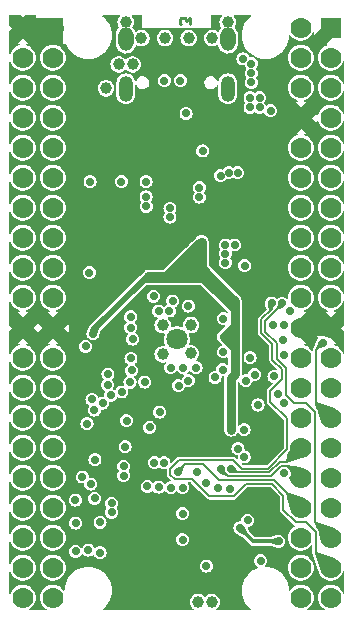
<source format=gbr>
%TF.GenerationSoftware,KiCad,Pcbnew,7.0.9-7.0.9~ubuntu22.04.1*%
%TF.CreationDate,2025-02-11T13:08:51+02:00*%
%TF.ProjectId,RP2350-PICO2-XXL_Rev_B,52503233-3530-42d5-9049-434f322d5858,B*%
%TF.SameCoordinates,PX81b3200PY6e263e0*%
%TF.FileFunction,Copper,L3,Inr*%
%TF.FilePolarity,Positive*%
%FSLAX46Y46*%
G04 Gerber Fmt 4.6, Leading zero omitted, Abs format (unit mm)*
G04 Created by KiCad (PCBNEW 7.0.9-7.0.9~ubuntu22.04.1) date 2025-02-11 13:08:51*
%MOMM*%
%LPD*%
G01*
G04 APERTURE LIST*
%ADD10C,0.222250*%
%TA.AperFunction,NonConductor*%
%ADD11C,0.222250*%
%TD*%
%TA.AperFunction,ComponentPad*%
%ADD12O,1.200000X2.200000*%
%TD*%
%TA.AperFunction,ComponentPad*%
%ADD13O,1.300000X2.000000*%
%TD*%
%TA.AperFunction,HeatsinkPad*%
%ADD14C,1.000000*%
%TD*%
%TA.AperFunction,HeatsinkPad*%
%ADD15C,1.800000*%
%TD*%
%TA.AperFunction,ComponentPad*%
%ADD16R,1.778000X1.778000*%
%TD*%
%TA.AperFunction,ComponentPad*%
%ADD17C,1.778000*%
%TD*%
%TA.AperFunction,ViaPad*%
%ADD18C,0.700000*%
%TD*%
%TA.AperFunction,ViaPad*%
%ADD19C,1.000000*%
%TD*%
%TA.AperFunction,Conductor*%
%ADD20C,1.270000*%
%TD*%
%TA.AperFunction,Conductor*%
%ADD21C,0.355600*%
%TD*%
%TA.AperFunction,Conductor*%
%ADD22C,1.778000*%
%TD*%
%TA.AperFunction,Conductor*%
%ADD23C,0.508000*%
%TD*%
%TA.AperFunction,Conductor*%
%ADD24C,0.762000*%
%TD*%
%TA.AperFunction,Conductor*%
%ADD25C,0.127000*%
%TD*%
G04 APERTURE END LIST*
D10*
D11*
X15619287Y49925667D02*
X15619287Y50476001D01*
X15619287Y50476001D02*
X15280621Y50179667D01*
X15280621Y50179667D02*
X15280621Y50306667D01*
X15280621Y50306667D02*
X15238287Y50391334D01*
X15238287Y50391334D02*
X15195954Y50433667D01*
X15195954Y50433667D02*
X15111287Y50476001D01*
X15111287Y50476001D02*
X14899621Y50476001D01*
X14899621Y50476001D02*
X14814954Y50433667D01*
X14814954Y50433667D02*
X14772621Y50391334D01*
X14772621Y50391334D02*
X14730287Y50306667D01*
X14730287Y50306667D02*
X14730287Y50052667D01*
X14730287Y50052667D02*
X14772621Y49968001D01*
X14772621Y49968001D02*
X14814954Y49925667D01*
D12*
%TO.N,GND*%
%TO.C,USB-C1*%
X10180000Y44470000D03*
X18820000Y44470000D03*
D13*
X10180000Y48650000D03*
X18820000Y48650000D03*
%TD*%
D14*
%TO.N,GND*%
%TO.C,U3*%
X15700000Y24450000D03*
X13300000Y24450000D03*
D15*
X14500000Y23250000D03*
D14*
X15700000Y22050000D03*
X13300000Y21980000D03*
%TD*%
D16*
%TO.N,+3.3V*%
%TO.C,EXT1*%
X4000000Y49630000D03*
D17*
X1460000Y49630000D03*
%TO.N,/GPIO16*%
X4000000Y47090000D03*
%TO.N,/GPIO0\u005CUART0_TX*%
X1460000Y47090000D03*
%TO.N,/GPIO17*%
X4000000Y44550000D03*
%TO.N,/GPIO1\u005CUART0_RX*%
X1460000Y44550000D03*
%TO.N,/GPIO18*%
X4000000Y42010000D03*
%TO.N,/GPIO2\u005CI2C1_SDA*%
X1460000Y42010000D03*
%TO.N,/GPIO19*%
X4000000Y39470000D03*
%TO.N,/GPIO3\u005CI2C1_SCL*%
X1460000Y39470000D03*
%TO.N,/GPIO20*%
X4000000Y36930000D03*
%TO.N,/GPIO4\u005CSPI0_RX(MISO)*%
X1460000Y36930000D03*
%TO.N,/GPIO21*%
X4000000Y34390000D03*
%TO.N,/GPIO5\u005CSPI0_CSn(CS#)*%
X1460000Y34390000D03*
%TO.N,/GPIO22*%
X4000000Y31850000D03*
%TO.N,/GPIO6\u005CSPI0_SCK(SCK)*%
X1460000Y31850000D03*
%TO.N,/GPIO23*%
X4000000Y29310000D03*
%TO.N,/GPIO7\u005CSPI0_TX(MOSI)*%
X1460000Y29310000D03*
%TO.N,GND*%
X4000000Y26770000D03*
X1460000Y26770000D03*
%TO.N,+3.3V*%
X4000000Y24230000D03*
X1460000Y24230000D03*
%TO.N,/GPIO24\u005CSPI1_RX\u005CSD_DAT0*%
X4000000Y21690000D03*
%TO.N,/GPIO8\u005CQMI_CS1n*%
X1460000Y21690000D03*
%TO.N,/GPIO25\u005CUser_Led*%
X4000000Y19150000D03*
%TO.N,/GPIO9\u005CSPI1_CSn*%
X1460000Y19150000D03*
%TO.N,/GPIO26*%
X4000000Y16610000D03*
%TO.N,/GPIO10\u005CSPI1_SCK\u005CSD_CLK*%
X1460000Y16610000D03*
%TO.N,/GPIO27*%
X4000000Y14070000D03*
%TO.N,/GPIO11\u005CSPI1_TX\u005CSD_CMD*%
X1460000Y14070000D03*
%TO.N,/GPIO28*%
X4000000Y11530000D03*
%TO.N,/GPIO12*%
X1460000Y11530000D03*
%TO.N,/GPIO29*%
X4000000Y8990000D03*
%TO.N,/GPIO13*%
X1460000Y8990000D03*
%TO.N,/GPIO30*%
X4000000Y6450000D03*
%TO.N,/GPIO14*%
X1460000Y6450000D03*
%TO.N,/GPIO31*%
X4000000Y3910000D03*
%TO.N,/GPIO15*%
X1460000Y3910000D03*
%TO.N,GND*%
X4000000Y1370000D03*
X1460000Y1370000D03*
%TD*%
D16*
%TO.N,+3.3V*%
%TO.C,EXT2*%
X27540000Y49630000D03*
D17*
%TO.N,VBUS*%
X25000000Y49630000D03*
%TO.N,/GPIO32*%
X27540000Y47090000D03*
%TO.N,VSYS*%
X25000000Y47090000D03*
%TO.N,/GPIO33*%
X27540000Y44550000D03*
%TO.N,GND*%
X25000000Y44550000D03*
%TO.N,/GPIO34*%
X27540000Y42010000D03*
%TO.N,+3.3V*%
X25000000Y42010000D03*
%TO.N,/GPIO35*%
X27540000Y39470000D03*
%TO.N,GND*%
X25000000Y39470000D03*
%TO.N,/GPIO36*%
X27540000Y36930000D03*
%TO.N,/3V3_EN*%
X25000000Y36930000D03*
%TO.N,/GPIO37*%
X27540000Y34390000D03*
%TO.N,/ADC_VREF*%
X25000000Y34390000D03*
%TO.N,/GPIO38*%
X27540000Y31850000D03*
%TO.N,GND*%
X25000000Y31850000D03*
%TO.N,/GPIO39*%
X27540000Y29310000D03*
%TO.N,/RUN*%
X25000000Y29310000D03*
%TO.N,GND*%
X27540000Y26770000D03*
%TO.N,/BOOTSEL#*%
X25000000Y26770000D03*
%TO.N,+3.3V*%
X27540000Y24230000D03*
X25000000Y24230000D03*
%TO.N,/GPIO40*%
X27540000Y21690000D03*
%TO.N,/QSPI_SD0*%
X25000000Y21690000D03*
%TO.N,/GPIO41*%
X27540000Y19150000D03*
%TO.N,/QSPI_SD1*%
X25000000Y19150000D03*
%TO.N,/GPIO42*%
X27540000Y16610000D03*
%TO.N,/QSPI_SD2*%
X25000000Y16610000D03*
%TO.N,/GPIO43*%
X27540000Y14070000D03*
%TO.N,/QSPI_SD3*%
X25000000Y14070000D03*
%TO.N,/GPIO44*%
X27540000Y11530000D03*
%TO.N,/QSPI_CLK*%
X25000000Y11530000D03*
%TO.N,/GPIO45*%
X27540000Y8990000D03*
%TO.N,/QSPI_CSn*%
X25000000Y8990000D03*
%TO.N,/GPIO46*%
X27540000Y6450000D03*
%TO.N,/SWDIO*%
X25000000Y6450000D03*
%TO.N,/GPIO47*%
X27540000Y3910000D03*
%TO.N,/SWCLK*%
X25000000Y3910000D03*
%TO.N,GND*%
X27540000Y1370000D03*
X25000000Y1370000D03*
%TD*%
D18*
%TO.N,GND*%
X12600000Y12800000D03*
X8970000Y8600000D03*
X11900000Y36600000D03*
D19*
X13500000Y48750000D03*
X11500000Y48750000D03*
D18*
X7097500Y28891743D03*
X11900000Y35300000D03*
X18600000Y31250000D03*
X10125000Y14150000D03*
X19400000Y31250000D03*
D19*
X10177000Y50095000D03*
D18*
X13400000Y12800000D03*
X7159000Y36600000D03*
X19675000Y14000000D03*
X7320302Y18172075D03*
X6789425Y22650000D03*
X16400000Y35287997D03*
X12200000Y15800000D03*
X10000000Y11700000D03*
X20250000Y29500000D03*
X18600000Y30500000D03*
D19*
X17450000Y1000000D03*
X17500000Y48750000D03*
X8500000Y44500000D03*
X15500000Y48750000D03*
D18*
X11905000Y34500000D03*
X16400000Y36092000D03*
X18600000Y29750000D03*
X8970000Y9350000D03*
X5925000Y7700000D03*
X19650000Y37350000D03*
D19*
X9572398Y46522400D03*
D18*
X18900000Y37350000D03*
X10000000Y12500000D03*
X5925000Y5300000D03*
X23046304Y18642961D03*
X23570000Y21910000D03*
D19*
X16300000Y1000000D03*
D18*
X20200000Y13300000D03*
D19*
X10750000Y46522400D03*
D18*
X20488119Y7920497D03*
X9800000Y36600000D03*
X13912002Y33600000D03*
D19*
X18813000Y50095000D03*
D18*
X21600000Y4500000D03*
X13912002Y34349994D03*
X18200000Y37100000D03*
X17000000Y4050000D03*
%TO.N,/USB_D+*%
X13435390Y45142000D03*
X14803393Y45144771D03*
%TO.N,+3.3V*%
X7100000Y39650000D03*
X9488808Y15758000D03*
X21600000Y33950000D03*
X20800000Y33950000D03*
X21600000Y33200000D03*
X21450000Y30750000D03*
X14000000Y7400000D03*
X10915000Y35300000D03*
D19*
X21500000Y34800000D03*
D18*
X19500000Y33800000D03*
X20800000Y33200000D03*
X7782038Y26013000D03*
D19*
X10750000Y34500000D03*
D18*
X17026189Y26813811D03*
X15660000Y27200000D03*
X21090000Y19240000D03*
X10903817Y15742404D03*
X10000000Y10700000D03*
X14918034Y36150000D03*
X19500000Y33000000D03*
X13424639Y8025844D03*
D19*
X20500000Y34800000D03*
D18*
X21955678Y21611944D03*
X16400000Y26440000D03*
X7100000Y38900000D03*
X14250000Y31000000D03*
X9912800Y8405000D03*
X21145968Y13391936D03*
X16400000Y27206498D03*
X10000000Y28100000D03*
X14918034Y36923966D03*
X19300000Y32250000D03*
X7436498Y20400000D03*
X7089789Y35631777D03*
%TO.N,/+1V1*%
X16130000Y30250000D03*
X16130000Y30973803D03*
X7400877Y23728242D03*
X18500000Y23450000D03*
X19100000Y15600006D03*
X16600000Y31500000D03*
%TO.N,/SWDIO*%
X23600000Y11900000D03*
%TO.N,/RUN*%
X8000000Y7765500D03*
X8000000Y5200000D03*
X20200000Y15600000D03*
%TO.N,VBUS*%
X20800000Y45000000D03*
X20800000Y46600000D03*
X20097318Y46990715D03*
X20800000Y45800000D03*
%TO.N,/GPIO25\u005CUser_Led*%
X11780600Y19638360D03*
X6889850Y16109850D03*
X7216596Y11000000D03*
X7000000Y5400000D03*
%TO.N,/GPIO29*%
X5900000Y9650002D03*
%TO.N,/GPIO7\u005CSPI0_TX(MOSI)*%
X14656263Y19321525D03*
X16985184Y11127541D03*
%TO.N,/GPIO5\u005CSPI0_CSn(CS#)*%
X15053800Y20834200D03*
X18990761Y10590157D03*
%TO.N,/GPIO4\u005CSPI0_RX(MISO)*%
X16211794Y11988233D03*
X13987000Y20846498D03*
%TO.N,/GPIO0\u005CUART0_TX*%
X12000000Y10800000D03*
%TO.N,/GPIO1\u005CUART0_RX*%
X12966095Y10740595D03*
%TO.N,/GPIO18*%
X10538813Y19621658D03*
%TO.N,/GPIO24\u005CSPI1_RX\u005CSD_DAT0*%
X9820000Y18799998D03*
%TO.N,/GPIO20*%
X8650000Y19400000D03*
%TO.N,/GPIO19*%
X8663498Y20300000D03*
%TO.N,/GPIO21*%
X8900000Y18500000D03*
%TO.N,/GPIO23*%
X7517592Y17268482D03*
%TO.N,/GPIO22*%
X8218084Y17849416D03*
%TO.N,/GPIO26*%
X10248685Y16359500D03*
%TO.N,/GPIO27*%
X13046085Y17099596D03*
%TO.N,/GPIO28*%
X6500000Y11600000D03*
%TO.N,/3V3_EN*%
X16699996Y39200000D03*
X22432500Y42600000D03*
%TO.N,/BOOTSEL#*%
X19851721Y7284100D03*
X23127467Y6147533D03*
%TO.N,VSYS*%
X15281782Y42381788D03*
X20700000Y43700000D03*
X21500000Y43700000D03*
X20700000Y42900000D03*
X21500000Y42900000D03*
%TO.N,/GPIO9\u005CSPI1_CSn*%
X10605500Y25155500D03*
%TO.N,/GPIO10\u005CSPI1_SCK\u005CSD_CLK*%
X10600444Y24236500D03*
%TO.N,/GPIO11\u005CSPI1_TX\u005CSD_CMD*%
X10749492Y23279335D03*
%TO.N,/GPIO3\u005CI2C1_SCL*%
X13993264Y10701256D03*
%TO.N,/GPIO2\u005CI2C1_SDA*%
X14999995Y6299995D03*
X14999996Y8500002D03*
X15000000Y10700000D03*
%TO.N,/GPIO17*%
X10685000Y20631000D03*
%TO.N,/GPIO16*%
X10610000Y21647000D03*
%TO.N,/GPIO6\u005CSPI0_SCK(SCK)*%
X18000000Y10700000D03*
X15463312Y19755226D03*
%TO.N,/GPIO47*%
X22515809Y26331194D03*
%TO.N,/GPIO46*%
X23414302Y26285698D03*
%TO.N,/GPIO45*%
X24053960Y25652577D03*
%TO.N,/QSPI_CSn*%
X12531613Y26900000D03*
X14568988Y12025000D03*
%TO.N,/GPIO44*%
X23559283Y24438500D03*
X23538814Y17825921D03*
%TO.N,/QSPI_CLK*%
X16120547Y20845998D03*
X18210000Y12260000D03*
%TO.N,/QSPI_SD0*%
X14152408Y26506374D03*
X7561065Y13050000D03*
X7550355Y9780209D03*
%TO.N,/QSPI_SD1*%
X12963500Y25654002D03*
%TO.N,/GPIO41*%
X23525000Y23200002D03*
%TO.N,/GPIO42*%
X26850000Y22960368D03*
%TO.N,/QSPI_SD2*%
X13863503Y25654002D03*
%TO.N,/QSPI_SD3*%
X15461683Y26061683D03*
X19112196Y12272115D03*
%TO.N,/GPIO43*%
X22725000Y20125000D03*
X22632546Y24423825D03*
%TO.N,/GPIO35*%
X20340000Y19740000D03*
%TO.N,/GPIO34*%
X18376267Y20676267D03*
%TO.N,/GPIO33*%
X17739869Y20039869D03*
%TO.N,/GPIO32*%
X21370000Y17686500D03*
%TO.N,/GPIO36*%
X18440000Y25010000D03*
%TO.N,/GPIO37*%
X18439608Y22193758D03*
%TO.N,/GPIO38*%
X21086500Y20252141D03*
%TO.N,/GPIO39*%
X20700000Y21700000D03*
%TD*%
D20*
%TO.N,+3.3V*%
X21500000Y35800000D02*
X21500000Y37400000D01*
D21*
X4250126Y48670000D02*
X2420000Y48670000D01*
X26760000Y25010000D02*
X26755000Y25015000D01*
X4285063Y48635063D02*
X4250126Y48670000D01*
D20*
X23617500Y43392500D02*
X23617500Y40627500D01*
D21*
X26273200Y25503200D02*
X26273200Y40736800D01*
X4710063Y48210063D02*
X4563326Y48356800D01*
D20*
X23500000Y43510000D02*
X25000000Y42010000D01*
D21*
X26266800Y48323200D02*
X26266800Y43276800D01*
X26510000Y25260000D02*
X26760000Y25010000D01*
X4563326Y48356800D02*
X2733200Y48356800D01*
X25785000Y25015000D02*
X26035000Y25265000D01*
D20*
X25000000Y42010000D02*
X23245000Y40255000D01*
X25000000Y24230000D02*
X27540000Y24230000D01*
X21500000Y37400000D02*
X21500000Y34800000D01*
D21*
X2733200Y48356800D02*
X2420000Y48670000D01*
D20*
X23617500Y40627500D02*
X23245000Y40255000D01*
X20500000Y34800000D02*
X21500000Y35800000D01*
D21*
X23500000Y47381526D02*
X23500000Y43510000D01*
D20*
X21500000Y34800000D02*
X20500000Y34800000D01*
D21*
X4710063Y48210063D02*
X7100000Y45820126D01*
D20*
X23500000Y43510000D02*
X23617500Y43392500D01*
D21*
X26505000Y25265000D02*
X26035000Y25265000D01*
X26273200Y25496800D02*
X26510000Y25260000D01*
X26250000Y48340000D02*
X26266800Y48323200D01*
X4485063Y49630000D02*
X4000000Y49630000D01*
X4485063Y48435063D02*
X4710063Y48210063D01*
X26250000Y48340000D02*
X26233200Y48356800D01*
X4000000Y49630000D02*
X4710063Y49630000D01*
X26510000Y25260000D02*
X26505000Y25265000D01*
X26035000Y25265000D02*
X26273200Y25503200D01*
D20*
X21500000Y38510000D02*
X21500000Y37400000D01*
D21*
X26273200Y25503200D02*
X26273200Y25496800D01*
X4000000Y48920126D02*
X4285063Y48635063D01*
X7100000Y45820126D02*
X7100000Y38900000D01*
X26760000Y25010000D02*
X27540000Y24230000D01*
X26233200Y48356800D02*
X24475274Y48356800D01*
D20*
X26266800Y43276800D02*
X25000000Y42010000D01*
X27540000Y49630000D02*
X26250000Y48340000D01*
D21*
X4485063Y48435063D02*
X4485063Y49630000D01*
D20*
X26273200Y40736800D02*
X25000000Y42010000D01*
D21*
X2420000Y48670000D02*
X1460000Y49630000D01*
X4710063Y49630000D02*
X4710063Y48210063D01*
D20*
X23245000Y40255000D02*
X21500000Y38510000D01*
D21*
X4000000Y49630000D02*
X4000000Y48920126D01*
X24475274Y48356800D02*
X23500000Y47381526D01*
X25000000Y24230000D02*
X25785000Y25015000D01*
X26755000Y25015000D02*
X25785000Y25015000D01*
X4285063Y48635063D02*
X4485063Y48435063D01*
D22*
X4000000Y49630000D02*
X1460000Y49630000D01*
D23*
%TO.N,/+1V1*%
X11700000Y28300000D02*
X12100000Y28700000D01*
X13400000Y28300000D02*
X13400002Y28300000D01*
D24*
X16130000Y30973803D02*
X16130000Y31030000D01*
X15928099Y30771901D02*
X15871901Y30771901D01*
D23*
X15000000Y28300000D02*
X15650000Y28950000D01*
X14450000Y28300000D02*
X15650000Y29500000D01*
D24*
X18500000Y23450000D02*
X19400000Y24350000D01*
D23*
X11700000Y28300000D02*
X13200000Y28300000D01*
X16130000Y28330000D02*
X16100000Y28300000D01*
X11700000Y28300000D02*
X16900000Y28300000D01*
D24*
X19400000Y26500000D02*
X18950000Y26950000D01*
X19250000Y23450000D02*
X18500000Y23450000D01*
X15650000Y30493803D02*
X15650000Y29500000D01*
D23*
X15000000Y28300000D02*
X15530000Y28300000D01*
X15650000Y30550000D02*
X13550000Y28450000D01*
D24*
X19400000Y23600000D02*
X19400000Y23700000D01*
X15871901Y30771901D02*
X13800000Y28700000D01*
X19100000Y15600006D02*
X19100000Y20000000D01*
X16130000Y30250000D02*
X16130000Y28900000D01*
X15928099Y30771901D02*
X15650000Y30493803D01*
X19400000Y24350000D02*
X19400000Y25800000D01*
D23*
X17600000Y28300000D02*
X16730000Y28300000D01*
D24*
X19100000Y20000000D02*
X19400000Y20300000D01*
X15650000Y29500000D02*
X15650000Y28950000D01*
D23*
X16100000Y28300000D02*
X17600000Y28300000D01*
X16400000Y31500000D02*
X16600000Y31500000D01*
D24*
X13800000Y28700000D02*
X13550000Y28450000D01*
X18950000Y26950000D02*
X17600000Y28300000D01*
X15650000Y30550000D02*
X16400000Y31300000D01*
X19400000Y25800000D02*
X16900000Y28300000D01*
D23*
X14180000Y28300000D02*
X16130000Y30250000D01*
X14100000Y28300000D02*
X15000000Y28300000D01*
X7400877Y23728242D02*
X7400877Y24000877D01*
X16900000Y28300000D02*
X16730000Y28300000D01*
X14180000Y28300000D02*
X14450000Y28300000D01*
X7400877Y24000877D02*
X11700000Y28300000D01*
D24*
X19400000Y22900000D02*
X19400000Y23700000D01*
X16130000Y31030000D02*
X16400000Y31300000D01*
X15650000Y30493803D02*
X15650000Y30550000D01*
X19400000Y23700000D02*
X19400000Y24350000D01*
X19400000Y20300000D02*
X19400000Y21700000D01*
X19400000Y22550000D02*
X19400000Y21700000D01*
D23*
X11700000Y28300000D02*
X13400002Y28300000D01*
D24*
X16400000Y31300000D02*
X16600000Y31500000D01*
X18500000Y23450000D02*
X18950000Y23900000D01*
D23*
X14100000Y28300000D02*
X14180000Y28300000D01*
D24*
X16130000Y29770000D02*
X16130000Y30973803D01*
D23*
X15530000Y28300000D02*
X16130000Y28900000D01*
D24*
X17600000Y28300000D02*
X16600000Y29300000D01*
D23*
X13550000Y28450000D02*
X13400000Y28300000D01*
D24*
X19400000Y23600000D02*
X19250000Y23450000D01*
X15650000Y28950000D02*
X16130000Y29430000D01*
X18950000Y23900000D02*
X19400000Y24350000D01*
X16130000Y30973803D02*
X15928099Y30771901D01*
D23*
X15873803Y30973803D02*
X16130000Y30973803D01*
X12100000Y28700000D02*
X13800000Y28700000D01*
D24*
X16600000Y29300000D02*
X16600000Y31500000D01*
D23*
X13200000Y28300000D02*
X15873803Y30973803D01*
X15873803Y30973803D02*
X16400000Y31500000D01*
D24*
X19400000Y22900000D02*
X19400000Y21700000D01*
X16130000Y29430000D02*
X16130000Y30250000D01*
D23*
X13400000Y28300000D02*
X14100000Y28300000D01*
X16730000Y28300000D02*
X16130000Y28900000D01*
D24*
X16600000Y29300000D02*
X16130000Y29770000D01*
X19400000Y24350000D02*
X19400000Y26500000D01*
D23*
X16130000Y28900000D02*
X16130000Y28330000D01*
D24*
X18500000Y23450000D02*
X19400000Y22550000D01*
D21*
%TO.N,/BOOTSEL#*%
X20988288Y6147533D02*
X23127467Y6147533D01*
X19851721Y7284100D02*
X20988288Y6147533D01*
D25*
%TO.N,/GPIO47*%
X26250000Y6950000D02*
X26250000Y5200000D01*
X22554000Y10996000D02*
X23525000Y10025000D01*
X19977119Y12304000D02*
X19281119Y13000000D01*
X22515809Y26331194D02*
X22515809Y25815809D01*
X24550000Y7750000D02*
X25450000Y7750000D01*
X21650000Y24950000D02*
X21650000Y23750000D01*
X13950000Y12300000D02*
X13950000Y11775000D01*
X15800000Y11400000D02*
X17250000Y9950000D01*
X23525000Y10025000D02*
X23525000Y8775000D01*
X17250000Y9950000D02*
X19300000Y9950000D01*
X26250000Y5200000D02*
X27540000Y3910000D01*
X22425000Y17975000D02*
X23847500Y16552500D01*
X25450000Y7750000D02*
X26250000Y6950000D01*
X23847500Y13959948D02*
X22191552Y12304000D01*
X22515809Y25815809D02*
X21650000Y24950000D01*
X20346000Y10996000D02*
X22554000Y10996000D01*
X21650000Y23750000D02*
X22577000Y22823000D01*
X22577000Y21523000D02*
X23398000Y20702000D01*
X23398000Y20702000D02*
X23398000Y19873000D01*
X23525000Y8775000D02*
X24550000Y7750000D01*
X19300000Y9950000D02*
X20346000Y10996000D01*
X19281119Y13000000D02*
X14650000Y13000000D01*
X23398000Y19873000D02*
X22425000Y18900000D01*
X14325000Y11400000D02*
X15800000Y11400000D01*
X23847500Y16552500D02*
X23847500Y13959948D01*
X22425000Y18900000D02*
X22425000Y17975000D01*
X22191552Y12304000D02*
X19977119Y12304000D01*
X22577000Y22823000D02*
X22577000Y21523000D01*
X13950000Y11775000D02*
X14325000Y11400000D01*
X14650000Y13000000D02*
X13950000Y12300000D01*
%TO.N,/GPIO46*%
X24400000Y17900000D02*
X25420000Y17900000D01*
X22000000Y24837552D02*
X22000000Y23900000D01*
X26200000Y7790000D02*
X27540000Y6450000D01*
X25420000Y17900000D02*
X26200000Y17120000D01*
X22950000Y22950000D02*
X22950000Y21614012D01*
X22950000Y21614012D02*
X23725000Y20839012D01*
X23414302Y26285698D02*
X23414302Y26251854D01*
X23725000Y20839012D02*
X23725000Y18575000D01*
X23414302Y26251854D02*
X22000000Y24837552D01*
X26200000Y17120000D02*
X26200000Y7790000D01*
X23725000Y18575000D02*
X24400000Y17900000D01*
X22000000Y23900000D02*
X22950000Y22950000D01*
%TO.N,/QSPI_CSn*%
X25000000Y8990000D02*
X25000000Y9012448D01*
X25000000Y9012448D02*
X22689448Y11323000D01*
X22689448Y11323000D02*
X18067459Y11323000D01*
X18067459Y11323000D02*
X16726959Y12663500D01*
X15207488Y12663500D02*
X14568988Y12025000D01*
X16726959Y12663500D02*
X15207488Y12663500D01*
%TO.N,/QSPI_CLK*%
X23982000Y12548000D02*
X23360448Y12548000D01*
X23360448Y12548000D02*
X22462448Y11650000D01*
X18210000Y12238540D02*
X18798540Y11650000D01*
X18210000Y12260000D02*
X18210000Y12238540D01*
X22462448Y11650000D02*
X18798540Y11650000D01*
X25000000Y11530000D02*
X23982000Y12548000D01*
%TO.N,/GPIO42*%
X26850000Y22960368D02*
X26275000Y22385368D01*
X26275000Y22385368D02*
X26275000Y17875000D01*
X26275000Y17875000D02*
X27540000Y16610000D01*
%TO.N,/QSPI_SD3*%
X23225000Y12875000D02*
X23805000Y12875000D01*
X19436498Y11977000D02*
X22327000Y11977000D01*
X22327000Y11977000D02*
X23225000Y12875000D01*
X19141383Y12272115D02*
X19436498Y11977000D01*
X19112196Y12272115D02*
X19141383Y12272115D01*
X23805000Y12875000D02*
X25000000Y14070000D01*
%TD*%
%TA.AperFunction,Conductor*%
%TO.N,+3.3V*%
G36*
X1311631Y50676394D02*
G01*
X1459999Y50528026D01*
X1460000Y50528026D01*
X1608369Y50676394D01*
X1652563Y50694700D01*
X2547086Y50694700D01*
X2591280Y50676394D01*
X2609586Y50632200D01*
X2609228Y50625519D01*
X2603000Y50567598D01*
X2603000Y50519225D01*
X2880930Y50241295D01*
X2899236Y50197101D01*
X2880930Y50152907D01*
X2376330Y49648306D01*
X2363386Y49642945D01*
X2362782Y49641486D01*
X2356275Y49631749D01*
X2880930Y49107095D01*
X2899236Y49062901D01*
X2880930Y49018707D01*
X2603000Y48740777D01*
X2603000Y48692403D01*
X2609505Y48631905D01*
X2660552Y48495041D01*
X2660555Y48495037D01*
X2748096Y48378097D01*
X2865036Y48290556D01*
X2865040Y48290553D01*
X3001904Y48239506D01*
X3062402Y48233001D01*
X3062416Y48233000D01*
X3600090Y48233000D01*
X3644284Y48214694D01*
X3662590Y48170500D01*
X3644284Y48126306D01*
X3622668Y48112221D01*
X3578782Y48095220D01*
X3512288Y48069460D01*
X3340611Y47963162D01*
X3191403Y47827139D01*
X3191396Y47827131D01*
X3069720Y47666005D01*
X2979719Y47485260D01*
X2924462Y47291057D01*
X2924460Y47291046D01*
X2905832Y47090005D01*
X2905832Y47089996D01*
X2924460Y46888955D01*
X2924462Y46888944D01*
X2972780Y46719128D01*
X2979719Y46694741D01*
X3069720Y46513995D01*
X3191400Y46352864D01*
X3224845Y46322375D01*
X3340611Y46216839D01*
X3340612Y46216838D01*
X3340616Y46216835D01*
X3512287Y46110541D01*
X3700567Y46037601D01*
X3899043Y46000500D01*
X3899046Y46000500D01*
X4100954Y46000500D01*
X4100957Y46000500D01*
X4299433Y46037601D01*
X4487713Y46110541D01*
X4659384Y46216835D01*
X4808600Y46352864D01*
X4930280Y46513995D01*
X4934464Y46522397D01*
X8866753Y46522397D01*
X8887256Y46353536D01*
X8887257Y46353530D01*
X8947580Y46194469D01*
X9044209Y46054478D01*
X9044214Y46054472D01*
X9044215Y46054471D01*
X9171546Y45941666D01*
X9322173Y45862610D01*
X9487342Y45821900D01*
X9487344Y45821900D01*
X9657452Y45821900D01*
X9657454Y45821900D01*
X9822623Y45862610D01*
X9973250Y45941666D01*
X10100581Y46054471D01*
X10109763Y46067774D01*
X10149933Y46093745D01*
X10196703Y46083706D01*
X10212633Y46067776D01*
X10221817Y46054471D01*
X10349148Y45941666D01*
X10499775Y45862610D01*
X10664944Y45821900D01*
X10664946Y45821900D01*
X10835054Y45821900D01*
X10835056Y45821900D01*
X11000225Y45862610D01*
X11150852Y45941666D01*
X11278183Y46054471D01*
X11294165Y46077624D01*
X11373004Y46191842D01*
X11374818Y46194470D01*
X11435140Y46353528D01*
X11445478Y46438670D01*
X11455645Y46522397D01*
X11455645Y46522404D01*
X11435141Y46691265D01*
X11435140Y46691271D01*
X11426865Y46713090D01*
X11374818Y46850330D01*
X11374817Y46850332D01*
X11278188Y46990323D01*
X11278181Y46990331D01*
X11277750Y46990713D01*
X19542068Y46990713D01*
X19560986Y46847013D01*
X19560987Y46847008D01*
X19560988Y46847006D01*
X19616457Y46713090D01*
X19704697Y46598094D01*
X19819693Y46509854D01*
X19953609Y46454385D01*
X19953613Y46454385D01*
X19953615Y46454384D01*
X20097315Y46435465D01*
X20097318Y46435465D01*
X20097321Y46435465D01*
X20215699Y46451050D01*
X20261905Y46438670D01*
X20281599Y46413003D01*
X20319137Y46322379D01*
X20319139Y46322375D01*
X20383846Y46238048D01*
X20396226Y46191842D01*
X20383846Y46161952D01*
X20319138Y46077624D01*
X20263670Y45943709D01*
X20263668Y45943703D01*
X20244750Y45800003D01*
X20244750Y45799998D01*
X20263668Y45656298D01*
X20263669Y45656293D01*
X20263670Y45656291D01*
X20302890Y45561603D01*
X20314066Y45534621D01*
X20319139Y45522375D01*
X20357593Y45472261D01*
X20383846Y45438048D01*
X20396226Y45391842D01*
X20383846Y45361953D01*
X20351293Y45319529D01*
X20319138Y45277624D01*
X20263670Y45143709D01*
X20263668Y45143703D01*
X20244750Y45000003D01*
X20244750Y44999998D01*
X20263668Y44856298D01*
X20263669Y44856293D01*
X20263670Y44856291D01*
X20292932Y44785646D01*
X20318819Y44723146D01*
X20319139Y44722375D01*
X20407379Y44607379D01*
X20522375Y44519139D01*
X20656291Y44463670D01*
X20656295Y44463670D01*
X20656297Y44463669D01*
X20799997Y44444750D01*
X20800000Y44444750D01*
X20800003Y44444750D01*
X20943702Y44463669D01*
X20943702Y44463670D01*
X20943709Y44463670D01*
X21077625Y44519139D01*
X21117838Y44549996D01*
X23905832Y44549996D01*
X23924460Y44348955D01*
X23924462Y44348944D01*
X23972287Y44180862D01*
X23979719Y44154741D01*
X24069720Y43973995D01*
X24191400Y43812864D01*
X24276205Y43735554D01*
X24340611Y43676839D01*
X24340612Y43676838D01*
X24340616Y43676835D01*
X24512287Y43570541D01*
X24700567Y43497601D01*
X24700572Y43497600D01*
X24701950Y43497208D01*
X24702301Y43496930D01*
X24703261Y43496558D01*
X24703145Y43496261D01*
X24739449Y43467510D01*
X24744965Y43419993D01*
X24715267Y43382494D01*
X24695138Y43375446D01*
X24655883Y43368895D01*
X24568967Y43339058D01*
X24568967Y43339057D01*
X24999999Y42908026D01*
X25000000Y42908026D01*
X25431031Y43339057D01*
X25431030Y43339058D01*
X25344122Y43368894D01*
X25344117Y43368895D01*
X25304861Y43375446D01*
X25264283Y43400776D01*
X25253502Y43447381D01*
X25278832Y43487959D01*
X25298053Y43497209D01*
X25299424Y43497600D01*
X25299433Y43497601D01*
X25487713Y43570541D01*
X25659384Y43676835D01*
X25808600Y43812864D01*
X25930280Y43973995D01*
X26020281Y44154741D01*
X26075538Y44348947D01*
X26083145Y44431043D01*
X26094168Y44549996D01*
X26094168Y44550005D01*
X26075539Y44751046D01*
X26075537Y44751057D01*
X26053664Y44827932D01*
X26020281Y44945259D01*
X25930280Y45126005D01*
X25808600Y45287136D01*
X25680213Y45404177D01*
X25659388Y45423162D01*
X25659385Y45423164D01*
X25659384Y45423165D01*
X25487713Y45529459D01*
X25487711Y45529460D01*
X25432986Y45550660D01*
X25299433Y45602399D01*
X25299430Y45602400D01*
X25299429Y45602400D01*
X25100961Y45639500D01*
X25100957Y45639500D01*
X24899043Y45639500D01*
X24899038Y45639500D01*
X24700570Y45602400D01*
X24512288Y45529460D01*
X24340611Y45423162D01*
X24191403Y45287139D01*
X24191396Y45287131D01*
X24069720Y45126005D01*
X23979719Y44945260D01*
X23924462Y44751057D01*
X23924460Y44751046D01*
X23905832Y44550005D01*
X23905832Y44549996D01*
X21117838Y44549996D01*
X21192621Y44607379D01*
X21280861Y44722375D01*
X21336330Y44856291D01*
X21355250Y45000000D01*
X21355110Y45001062D01*
X21336331Y45143703D01*
X21336330Y45143705D01*
X21336330Y45143709D01*
X21280861Y45277625D01*
X21280860Y45277627D01*
X21238162Y45333271D01*
X21216153Y45361953D01*
X21203773Y45408158D01*
X21216154Y45438048D01*
X21242408Y45472262D01*
X21280861Y45522375D01*
X21336330Y45656291D01*
X21341530Y45695789D01*
X21355250Y45799998D01*
X21355250Y45800003D01*
X21336331Y45943703D01*
X21336330Y45943705D01*
X21336330Y45943709D01*
X21280861Y46077625D01*
X21280860Y46077627D01*
X21216154Y46161952D01*
X21203773Y46208158D01*
X21216154Y46238048D01*
X21280860Y46322374D01*
X21280861Y46322375D01*
X21336330Y46456291D01*
X21355250Y46600000D01*
X21337314Y46736232D01*
X21336331Y46743703D01*
X21336330Y46743705D01*
X21336330Y46743709D01*
X21280861Y46877625D01*
X21192621Y46992621D01*
X21077625Y47080861D01*
X20943709Y47136330D01*
X20943707Y47136331D01*
X20943702Y47136332D01*
X20800003Y47155250D01*
X20799996Y47155250D01*
X20681617Y47139666D01*
X20635412Y47152047D01*
X20615717Y47177713D01*
X20613863Y47182190D01*
X20578179Y47268340D01*
X20489939Y47383336D01*
X20374943Y47471576D01*
X20365061Y47475669D01*
X20293655Y47505246D01*
X20241027Y47527045D01*
X20241025Y47527046D01*
X20241020Y47527047D01*
X20097321Y47545965D01*
X20097315Y47545965D01*
X19953615Y47527047D01*
X19953609Y47527045D01*
X19819694Y47471577D01*
X19704697Y47383336D01*
X19616456Y47268339D01*
X19560988Y47134424D01*
X19560986Y47134418D01*
X19542068Y46990718D01*
X19542068Y46990713D01*
X11277750Y46990713D01*
X11150851Y47103135D01*
X11000226Y47182190D01*
X10835059Y47222900D01*
X10835056Y47222900D01*
X10664944Y47222900D01*
X10664940Y47222900D01*
X10499773Y47182190D01*
X10349148Y47103135D01*
X10221818Y46990331D01*
X10221814Y46990326D01*
X10212635Y46977028D01*
X10172463Y46951056D01*
X10125694Y46961097D01*
X10109763Y46977028D01*
X10100583Y46990326D01*
X10100579Y46990331D01*
X9973249Y47103135D01*
X9822624Y47182190D01*
X9657457Y47222900D01*
X9657454Y47222900D01*
X9487342Y47222900D01*
X9487338Y47222900D01*
X9322171Y47182190D01*
X9171546Y47103135D01*
X9044216Y46990331D01*
X9044209Y46990323D01*
X8947580Y46850332D01*
X8887257Y46691271D01*
X8887256Y46691265D01*
X8866753Y46522404D01*
X8866753Y46522397D01*
X4934464Y46522397D01*
X5020281Y46694741D01*
X5075538Y46888947D01*
X5084932Y46990326D01*
X5094168Y47089996D01*
X5094168Y47090005D01*
X5075539Y47291046D01*
X5075537Y47291057D01*
X5045002Y47398373D01*
X5020281Y47485259D01*
X4930280Y47666005D01*
X4808600Y47827136D01*
X4733992Y47895151D01*
X4659388Y47963162D01*
X4659385Y47963164D01*
X4659384Y47963165D01*
X4487713Y48069459D01*
X4487711Y48069460D01*
X4434146Y48090211D01*
X4377332Y48112221D01*
X4342735Y48145255D01*
X4341630Y48193077D01*
X4374665Y48227675D01*
X4399910Y48233000D01*
X4937584Y48233000D01*
X4937597Y48233001D01*
X4998095Y48239506D01*
X5071596Y48266921D01*
X5119401Y48265214D01*
X5151998Y48230205D01*
X5151998Y48230204D01*
X5175633Y48166839D01*
X5175634Y48166836D01*
X5312773Y47915686D01*
X5312778Y47915680D01*
X5484265Y47686600D01*
X5686599Y47484266D01*
X5686602Y47484264D01*
X5686605Y47484261D01*
X5915685Y47312774D01*
X6163029Y47177713D01*
X6166839Y47175633D01*
X6434954Y47075631D01*
X6714572Y47014804D01*
X6928552Y46999500D01*
X6928557Y46999500D01*
X7071443Y46999500D01*
X7071448Y46999500D01*
X7285428Y47014804D01*
X7565046Y47075631D01*
X7833161Y47175633D01*
X8084315Y47312774D01*
X8313395Y47484261D01*
X8515739Y47686605D01*
X8687226Y47915685D01*
X8824367Y48166839D01*
X8924369Y48434954D01*
X8985196Y48714572D01*
X9005610Y49000000D01*
X8985196Y49285428D01*
X8924369Y49565046D01*
X8824367Y49833161D01*
X8817636Y49845487D01*
X8687226Y50084315D01*
X8515739Y50313395D01*
X8515736Y50313398D01*
X8515734Y50313401D01*
X8313400Y50515735D01*
X8224659Y50582166D01*
X8200250Y50623305D01*
X8212080Y50669655D01*
X8253219Y50694064D01*
X8262114Y50694700D01*
X9632757Y50694700D01*
X9676951Y50676394D01*
X9695257Y50632200D01*
X9676951Y50588006D01*
X9674202Y50585418D01*
X9648818Y50562931D01*
X9648811Y50562923D01*
X9552182Y50422932D01*
X9491859Y50263871D01*
X9491858Y50263865D01*
X9471355Y50095004D01*
X9471355Y50094997D01*
X9491858Y49926136D01*
X9491859Y49926130D01*
X9552182Y49767068D01*
X9600316Y49697335D01*
X9610356Y49650565D01*
X9589343Y49614197D01*
X9558902Y49588340D01*
X9446943Y49441061D01*
X9369270Y49273174D01*
X9369268Y49273169D01*
X9349621Y49183910D01*
X9332714Y49107095D01*
X9329500Y49092495D01*
X9329500Y48253887D01*
X9344486Y48116090D01*
X9344487Y48116088D01*
X9403555Y47940780D01*
X9498928Y47782266D01*
X9498930Y47782264D01*
X9626151Y47647959D01*
X9779270Y47544142D01*
X9779274Y47544141D01*
X9779275Y47544140D01*
X9929560Y47484261D01*
X9951125Y47475669D01*
X10133683Y47445740D01*
X10318407Y47455755D01*
X10496659Y47505246D01*
X10660104Y47591900D01*
X10801100Y47711663D01*
X10913054Y47858936D01*
X10990732Y48026833D01*
X11012467Y48125579D01*
X11039843Y48164801D01*
X11086939Y48173179D01*
X11102546Y48167483D01*
X11249775Y48090210D01*
X11414944Y48049500D01*
X11414946Y48049500D01*
X11585054Y48049500D01*
X11585056Y48049500D01*
X11750225Y48090210D01*
X11900852Y48169266D01*
X12028183Y48282071D01*
X12124818Y48422070D01*
X12185140Y48581128D01*
X12191306Y48631905D01*
X12205645Y48749997D01*
X12794355Y48749997D01*
X12814858Y48581136D01*
X12814859Y48581130D01*
X12875182Y48422069D01*
X12971811Y48282078D01*
X12971818Y48282070D01*
X13030886Y48229741D01*
X13099148Y48169266D01*
X13249775Y48090210D01*
X13414944Y48049500D01*
X13414946Y48049500D01*
X13585054Y48049500D01*
X13585056Y48049500D01*
X13750225Y48090210D01*
X13900852Y48169266D01*
X14028183Y48282071D01*
X14124818Y48422070D01*
X14185140Y48581128D01*
X14191306Y48631905D01*
X14205645Y48749997D01*
X14794355Y48749997D01*
X14814858Y48581136D01*
X14814859Y48581130D01*
X14875182Y48422069D01*
X14971811Y48282078D01*
X14971818Y48282070D01*
X15030886Y48229741D01*
X15099148Y48169266D01*
X15249775Y48090210D01*
X15414944Y48049500D01*
X15414946Y48049500D01*
X15585054Y48049500D01*
X15585056Y48049500D01*
X15750225Y48090210D01*
X15900852Y48169266D01*
X16028183Y48282071D01*
X16124818Y48422070D01*
X16185140Y48581128D01*
X16191306Y48631905D01*
X16205645Y48749997D01*
X16205645Y48750004D01*
X16185141Y48918865D01*
X16185140Y48918871D01*
X16156646Y48994004D01*
X16124818Y49077930D01*
X16124817Y49077932D01*
X16028188Y49217923D01*
X16028181Y49217931D01*
X15900851Y49330735D01*
X15750226Y49409790D01*
X15585059Y49450500D01*
X15585056Y49450500D01*
X15414944Y49450500D01*
X15414940Y49450500D01*
X15249773Y49409790D01*
X15099148Y49330735D01*
X14971818Y49217931D01*
X14971811Y49217923D01*
X14875182Y49077932D01*
X14814859Y48918871D01*
X14814858Y48918865D01*
X14794355Y48750004D01*
X14794355Y48749997D01*
X14205645Y48749997D01*
X14205645Y48750004D01*
X14185141Y48918865D01*
X14185140Y48918871D01*
X14156646Y48994004D01*
X14124818Y49077930D01*
X14124817Y49077932D01*
X14028188Y49217923D01*
X14028181Y49217931D01*
X13900851Y49330735D01*
X13750226Y49409790D01*
X13585059Y49450500D01*
X13585056Y49450500D01*
X13414944Y49450500D01*
X13414940Y49450500D01*
X13249773Y49409790D01*
X13099148Y49330735D01*
X12971818Y49217931D01*
X12971811Y49217923D01*
X12875182Y49077932D01*
X12814859Y48918871D01*
X12814858Y48918865D01*
X12794355Y48750004D01*
X12794355Y48749997D01*
X12205645Y48749997D01*
X12205645Y48750004D01*
X12185141Y48918865D01*
X12185140Y48918871D01*
X12156646Y48994004D01*
X12124818Y49077930D01*
X12124817Y49077932D01*
X12028188Y49217923D01*
X12028181Y49217931D01*
X11900851Y49330735D01*
X11750226Y49409790D01*
X11585059Y49450500D01*
X11585056Y49450500D01*
X11414944Y49450500D01*
X11414940Y49450500D01*
X11249773Y49409790D01*
X11099148Y49330735D01*
X11067209Y49302440D01*
X11021990Y49286837D01*
X10978982Y49307779D01*
X10966537Y49329267D01*
X10956444Y49359220D01*
X10956444Y49359221D01*
X10861070Y49517736D01*
X10762081Y49622237D01*
X10744979Y49666910D01*
X10756019Y49700721D01*
X10801818Y49767070D01*
X10862140Y49926128D01*
X10870843Y49997799D01*
X10882645Y50094997D01*
X10882645Y50095004D01*
X10862141Y50263865D01*
X10862140Y50263871D01*
X10843358Y50313395D01*
X10801818Y50422930D01*
X10801817Y50422932D01*
X10705188Y50562923D01*
X10705181Y50562931D01*
X10679798Y50585418D01*
X10658857Y50628426D01*
X10674461Y50673645D01*
X10717469Y50694586D01*
X10721243Y50694700D01*
X11511500Y50694700D01*
X11555694Y50676394D01*
X11574000Y50632200D01*
X11574000Y49587000D01*
X17416000Y49587000D01*
X17416000Y50632200D01*
X17434306Y50676394D01*
X17478500Y50694700D01*
X18268757Y50694700D01*
X18312951Y50676394D01*
X18331257Y50632200D01*
X18312951Y50588006D01*
X18310202Y50585418D01*
X18284818Y50562931D01*
X18284811Y50562923D01*
X18188182Y50422932D01*
X18127859Y50263871D01*
X18127858Y50263865D01*
X18107355Y50095004D01*
X18107355Y50094997D01*
X18127858Y49926136D01*
X18127859Y49926130D01*
X18188182Y49767069D01*
X18237795Y49695193D01*
X18247835Y49648423D01*
X18226822Y49612055D01*
X18198901Y49588338D01*
X18086944Y49441062D01*
X18031918Y49322127D01*
X17996747Y49289705D01*
X17948951Y49291648D01*
X17933750Y49301589D01*
X17932789Y49302440D01*
X17900852Y49330734D01*
X17900851Y49330735D01*
X17750226Y49409790D01*
X17585059Y49450500D01*
X17585056Y49450500D01*
X17414944Y49450500D01*
X17414940Y49450500D01*
X17249773Y49409790D01*
X17099148Y49330735D01*
X16971818Y49217931D01*
X16971811Y49217923D01*
X16875182Y49077932D01*
X16814859Y48918871D01*
X16814858Y48918865D01*
X16794355Y48750004D01*
X16794355Y48749997D01*
X16814858Y48581136D01*
X16814859Y48581130D01*
X16875182Y48422069D01*
X16971811Y48282078D01*
X16971818Y48282070D01*
X17030886Y48229741D01*
X17099148Y48169266D01*
X17249775Y48090210D01*
X17414944Y48049500D01*
X17414946Y48049500D01*
X17585054Y48049500D01*
X17585056Y48049500D01*
X17750225Y48090210D01*
X17893244Y48165274D01*
X17940880Y48169602D01*
X17977628Y48138978D01*
X17983605Y48119367D01*
X17983758Y48119400D01*
X17984179Y48117485D01*
X17984420Y48116696D01*
X17984486Y48116090D01*
X17984487Y48116088D01*
X18043555Y47940780D01*
X18138928Y47782266D01*
X18138930Y47782264D01*
X18266151Y47647959D01*
X18419270Y47544142D01*
X18419274Y47544141D01*
X18419275Y47544140D01*
X18569560Y47484261D01*
X18591125Y47475669D01*
X18773683Y47445740D01*
X18958407Y47455755D01*
X19136659Y47505246D01*
X19300104Y47591900D01*
X19441100Y47711663D01*
X19553054Y47858936D01*
X19630732Y48026833D01*
X19670500Y48207503D01*
X19670500Y49046113D01*
X19655514Y49183910D01*
X19596444Y49359221D01*
X19547203Y49441062D01*
X19501071Y49517735D01*
X19399767Y49624680D01*
X19382665Y49669353D01*
X19393704Y49703163D01*
X19437818Y49767070D01*
X19498140Y49926128D01*
X19506843Y49997799D01*
X19518645Y50094997D01*
X19518645Y50095004D01*
X19498141Y50263865D01*
X19498140Y50263871D01*
X19479358Y50313395D01*
X19437818Y50422930D01*
X19437817Y50422932D01*
X19341188Y50562923D01*
X19341181Y50562931D01*
X19315798Y50585418D01*
X19294857Y50628426D01*
X19310461Y50673645D01*
X19353469Y50694586D01*
X19357243Y50694700D01*
X20737886Y50694700D01*
X20782080Y50676394D01*
X20800386Y50632200D01*
X20782080Y50588006D01*
X20775341Y50582166D01*
X20686599Y50515735D01*
X20484265Y50313401D01*
X20312778Y50084321D01*
X20312773Y50084315D01*
X20175634Y49833165D01*
X20175633Y49833162D01*
X20099858Y49630000D01*
X20075631Y49565046D01*
X20015735Y49289705D01*
X20014804Y49285427D01*
X20014803Y49285421D01*
X19994390Y49000000D01*
X20013942Y48726614D01*
X20014804Y48714572D01*
X20043833Y48581128D01*
X20075631Y48434955D01*
X20075632Y48434951D01*
X20175633Y48166839D01*
X20175634Y48166836D01*
X20312773Y47915686D01*
X20312778Y47915680D01*
X20484265Y47686600D01*
X20686599Y47484266D01*
X20686602Y47484264D01*
X20686605Y47484261D01*
X20915685Y47312774D01*
X21163029Y47177713D01*
X21166839Y47175633D01*
X21434954Y47075631D01*
X21714572Y47014804D01*
X21928552Y46999500D01*
X21928557Y46999500D01*
X22071443Y46999500D01*
X22071448Y46999500D01*
X22285428Y47014804D01*
X22565046Y47075631D01*
X22603560Y47089996D01*
X23905832Y47089996D01*
X23924460Y46888955D01*
X23924462Y46888944D01*
X23972780Y46719128D01*
X23979719Y46694741D01*
X24069720Y46513995D01*
X24191400Y46352864D01*
X24224845Y46322375D01*
X24340611Y46216839D01*
X24340612Y46216838D01*
X24340616Y46216835D01*
X24512287Y46110541D01*
X24700567Y46037601D01*
X24899043Y46000500D01*
X24899046Y46000500D01*
X25100954Y46000500D01*
X25100957Y46000500D01*
X25299433Y46037601D01*
X25487713Y46110541D01*
X25659384Y46216835D01*
X25808600Y46352864D01*
X25930280Y46513995D01*
X26020281Y46694741D01*
X26075538Y46888947D01*
X26084932Y46990326D01*
X26094168Y47089996D01*
X26094168Y47090005D01*
X26075539Y47291046D01*
X26075537Y47291057D01*
X26045002Y47398373D01*
X26020281Y47485259D01*
X25930280Y47666005D01*
X25808600Y47827136D01*
X25733992Y47895151D01*
X25659388Y47963162D01*
X25659385Y47963164D01*
X25659384Y47963165D01*
X25487713Y48069459D01*
X25487711Y48069460D01*
X25432986Y48090660D01*
X25299433Y48142399D01*
X25299430Y48142400D01*
X25299429Y48142400D01*
X25100961Y48179500D01*
X25100957Y48179500D01*
X24899043Y48179500D01*
X24899038Y48179500D01*
X24700570Y48142400D01*
X24700567Y48142400D01*
X24700567Y48142399D01*
X24661153Y48127130D01*
X24512288Y48069460D01*
X24340611Y47963162D01*
X24191403Y47827139D01*
X24191396Y47827131D01*
X24069720Y47666005D01*
X23979719Y47485260D01*
X23924462Y47291057D01*
X23924460Y47291046D01*
X23905832Y47090005D01*
X23905832Y47089996D01*
X22603560Y47089996D01*
X22833161Y47175633D01*
X23084315Y47312774D01*
X23313395Y47484261D01*
X23515739Y47686605D01*
X23687226Y47915685D01*
X23824367Y48166839D01*
X23924369Y48434954D01*
X23985196Y48714572D01*
X24002806Y48960800D01*
X24024218Y49003574D01*
X24069606Y49018681D01*
X24112381Y48997269D01*
X24115023Y48994004D01*
X24191391Y48892875D01*
X24191394Y48892871D01*
X24191400Y48892864D01*
X24276205Y48815554D01*
X24340611Y48756839D01*
X24340612Y48756838D01*
X24340616Y48756835D01*
X24512287Y48650541D01*
X24700567Y48577601D01*
X24899043Y48540500D01*
X24899046Y48540500D01*
X25100954Y48540500D01*
X25100957Y48540500D01*
X25299433Y48577601D01*
X25487713Y48650541D01*
X25659384Y48756835D01*
X25808600Y48892864D01*
X25930280Y49053995D01*
X26020281Y49234741D01*
X26020385Y49235108D01*
X26020458Y49235201D01*
X26021322Y49237429D01*
X26022012Y49237162D01*
X26050083Y49272607D01*
X26097599Y49278123D01*
X26135099Y49248425D01*
X26143000Y49218008D01*
X26143000Y48692403D01*
X26149505Y48631905D01*
X26200552Y48495041D01*
X26200555Y48495037D01*
X26288096Y48378097D01*
X26405036Y48290556D01*
X26405040Y48290553D01*
X26541904Y48239506D01*
X26602402Y48233001D01*
X26602416Y48233000D01*
X27140090Y48233000D01*
X27184284Y48214694D01*
X27202590Y48170500D01*
X27184284Y48126306D01*
X27162668Y48112221D01*
X27118782Y48095220D01*
X27052288Y48069460D01*
X26880611Y47963162D01*
X26731403Y47827139D01*
X26731396Y47827131D01*
X26609720Y47666005D01*
X26519719Y47485260D01*
X26464462Y47291057D01*
X26464460Y47291046D01*
X26445832Y47090005D01*
X26445832Y47089996D01*
X26464460Y46888955D01*
X26464462Y46888944D01*
X26512780Y46719128D01*
X26519719Y46694741D01*
X26609720Y46513995D01*
X26731400Y46352864D01*
X26764845Y46322375D01*
X26880611Y46216839D01*
X26880612Y46216838D01*
X26880616Y46216835D01*
X27052287Y46110541D01*
X27240567Y46037601D01*
X27439043Y46000500D01*
X27439046Y46000500D01*
X27640954Y46000500D01*
X27640957Y46000500D01*
X27839433Y46037601D01*
X28027713Y46110541D01*
X28199384Y46216835D01*
X28348600Y46352864D01*
X28470280Y46513995D01*
X28560281Y46694741D01*
X28572086Y46736233D01*
X28601787Y46773729D01*
X28649304Y46779242D01*
X28686801Y46749541D01*
X28694700Y46719128D01*
X28694700Y44920873D01*
X28676394Y44876679D01*
X28632200Y44858373D01*
X28588006Y44876679D01*
X28572086Y44903769D01*
X28564109Y44931804D01*
X28560281Y44945259D01*
X28470280Y45126005D01*
X28348600Y45287136D01*
X28220213Y45404177D01*
X28199388Y45423162D01*
X28199385Y45423164D01*
X28199384Y45423165D01*
X28027713Y45529459D01*
X28027711Y45529460D01*
X27972986Y45550660D01*
X27839433Y45602399D01*
X27839430Y45602400D01*
X27839429Y45602400D01*
X27640961Y45639500D01*
X27640957Y45639500D01*
X27439043Y45639500D01*
X27439038Y45639500D01*
X27240570Y45602400D01*
X27052288Y45529460D01*
X26880611Y45423162D01*
X26731403Y45287139D01*
X26731396Y45287131D01*
X26609720Y45126005D01*
X26519719Y44945260D01*
X26464462Y44751057D01*
X26464460Y44751046D01*
X26445832Y44550005D01*
X26445832Y44549996D01*
X26464460Y44348955D01*
X26464462Y44348944D01*
X26512287Y44180862D01*
X26519719Y44154741D01*
X26609720Y43973995D01*
X26731400Y43812864D01*
X26816205Y43735554D01*
X26880611Y43676839D01*
X26880612Y43676838D01*
X26880616Y43676835D01*
X27052287Y43570541D01*
X27240567Y43497601D01*
X27439043Y43460500D01*
X27439046Y43460500D01*
X27640954Y43460500D01*
X27640957Y43460500D01*
X27839433Y43497601D01*
X28027713Y43570541D01*
X28199384Y43676835D01*
X28348600Y43812864D01*
X28470280Y43973995D01*
X28560281Y44154741D01*
X28572086Y44196233D01*
X28601787Y44233729D01*
X28649304Y44239242D01*
X28686801Y44209541D01*
X28694700Y44179128D01*
X28694700Y42380873D01*
X28676394Y42336679D01*
X28632200Y42318373D01*
X28588006Y42336679D01*
X28572086Y42363769D01*
X28567219Y42380873D01*
X28560281Y42405259D01*
X28470280Y42586005D01*
X28348600Y42747136D01*
X28221888Y42862650D01*
X28199388Y42883162D01*
X28199385Y42883164D01*
X28199384Y42883165D01*
X28027713Y42989459D01*
X28027711Y42989460D01*
X27897042Y43040081D01*
X27839433Y43062399D01*
X27839430Y43062400D01*
X27839429Y43062400D01*
X27640961Y43099500D01*
X27640957Y43099500D01*
X27439043Y43099500D01*
X27439038Y43099500D01*
X27240570Y43062400D01*
X27052288Y42989460D01*
X26880611Y42883162D01*
X26731403Y42747139D01*
X26731396Y42747131D01*
X26609720Y42586005D01*
X26519719Y42405260D01*
X26488788Y42296550D01*
X26459086Y42259052D01*
X26411570Y42253540D01*
X26374072Y42283242D01*
X26368086Y42298311D01*
X26331360Y42443337D01*
X25916330Y42028306D01*
X25903386Y42022945D01*
X25902782Y42021486D01*
X25896275Y42011749D01*
X26331360Y41576665D01*
X26368086Y41721690D01*
X26396681Y41760038D01*
X26444017Y41766935D01*
X26482365Y41738340D01*
X26488787Y41723452D01*
X26519719Y41614741D01*
X26609720Y41433995D01*
X26731400Y41272864D01*
X26816205Y41195554D01*
X26880611Y41136839D01*
X26880612Y41136838D01*
X26880616Y41136835D01*
X27052287Y41030541D01*
X27240567Y40957601D01*
X27439043Y40920500D01*
X27439046Y40920500D01*
X27640954Y40920500D01*
X27640957Y40920500D01*
X27839433Y40957601D01*
X28027713Y41030541D01*
X28199384Y41136835D01*
X28348600Y41272864D01*
X28470280Y41433995D01*
X28560281Y41614741D01*
X28572086Y41656233D01*
X28601787Y41693729D01*
X28649304Y41699242D01*
X28686801Y41669541D01*
X28694700Y41639128D01*
X28694700Y39840873D01*
X28676394Y39796679D01*
X28632200Y39778373D01*
X28588006Y39796679D01*
X28572086Y39823769D01*
X28567219Y39840873D01*
X28560281Y39865259D01*
X28470280Y40046005D01*
X28348600Y40207136D01*
X28273992Y40275151D01*
X28199388Y40343162D01*
X28199385Y40343164D01*
X28199384Y40343165D01*
X28027713Y40449459D01*
X28027711Y40449460D01*
X27972986Y40470660D01*
X27839433Y40522399D01*
X27839430Y40522400D01*
X27839429Y40522400D01*
X27640961Y40559500D01*
X27640957Y40559500D01*
X27439043Y40559500D01*
X27439038Y40559500D01*
X27240570Y40522400D01*
X27052288Y40449460D01*
X26880611Y40343162D01*
X26731403Y40207139D01*
X26731396Y40207131D01*
X26609720Y40046005D01*
X26519719Y39865260D01*
X26464462Y39671057D01*
X26464460Y39671046D01*
X26445832Y39470005D01*
X26445832Y39469996D01*
X26464460Y39268955D01*
X26464462Y39268944D01*
X26512780Y39099128D01*
X26519719Y39074741D01*
X26609720Y38893995D01*
X26731400Y38732864D01*
X26746456Y38719139D01*
X26880611Y38596839D01*
X26880612Y38596838D01*
X26880616Y38596835D01*
X27052287Y38490541D01*
X27240567Y38417601D01*
X27439043Y38380500D01*
X27439046Y38380500D01*
X27640954Y38380500D01*
X27640957Y38380500D01*
X27839433Y38417601D01*
X28027713Y38490541D01*
X28199384Y38596835D01*
X28348600Y38732864D01*
X28470280Y38893995D01*
X28560281Y39074741D01*
X28572086Y39116233D01*
X28601787Y39153729D01*
X28649304Y39159242D01*
X28686801Y39129541D01*
X28694700Y39099128D01*
X28694700Y37300873D01*
X28676394Y37256679D01*
X28632200Y37238373D01*
X28588006Y37256679D01*
X28572086Y37283769D01*
X28567219Y37300873D01*
X28560281Y37325259D01*
X28470280Y37506005D01*
X28348600Y37667136D01*
X28273992Y37735151D01*
X28199388Y37803162D01*
X28199385Y37803164D01*
X28199384Y37803165D01*
X28027713Y37909459D01*
X28027711Y37909460D01*
X27972986Y37930660D01*
X27839433Y37982399D01*
X27839430Y37982400D01*
X27839429Y37982400D01*
X27640961Y38019500D01*
X27640957Y38019500D01*
X27439043Y38019500D01*
X27439038Y38019500D01*
X27240570Y37982400D01*
X27052288Y37909460D01*
X26880611Y37803162D01*
X26731403Y37667139D01*
X26731396Y37667131D01*
X26609720Y37506005D01*
X26519719Y37325260D01*
X26464462Y37131057D01*
X26464460Y37131046D01*
X26445832Y36930005D01*
X26445832Y36929996D01*
X26464460Y36728955D01*
X26464462Y36728944D01*
X26511488Y36563670D01*
X26519719Y36534741D01*
X26609720Y36353995D01*
X26731400Y36192864D01*
X26812272Y36119139D01*
X26880611Y36056839D01*
X26880612Y36056838D01*
X26880616Y36056835D01*
X27052287Y35950541D01*
X27240567Y35877601D01*
X27439043Y35840500D01*
X27439046Y35840500D01*
X27640954Y35840500D01*
X27640957Y35840500D01*
X27839433Y35877601D01*
X28027713Y35950541D01*
X28199384Y36056835D01*
X28348600Y36192864D01*
X28470280Y36353995D01*
X28560281Y36534741D01*
X28572086Y36576233D01*
X28601787Y36613729D01*
X28649304Y36619242D01*
X28686801Y36589541D01*
X28694700Y36559128D01*
X28694700Y34760873D01*
X28676394Y34716679D01*
X28632200Y34698373D01*
X28588006Y34716679D01*
X28572086Y34743769D01*
X28569839Y34751667D01*
X28560281Y34785259D01*
X28470280Y34966005D01*
X28348600Y35127136D01*
X28273992Y35195151D01*
X28199388Y35263162D01*
X28199385Y35263164D01*
X28199384Y35263165D01*
X28027713Y35369459D01*
X28027711Y35369460D01*
X27972986Y35390660D01*
X27839433Y35442399D01*
X27839430Y35442400D01*
X27839429Y35442400D01*
X27640961Y35479500D01*
X27640957Y35479500D01*
X27439043Y35479500D01*
X27439038Y35479500D01*
X27240570Y35442400D01*
X27052288Y35369460D01*
X26880611Y35263162D01*
X26731403Y35127139D01*
X26731396Y35127131D01*
X26609720Y34966005D01*
X26519719Y34785260D01*
X26464462Y34591057D01*
X26464460Y34591046D01*
X26445832Y34390005D01*
X26445832Y34389996D01*
X26464460Y34188955D01*
X26464462Y34188944D01*
X26512777Y34019139D01*
X26519719Y33994741D01*
X26609720Y33813995D01*
X26731400Y33652864D01*
X26789389Y33600000D01*
X26880611Y33516839D01*
X26880612Y33516838D01*
X26880616Y33516835D01*
X27052287Y33410541D01*
X27240567Y33337601D01*
X27439043Y33300500D01*
X27439046Y33300500D01*
X27640954Y33300500D01*
X27640957Y33300500D01*
X27839433Y33337601D01*
X28027713Y33410541D01*
X28199384Y33516835D01*
X28348600Y33652864D01*
X28470280Y33813995D01*
X28560281Y33994741D01*
X28572086Y34036233D01*
X28601787Y34073729D01*
X28649304Y34079242D01*
X28686801Y34049541D01*
X28694700Y34019128D01*
X28694700Y32220873D01*
X28676394Y32176679D01*
X28632200Y32158373D01*
X28588006Y32176679D01*
X28572086Y32203769D01*
X28567219Y32220873D01*
X28560281Y32245259D01*
X28470280Y32426005D01*
X28348600Y32587136D01*
X28273992Y32655151D01*
X28199388Y32723162D01*
X28199385Y32723164D01*
X28199384Y32723165D01*
X28027713Y32829459D01*
X28027711Y32829460D01*
X27972986Y32850660D01*
X27839433Y32902399D01*
X27839430Y32902400D01*
X27839429Y32902400D01*
X27640961Y32939500D01*
X27640957Y32939500D01*
X27439043Y32939500D01*
X27439038Y32939500D01*
X27240570Y32902400D01*
X27052288Y32829460D01*
X26880611Y32723162D01*
X26731403Y32587139D01*
X26731396Y32587131D01*
X26609720Y32426005D01*
X26519719Y32245260D01*
X26464462Y32051057D01*
X26464460Y32051046D01*
X26445832Y31850005D01*
X26445832Y31849996D01*
X26464460Y31648955D01*
X26464462Y31648944D01*
X26512780Y31479128D01*
X26519719Y31454741D01*
X26609720Y31273995D01*
X26731400Y31112864D01*
X26816205Y31035554D01*
X26880611Y30976839D01*
X26880612Y30976838D01*
X26880616Y30976835D01*
X27052287Y30870541D01*
X27240567Y30797601D01*
X27439043Y30760500D01*
X27439046Y30760500D01*
X27640954Y30760500D01*
X27640957Y30760500D01*
X27839433Y30797601D01*
X28027713Y30870541D01*
X28199384Y30976835D01*
X28348600Y31112864D01*
X28470280Y31273995D01*
X28560281Y31454741D01*
X28572086Y31496233D01*
X28601787Y31533729D01*
X28649304Y31539242D01*
X28686801Y31509541D01*
X28694700Y31479128D01*
X28694700Y29680873D01*
X28676394Y29636679D01*
X28632200Y29618373D01*
X28588006Y29636679D01*
X28572086Y29663769D01*
X28567219Y29680873D01*
X28560281Y29705259D01*
X28470280Y29886005D01*
X28348600Y30047136D01*
X28254240Y30133157D01*
X28199388Y30183162D01*
X28199385Y30183164D01*
X28199384Y30183165D01*
X28027713Y30289459D01*
X28027711Y30289460D01*
X27972986Y30310660D01*
X27839433Y30362399D01*
X27839430Y30362400D01*
X27839429Y30362400D01*
X27640961Y30399500D01*
X27640957Y30399500D01*
X27439043Y30399500D01*
X27439038Y30399500D01*
X27240570Y30362400D01*
X27240567Y30362400D01*
X27240567Y30362399D01*
X27201153Y30347130D01*
X27052288Y30289460D01*
X26880611Y30183162D01*
X26731403Y30047139D01*
X26731396Y30047131D01*
X26609720Y29886005D01*
X26519719Y29705260D01*
X26464462Y29511057D01*
X26464460Y29511046D01*
X26445832Y29310005D01*
X26445832Y29309996D01*
X26464460Y29108955D01*
X26464462Y29108944D01*
X26512780Y28939128D01*
X26519719Y28914741D01*
X26609720Y28733995D01*
X26731400Y28572864D01*
X26812290Y28499123D01*
X26880611Y28436839D01*
X26880612Y28436838D01*
X26880616Y28436835D01*
X27052287Y28330541D01*
X27240567Y28257601D01*
X27439043Y28220500D01*
X27439046Y28220500D01*
X27640954Y28220500D01*
X27640957Y28220500D01*
X27839433Y28257601D01*
X28027713Y28330541D01*
X28199384Y28436835D01*
X28348600Y28572864D01*
X28470280Y28733995D01*
X28560281Y28914741D01*
X28572086Y28956233D01*
X28601787Y28993729D01*
X28649304Y28999242D01*
X28686801Y28969541D01*
X28694700Y28939128D01*
X28694700Y27140873D01*
X28676394Y27096679D01*
X28632200Y27078373D01*
X28588006Y27096679D01*
X28572086Y27123769D01*
X28567219Y27140873D01*
X28560281Y27165259D01*
X28470280Y27346005D01*
X28348600Y27507136D01*
X28273992Y27575151D01*
X28199388Y27643162D01*
X28199385Y27643164D01*
X28199384Y27643165D01*
X28027713Y27749459D01*
X28027711Y27749460D01*
X27972986Y27770660D01*
X27839433Y27822399D01*
X27839430Y27822400D01*
X27839429Y27822400D01*
X27640961Y27859500D01*
X27640957Y27859500D01*
X27439043Y27859500D01*
X27439038Y27859500D01*
X27240570Y27822400D01*
X27052288Y27749460D01*
X26880611Y27643162D01*
X26731403Y27507139D01*
X26731396Y27507131D01*
X26609720Y27346005D01*
X26519719Y27165260D01*
X26464462Y26971057D01*
X26464460Y26971046D01*
X26445832Y26770005D01*
X26445832Y26769996D01*
X26464460Y26568955D01*
X26464462Y26568944D01*
X26512780Y26399128D01*
X26519719Y26374741D01*
X26609720Y26193995D01*
X26731400Y26032864D01*
X26798636Y25971570D01*
X26880611Y25896839D01*
X26880612Y25896838D01*
X26880616Y25896835D01*
X27052287Y25790541D01*
X27240567Y25717601D01*
X27240572Y25717600D01*
X27241950Y25717208D01*
X27242301Y25716930D01*
X27243261Y25716558D01*
X27243145Y25716261D01*
X27279449Y25687510D01*
X27284965Y25639993D01*
X27255267Y25602494D01*
X27235138Y25595446D01*
X27195883Y25588895D01*
X27108967Y25559058D01*
X27108967Y25559057D01*
X27539999Y25128026D01*
X27540000Y25128026D01*
X27971031Y25559057D01*
X27971030Y25559058D01*
X27884122Y25588894D01*
X27884117Y25588895D01*
X27844861Y25595446D01*
X27804283Y25620776D01*
X27793502Y25667381D01*
X27818832Y25707959D01*
X27838053Y25717209D01*
X27839424Y25717600D01*
X27839433Y25717601D01*
X28027713Y25790541D01*
X28199384Y25896835D01*
X28348600Y26032864D01*
X28470280Y26193995D01*
X28560281Y26374741D01*
X28572086Y26416233D01*
X28601787Y26453729D01*
X28649304Y26459242D01*
X28686801Y26429541D01*
X28694700Y26399128D01*
X28694700Y24512564D01*
X28676394Y24468370D01*
X28456330Y24248306D01*
X28443386Y24242945D01*
X28442782Y24241486D01*
X28436275Y24231749D01*
X28676394Y23991632D01*
X28694700Y23947438D01*
X28694700Y22060873D01*
X28676394Y22016679D01*
X28632200Y21998373D01*
X28588006Y22016679D01*
X28572086Y22043769D01*
X28567219Y22060873D01*
X28560281Y22085259D01*
X28470280Y22266005D01*
X28348600Y22427136D01*
X28261772Y22506291D01*
X28199388Y22563162D01*
X28199385Y22563164D01*
X28199384Y22563165D01*
X28027713Y22669459D01*
X28027711Y22669460D01*
X27839431Y22742400D01*
X27838040Y22742795D01*
X27837686Y22743075D01*
X27836739Y22743442D01*
X27836852Y22743736D01*
X27800545Y22772500D01*
X27795036Y22820017D01*
X27824741Y22857512D01*
X27844862Y22864556D01*
X27884125Y22871108D01*
X27971030Y22900944D01*
X27971031Y22900945D01*
X27510472Y23361504D01*
X27510469Y23361505D01*
X26713863Y24158111D01*
X27040000Y24158111D01*
X27080507Y24020156D01*
X27158239Y23899202D01*
X27266900Y23805048D01*
X27397685Y23745320D01*
X27504237Y23730000D01*
X27575763Y23730000D01*
X27682315Y23745320D01*
X27813100Y23805048D01*
X27921761Y23899202D01*
X27999493Y24020156D01*
X28040000Y24158111D01*
X28040000Y24301889D01*
X27999493Y24439844D01*
X27921761Y24560798D01*
X27813100Y24654952D01*
X27682315Y24714680D01*
X27575763Y24730000D01*
X27504237Y24730000D01*
X27397685Y24714680D01*
X27266900Y24654952D01*
X27158239Y24560798D01*
X27080507Y24439844D01*
X27040000Y24301889D01*
X27040000Y24158111D01*
X26713863Y24158111D01*
X26650765Y24221209D01*
X26650765Y24221210D01*
X26270000Y24601975D01*
X25898025Y24230000D01*
X26420930Y23707095D01*
X26439236Y23662901D01*
X26420930Y23618707D01*
X26330036Y23527813D01*
X26426060Y23380838D01*
X26434907Y23333828D01*
X26423322Y23308607D01*
X26369137Y23237991D01*
X26346229Y23182686D01*
X26341726Y23173864D01*
X26329745Y23154382D01*
X26329743Y23154379D01*
X26133636Y22625418D01*
X26119228Y22602950D01*
X26111062Y22594784D01*
X26101595Y22587014D01*
X26084668Y22575703D01*
X26064787Y22545950D01*
X26064786Y22545948D01*
X26026319Y22488380D01*
X26026316Y22488375D01*
X26005828Y22385368D01*
X26009799Y22365404D01*
X26011000Y22353211D01*
X26011000Y22345589D01*
X25992694Y22301395D01*
X25948500Y22283089D01*
X25904306Y22301395D01*
X25898624Y22307924D01*
X25808600Y22427136D01*
X25721772Y22506291D01*
X25659388Y22563162D01*
X25659385Y22563164D01*
X25659384Y22563165D01*
X25487713Y22669459D01*
X25487711Y22669460D01*
X25299431Y22742400D01*
X25298040Y22742795D01*
X25297686Y22743075D01*
X25296739Y22743442D01*
X25296852Y22743736D01*
X25260545Y22772500D01*
X25255036Y22820017D01*
X25284741Y22857512D01*
X25304862Y22864556D01*
X25344125Y22871108D01*
X25431030Y22900944D01*
X25431031Y22900945D01*
X24970472Y23361504D01*
X24970469Y23361505D01*
X24173863Y24158111D01*
X24500000Y24158111D01*
X24540507Y24020156D01*
X24618239Y23899202D01*
X24726900Y23805048D01*
X24857685Y23745320D01*
X24964237Y23730000D01*
X25035763Y23730000D01*
X25142315Y23745320D01*
X25273100Y23805048D01*
X25381761Y23899202D01*
X25459493Y24020156D01*
X25500000Y24158111D01*
X25500000Y24301889D01*
X25459493Y24439844D01*
X25381761Y24560798D01*
X25273100Y24654952D01*
X25142315Y24714680D01*
X25035763Y24730000D01*
X24964237Y24730000D01*
X24857685Y24714680D01*
X24726900Y24654952D01*
X24618239Y24560798D01*
X24540507Y24439844D01*
X24500000Y24301889D01*
X24500000Y24158111D01*
X24173863Y24158111D01*
X24146168Y24185806D01*
X24127862Y24230000D01*
X24146168Y24274194D01*
X25431031Y25559057D01*
X25431030Y25559058D01*
X25344122Y25588894D01*
X25344117Y25588895D01*
X25304861Y25595446D01*
X25264283Y25620776D01*
X25253502Y25667381D01*
X25278832Y25707959D01*
X25298053Y25717209D01*
X25299424Y25717600D01*
X25299433Y25717601D01*
X25487713Y25790541D01*
X25659384Y25896835D01*
X25808600Y26032864D01*
X25930280Y26193995D01*
X26020281Y26374741D01*
X26075538Y26568947D01*
X26075539Y26568955D01*
X26094168Y26769996D01*
X26094168Y26770005D01*
X26075539Y26971046D01*
X26075537Y26971057D01*
X26045002Y27078373D01*
X26020281Y27165259D01*
X25930280Y27346005D01*
X25808600Y27507136D01*
X25733992Y27575151D01*
X25659388Y27643162D01*
X25659385Y27643164D01*
X25659384Y27643165D01*
X25487713Y27749459D01*
X25487711Y27749460D01*
X25432986Y27770660D01*
X25299433Y27822399D01*
X25299430Y27822400D01*
X25299429Y27822400D01*
X25100961Y27859500D01*
X25100957Y27859500D01*
X24899043Y27859500D01*
X24899038Y27859500D01*
X24700570Y27822400D01*
X24512288Y27749460D01*
X24340611Y27643162D01*
X24191403Y27507139D01*
X24191396Y27507131D01*
X24069720Y27346005D01*
X23979719Y27165260D01*
X23924462Y26971057D01*
X23924460Y26971046D01*
X23905832Y26770005D01*
X23905832Y26769995D01*
X23909350Y26732023D01*
X23895200Y26686328D01*
X23852883Y26664024D01*
X23809069Y26676672D01*
X23806923Y26678319D01*
X23691927Y26766559D01*
X23683629Y26769996D01*
X23649822Y26783999D01*
X23558011Y26822028D01*
X23558009Y26822029D01*
X23558004Y26822030D01*
X23414305Y26840948D01*
X23414299Y26840948D01*
X23270599Y26822030D01*
X23270593Y26822028D01*
X23136676Y26766559D01*
X23021956Y26678531D01*
X22975751Y26666151D01*
X22934325Y26690067D01*
X22908430Y26723815D01*
X22908428Y26723816D01*
X22908428Y26723817D01*
X22811490Y26798200D01*
X22793434Y26812055D01*
X22659518Y26867524D01*
X22659516Y26867525D01*
X22659511Y26867526D01*
X22515812Y26886444D01*
X22515806Y26886444D01*
X22372106Y26867526D01*
X22372100Y26867524D01*
X22238185Y26812056D01*
X22123188Y26723815D01*
X22034947Y26608818D01*
X21979479Y26474903D01*
X21979477Y26474897D01*
X21960559Y26331197D01*
X21960559Y26331192D01*
X21979477Y26187490D01*
X21979478Y26187487D01*
X21994337Y26151612D01*
X21998713Y26134587D01*
X21999776Y26124998D01*
X21999776Y26124996D01*
X21999777Y26124994D01*
X22061012Y25931626D01*
X22096989Y25818017D01*
X22092879Y25770358D01*
X22081599Y25754954D01*
X21486062Y25159416D01*
X21476595Y25151646D01*
X21459668Y25140335D01*
X21439787Y25110582D01*
X21439786Y25110580D01*
X21401319Y25053012D01*
X21401316Y25053007D01*
X21380828Y24950000D01*
X21384799Y24930036D01*
X21386000Y24917843D01*
X21386000Y23782158D01*
X21384799Y23769966D01*
X21380828Y23750002D01*
X21380828Y23750000D01*
X21386000Y23723998D01*
X21401316Y23646994D01*
X21401317Y23646992D01*
X21436871Y23593783D01*
X21459666Y23559668D01*
X21459667Y23559667D01*
X21476591Y23548359D01*
X21486062Y23540586D01*
X22294694Y22731954D01*
X22313000Y22687760D01*
X22313000Y21555158D01*
X22311799Y21542966D01*
X22307828Y21523002D01*
X22307828Y21523000D01*
X22313000Y21496998D01*
X22328316Y21419994D01*
X22328317Y21419992D01*
X22359269Y21373670D01*
X22375418Y21349501D01*
X22386667Y21332667D01*
X22394609Y21327360D01*
X22403591Y21321359D01*
X22413062Y21313586D01*
X22982162Y20744486D01*
X23000468Y20700292D01*
X22982162Y20656098D01*
X22937968Y20637792D01*
X22914051Y20642549D01*
X22881340Y20656098D01*
X22868709Y20661330D01*
X22868707Y20661331D01*
X22868702Y20661332D01*
X22725003Y20680250D01*
X22724997Y20680250D01*
X22581297Y20661332D01*
X22581291Y20661330D01*
X22447376Y20605862D01*
X22332379Y20517621D01*
X22244138Y20402624D01*
X22188670Y20268709D01*
X22188668Y20268703D01*
X22169750Y20125003D01*
X22169750Y20124998D01*
X22188668Y19981298D01*
X22188669Y19981293D01*
X22188670Y19981291D01*
X22223932Y19896160D01*
X22240906Y19855179D01*
X22244139Y19847375D01*
X22332379Y19732379D01*
X22447375Y19644139D01*
X22581291Y19588670D01*
X22581299Y19588669D01*
X22596160Y19586712D01*
X22637588Y19562796D01*
X22649969Y19516591D01*
X22632198Y19480553D01*
X22261062Y19109416D01*
X22251595Y19101646D01*
X22234668Y19090335D01*
X22214787Y19060582D01*
X22214786Y19060580D01*
X22176319Y19003012D01*
X22176316Y19003007D01*
X22155828Y18900000D01*
X22159799Y18880036D01*
X22161000Y18867843D01*
X22161000Y18007158D01*
X22159799Y17994966D01*
X22155828Y17975002D01*
X22155828Y17975000D01*
X22161000Y17948998D01*
X22176316Y17871994D01*
X22176317Y17871992D01*
X22234667Y17784667D01*
X22243311Y17778891D01*
X22251591Y17773359D01*
X22261062Y17765586D01*
X23565194Y16461454D01*
X23583500Y16417260D01*
X23583500Y14095188D01*
X23565194Y14050994D01*
X22100506Y12586306D01*
X22056312Y12568000D01*
X20112360Y12568000D01*
X20068166Y12586306D01*
X19995163Y12659309D01*
X19976857Y12703503D01*
X19995163Y12747697D01*
X20039357Y12766003D01*
X20055541Y12763871D01*
X20056295Y12763669D01*
X20199997Y12744750D01*
X20200000Y12744750D01*
X20200003Y12744750D01*
X20343702Y12763669D01*
X20343702Y12763670D01*
X20343709Y12763670D01*
X20477625Y12819139D01*
X20592621Y12907379D01*
X20680861Y13022375D01*
X20736330Y13156291D01*
X20741113Y13192621D01*
X20755250Y13299998D01*
X20755250Y13300003D01*
X20736331Y13443703D01*
X20736330Y13443705D01*
X20736330Y13443709D01*
X20680861Y13577625D01*
X20592621Y13692621D01*
X20477625Y13780861D01*
X20343709Y13836330D01*
X20343708Y13836331D01*
X20343704Y13836332D01*
X20343706Y13836332D01*
X20272966Y13845645D01*
X20231540Y13869563D01*
X20219160Y13915768D01*
X20230250Y14000000D01*
X20223536Y14050994D01*
X20211331Y14143703D01*
X20211330Y14143705D01*
X20211330Y14143709D01*
X20155861Y14277625D01*
X20067621Y14392621D01*
X19952625Y14480861D01*
X19818709Y14536330D01*
X19818707Y14536331D01*
X19818702Y14536332D01*
X19675003Y14555250D01*
X19674997Y14555250D01*
X19531297Y14536332D01*
X19531291Y14536330D01*
X19397376Y14480862D01*
X19282379Y14392621D01*
X19194138Y14277624D01*
X19138670Y14143709D01*
X19138668Y14143703D01*
X19119750Y14000003D01*
X19119750Y13999998D01*
X19138668Y13856298D01*
X19138669Y13856293D01*
X19138670Y13856291D01*
X19194139Y13722375D01*
X19282379Y13607379D01*
X19397375Y13519139D01*
X19531291Y13463670D01*
X19531297Y13463670D01*
X19531298Y13463669D01*
X19554882Y13460565D01*
X19602031Y13454357D01*
X19643458Y13430440D01*
X19655839Y13384235D01*
X19655839Y13384234D01*
X19644750Y13300003D01*
X19644750Y13299998D01*
X19663668Y13156295D01*
X19663874Y13155529D01*
X19663821Y13155133D01*
X19664204Y13152230D01*
X19663425Y13152128D01*
X19657626Y13108103D01*
X19619674Y13078985D01*
X19572248Y13085233D01*
X19559308Y13095163D01*
X19490533Y13163938D01*
X19482760Y13173409D01*
X19471452Y13190333D01*
X19471451Y13190334D01*
X19432809Y13216154D01*
X19384127Y13248683D01*
X19384125Y13248684D01*
X19307121Y13264000D01*
X19281120Y13269172D01*
X19281118Y13269172D01*
X19261155Y13265201D01*
X19248962Y13264000D01*
X14682152Y13264000D01*
X14669960Y13265201D01*
X14650000Y13269171D01*
X14649999Y13269171D01*
X14640331Y13267248D01*
X14625908Y13264380D01*
X14625887Y13264376D01*
X14546993Y13248684D01*
X14546988Y13248681D01*
X14459667Y13190334D01*
X14459666Y13190333D01*
X14448354Y13173405D01*
X14440584Y13163938D01*
X14058989Y12782343D01*
X14014795Y12764037D01*
X13970601Y12782343D01*
X13952830Y12818379D01*
X13936331Y12943703D01*
X13936330Y12943705D01*
X13936330Y12943709D01*
X13880861Y13077625D01*
X13792621Y13192621D01*
X13677625Y13280861D01*
X13543709Y13336330D01*
X13543707Y13336331D01*
X13543702Y13336332D01*
X13400003Y13355250D01*
X13399997Y13355250D01*
X13256297Y13336332D01*
X13256291Y13336330D01*
X13122376Y13280862D01*
X13038048Y13216154D01*
X12991842Y13203774D01*
X12961952Y13216154D01*
X12877625Y13280861D01*
X12743709Y13336330D01*
X12743707Y13336331D01*
X12743702Y13336332D01*
X12600003Y13355250D01*
X12599997Y13355250D01*
X12456297Y13336332D01*
X12456291Y13336330D01*
X12322376Y13280862D01*
X12207379Y13192621D01*
X12119138Y13077624D01*
X12063670Y12943709D01*
X12063668Y12943703D01*
X12044750Y12800003D01*
X12044750Y12799998D01*
X12063668Y12656298D01*
X12063669Y12656293D01*
X12063670Y12656291D01*
X12119139Y12522375D01*
X12207379Y12407379D01*
X12322375Y12319139D01*
X12456291Y12263670D01*
X12456295Y12263670D01*
X12456297Y12263669D01*
X12599997Y12244750D01*
X12600000Y12244750D01*
X12600003Y12244750D01*
X12743702Y12263669D01*
X12743702Y12263670D01*
X12743709Y12263670D01*
X12877625Y12319139D01*
X12961952Y12383847D01*
X13008158Y12396227D01*
X13038048Y12383846D01*
X13122373Y12319140D01*
X13122374Y12319140D01*
X13122375Y12319139D01*
X13256291Y12263670D01*
X13256295Y12263670D01*
X13256297Y12263669D01*
X13399997Y12244750D01*
X13400000Y12244750D01*
X13400003Y12244750D01*
X13543702Y12263669D01*
X13543702Y12263670D01*
X13543709Y12263670D01*
X13599584Y12286814D01*
X13647418Y12286813D01*
X13681243Y12252989D01*
X13686000Y12229071D01*
X13686000Y11807158D01*
X13684799Y11794966D01*
X13680828Y11775002D01*
X13680828Y11775000D01*
X13686000Y11748998D01*
X13701316Y11671994D01*
X13701317Y11671992D01*
X13729327Y11630073D01*
X13759666Y11584668D01*
X13759667Y11584667D01*
X13776591Y11573359D01*
X13786062Y11565586D01*
X13993673Y11357975D01*
X14011979Y11313781D01*
X13993673Y11269587D01*
X13957637Y11251816D01*
X13849561Y11237588D01*
X13849555Y11237586D01*
X13715640Y11182118D01*
X13600640Y11093875D01*
X13544356Y11020524D01*
X13502930Y10996607D01*
X13456724Y11008988D01*
X13445187Y11020525D01*
X13412081Y11063669D01*
X13369518Y11119139D01*
X13358717Y11133215D01*
X13358716Y11133216D01*
X13243720Y11221456D01*
X13109804Y11276925D01*
X13109802Y11276926D01*
X13109797Y11276927D01*
X12966098Y11295845D01*
X12966092Y11295845D01*
X12822392Y11276927D01*
X12822386Y11276925D01*
X12688469Y11221456D01*
X12688468Y11221456D01*
X12573474Y11133217D01*
X12573473Y11133216D01*
X12555422Y11109692D01*
X12513995Y11085775D01*
X12467790Y11098158D01*
X12456254Y11109693D01*
X12392621Y11192621D01*
X12277625Y11280861D01*
X12143709Y11336330D01*
X12143707Y11336331D01*
X12143702Y11336332D01*
X12000003Y11355250D01*
X11999997Y11355250D01*
X11856297Y11336332D01*
X11856291Y11336330D01*
X11722376Y11280862D01*
X11607379Y11192621D01*
X11519138Y11077624D01*
X11463670Y10943709D01*
X11463668Y10943703D01*
X11444750Y10800003D01*
X11444750Y10799998D01*
X11463668Y10656298D01*
X11463669Y10656293D01*
X11463670Y10656291D01*
X11483929Y10607380D01*
X11516512Y10528716D01*
X11519139Y10522375D01*
X11607379Y10407379D01*
X11722375Y10319139D01*
X11856291Y10263670D01*
X11856295Y10263670D01*
X11856297Y10263669D01*
X11999997Y10244750D01*
X12000000Y10244750D01*
X12000003Y10244750D01*
X12143702Y10263669D01*
X12143702Y10263670D01*
X12143709Y10263670D01*
X12277625Y10319139D01*
X12392621Y10407379D01*
X12410671Y10430902D01*
X12452098Y10454820D01*
X12498303Y10442440D01*
X12509840Y10430903D01*
X12573474Y10347974D01*
X12688470Y10259734D01*
X12822386Y10204265D01*
X12822390Y10204265D01*
X12822392Y10204264D01*
X12966092Y10185345D01*
X12966095Y10185345D01*
X12966098Y10185345D01*
X13109797Y10204264D01*
X13109797Y10204265D01*
X13109804Y10204265D01*
X13243720Y10259734D01*
X13358716Y10347974D01*
X13415002Y10421329D01*
X13456427Y10445245D01*
X13502633Y10432865D01*
X13514167Y10421332D01*
X13600643Y10308635D01*
X13715639Y10220395D01*
X13849555Y10164926D01*
X13849559Y10164926D01*
X13849561Y10164925D01*
X13993261Y10146006D01*
X13993264Y10146006D01*
X13993267Y10146006D01*
X14136966Y10164925D01*
X14136966Y10164926D01*
X14136973Y10164926D01*
X14270889Y10220395D01*
X14385885Y10308635D01*
X14446565Y10387716D01*
X14487992Y10411633D01*
X14534197Y10399253D01*
X14545735Y10387715D01*
X14606413Y10308637D01*
X14607379Y10307379D01*
X14722375Y10219139D01*
X14856291Y10163670D01*
X14856295Y10163670D01*
X14856297Y10163669D01*
X14999997Y10144750D01*
X15000000Y10144750D01*
X15000003Y10144750D01*
X15143702Y10163669D01*
X15143702Y10163670D01*
X15143709Y10163670D01*
X15277625Y10219139D01*
X15392621Y10307379D01*
X15480861Y10422375D01*
X15536330Y10556291D01*
X15540858Y10590682D01*
X15555250Y10699998D01*
X15555250Y10700003D01*
X15536331Y10843703D01*
X15536330Y10843705D01*
X15536330Y10843709D01*
X15480861Y10977625D01*
X15436487Y11035454D01*
X15424108Y11081658D01*
X15448025Y11123085D01*
X15486073Y11136000D01*
X15664760Y11136000D01*
X15708953Y11117695D01*
X16381402Y10445245D01*
X17040586Y9786061D01*
X17048355Y9776595D01*
X17059667Y9759667D01*
X17080845Y9745516D01*
X17080855Y9745509D01*
X17081707Y9744940D01*
X17081710Y9744937D01*
X17146992Y9701317D01*
X17198496Y9691073D01*
X17249999Y9680828D01*
X17250000Y9680828D01*
X17250001Y9680828D01*
X17269964Y9684799D01*
X17282157Y9686000D01*
X19267843Y9686000D01*
X19280036Y9684799D01*
X19299999Y9680828D01*
X19300000Y9680828D01*
X19300001Y9680828D01*
X19334336Y9687658D01*
X19403008Y9701317D01*
X19468290Y9744938D01*
X19468290Y9744939D01*
X19481302Y9753633D01*
X19481300Y9753633D01*
X19490333Y9759667D01*
X19501646Y9776601D01*
X19509412Y9786061D01*
X20437046Y10713694D01*
X20481240Y10732000D01*
X22418760Y10732000D01*
X22462954Y10713694D01*
X23242694Y9933954D01*
X23261000Y9889760D01*
X23261000Y8807158D01*
X23259799Y8794966D01*
X23255828Y8775002D01*
X23255828Y8775000D01*
X23261000Y8748998D01*
X23276316Y8671994D01*
X23276317Y8671992D01*
X23300212Y8636232D01*
X23334666Y8584668D01*
X23334667Y8584667D01*
X23351591Y8573359D01*
X23361062Y8565586D01*
X24340584Y7586064D01*
X24348357Y7576593D01*
X24359664Y7559670D01*
X24359667Y7559667D01*
X24379157Y7546644D01*
X24379161Y7546641D01*
X24452111Y7497896D01*
X24450485Y7495464D01*
X24476790Y7469166D01*
X24476797Y7421331D01*
X24451953Y7392103D01*
X24340614Y7323165D01*
X24191403Y7187139D01*
X24191396Y7187131D01*
X24069720Y7026005D01*
X23979719Y6845260D01*
X23924462Y6651057D01*
X23924460Y6651046D01*
X23905832Y6450005D01*
X23905832Y6449996D01*
X23924460Y6248955D01*
X23924462Y6248944D01*
X23972780Y6079128D01*
X23979719Y6054741D01*
X24069720Y5873995D01*
X24191400Y5712864D01*
X24242070Y5666672D01*
X24340611Y5576839D01*
X24340612Y5576838D01*
X24340616Y5576835D01*
X24512287Y5470541D01*
X24700567Y5397601D01*
X24899043Y5360500D01*
X24899046Y5360500D01*
X25100954Y5360500D01*
X25100957Y5360500D01*
X25299433Y5397601D01*
X25487713Y5470541D01*
X25659384Y5576835D01*
X25808600Y5712864D01*
X25873624Y5798970D01*
X25914865Y5823207D01*
X25961164Y5811182D01*
X25985401Y5769941D01*
X25986000Y5761306D01*
X25986000Y5232158D01*
X25984799Y5219966D01*
X25980828Y5200002D01*
X25980828Y5200000D01*
X25986000Y5173998D01*
X26001316Y5096994D01*
X26001318Y5096990D01*
X26050814Y5022915D01*
X26058550Y5006681D01*
X26403608Y3892483D01*
X26509857Y3549402D01*
X26519719Y3514741D01*
X26609720Y3333995D01*
X26731400Y3172864D01*
X26816205Y3095554D01*
X26880611Y3036839D01*
X26880612Y3036838D01*
X26880616Y3036835D01*
X27052287Y2930541D01*
X27240567Y2857601D01*
X27439043Y2820500D01*
X27439046Y2820500D01*
X27640954Y2820500D01*
X27640957Y2820500D01*
X27839433Y2857601D01*
X28027713Y2930541D01*
X28199384Y3036835D01*
X28348600Y3172864D01*
X28470280Y3333995D01*
X28560281Y3514741D01*
X28572086Y3556233D01*
X28601787Y3593729D01*
X28649304Y3599242D01*
X28686801Y3569541D01*
X28694700Y3539128D01*
X28694700Y1740873D01*
X28676394Y1696679D01*
X28632200Y1678373D01*
X28588006Y1696679D01*
X28572086Y1723769D01*
X28567219Y1740873D01*
X28560281Y1765259D01*
X28470280Y1946005D01*
X28348600Y2107136D01*
X28273992Y2175151D01*
X28199388Y2243162D01*
X28199385Y2243164D01*
X28199384Y2243165D01*
X28027713Y2349459D01*
X28027711Y2349460D01*
X27972986Y2370660D01*
X27839433Y2422399D01*
X27839430Y2422400D01*
X27839429Y2422400D01*
X27640961Y2459500D01*
X27640957Y2459500D01*
X27439043Y2459500D01*
X27439038Y2459500D01*
X27240570Y2422400D01*
X27052288Y2349460D01*
X26880611Y2243162D01*
X26731403Y2107139D01*
X26731396Y2107131D01*
X26609720Y1946005D01*
X26519719Y1765260D01*
X26464462Y1571057D01*
X26464460Y1571046D01*
X26445832Y1370005D01*
X26445832Y1369996D01*
X26464460Y1168955D01*
X26464462Y1168944D01*
X26512531Y1000004D01*
X26519719Y974741D01*
X26609720Y793995D01*
X26731400Y632864D01*
X26767563Y599897D01*
X26880611Y496839D01*
X26880612Y496838D01*
X26880616Y496835D01*
X27003193Y420939D01*
X27031131Y382109D01*
X27023430Y334898D01*
X26984600Y306960D01*
X26970291Y305300D01*
X25569709Y305300D01*
X25525515Y323606D01*
X25507209Y367800D01*
X25525515Y411994D01*
X25536805Y420938D01*
X25659384Y496835D01*
X25808600Y632864D01*
X25930280Y793995D01*
X26020281Y974741D01*
X26075538Y1168947D01*
X26076466Y1178957D01*
X26094168Y1369996D01*
X26094168Y1370005D01*
X26075539Y1571046D01*
X26075537Y1571057D01*
X26045002Y1678373D01*
X26020281Y1765259D01*
X25930280Y1946005D01*
X25808600Y2107136D01*
X25733992Y2175151D01*
X25659388Y2243162D01*
X25659385Y2243164D01*
X25659384Y2243165D01*
X25487713Y2349459D01*
X25487711Y2349460D01*
X25432986Y2370660D01*
X25299433Y2422399D01*
X25299430Y2422400D01*
X25299429Y2422400D01*
X25100961Y2459500D01*
X25100957Y2459500D01*
X24899043Y2459500D01*
X24899038Y2459500D01*
X24700570Y2422400D01*
X24512288Y2349460D01*
X24340611Y2243162D01*
X24191403Y2107139D01*
X24191396Y2107131D01*
X24115023Y2005996D01*
X24073782Y1981760D01*
X24027482Y1993785D01*
X24003246Y2035026D01*
X24002806Y2039202D01*
X23997948Y2107131D01*
X23985196Y2285428D01*
X23924369Y2565046D01*
X23824367Y2833161D01*
X23687226Y3084315D01*
X23515739Y3313395D01*
X23515736Y3313398D01*
X23515734Y3313401D01*
X23313400Y3515735D01*
X23259303Y3556232D01*
X23084315Y3687226D01*
X23084314Y3687227D01*
X22833164Y3824366D01*
X22833161Y3824367D01*
X22603582Y3909996D01*
X23905832Y3909996D01*
X23924460Y3708955D01*
X23924462Y3708944D01*
X23969857Y3549402D01*
X23979719Y3514741D01*
X24069720Y3333995D01*
X24191400Y3172864D01*
X24276205Y3095554D01*
X24340611Y3036839D01*
X24340612Y3036838D01*
X24340616Y3036835D01*
X24512287Y2930541D01*
X24700567Y2857601D01*
X24899043Y2820500D01*
X24899046Y2820500D01*
X25100954Y2820500D01*
X25100957Y2820500D01*
X25299433Y2857601D01*
X25487713Y2930541D01*
X25659384Y3036835D01*
X25808600Y3172864D01*
X25930280Y3333995D01*
X26020281Y3514741D01*
X26075538Y3708947D01*
X26075539Y3708955D01*
X26094168Y3909996D01*
X26094168Y3910005D01*
X26075539Y4111046D01*
X26075537Y4111057D01*
X26045002Y4218373D01*
X26020281Y4305259D01*
X25930280Y4486005D01*
X25808600Y4647136D01*
X25680768Y4763671D01*
X25659388Y4783162D01*
X25659385Y4783164D01*
X25659384Y4783165D01*
X25487713Y4889459D01*
X25487711Y4889460D01*
X25414066Y4917990D01*
X25299433Y4962399D01*
X25299430Y4962400D01*
X25299429Y4962400D01*
X25100961Y4999500D01*
X25100957Y4999500D01*
X24899043Y4999500D01*
X24899038Y4999500D01*
X24700570Y4962400D01*
X24512288Y4889460D01*
X24340611Y4783162D01*
X24191403Y4647139D01*
X24191396Y4647131D01*
X24069720Y4486005D01*
X23979719Y4305260D01*
X23924462Y4111057D01*
X23924460Y4111046D01*
X23905832Y3910005D01*
X23905832Y3909996D01*
X22603582Y3909996D01*
X22565049Y3924368D01*
X22565048Y3924369D01*
X22565046Y3924369D01*
X22285428Y3985196D01*
X22285423Y3985197D01*
X22285419Y3985197D01*
X22178624Y3992835D01*
X22071448Y4000500D01*
X22036631Y4000500D01*
X21992437Y4018806D01*
X21974131Y4063000D01*
X21990916Y4103524D01*
X21990127Y4104129D01*
X21992387Y4107076D01*
X21992437Y4107194D01*
X21992616Y4107374D01*
X21992618Y4107377D01*
X21992621Y4107379D01*
X22080861Y4222375D01*
X22136330Y4356291D01*
X22147696Y4442621D01*
X22155250Y4499998D01*
X22155250Y4500003D01*
X22136331Y4643703D01*
X22136330Y4643705D01*
X22136330Y4643709D01*
X22080861Y4777625D01*
X21992621Y4892621D01*
X21877625Y4980861D01*
X21743709Y5036330D01*
X21743707Y5036331D01*
X21743702Y5036332D01*
X21600003Y5055250D01*
X21599997Y5055250D01*
X21456297Y5036332D01*
X21456291Y5036330D01*
X21322376Y4980862D01*
X21207379Y4892621D01*
X21119138Y4777624D01*
X21063670Y4643709D01*
X21063668Y4643703D01*
X21044750Y4500003D01*
X21044750Y4499998D01*
X21063668Y4356298D01*
X21063669Y4356293D01*
X21063670Y4356291D01*
X21119139Y4222375D01*
X21207379Y4107379D01*
X21322375Y4019139D01*
X21349347Y4007967D01*
X21383172Y3974144D01*
X21383173Y3926309D01*
X21349349Y3892483D01*
X21347272Y3891666D01*
X21166838Y3824367D01*
X21166835Y3824366D01*
X20915685Y3687227D01*
X20915679Y3687222D01*
X20686599Y3515735D01*
X20484265Y3313401D01*
X20312778Y3084321D01*
X20312773Y3084315D01*
X20175634Y2833165D01*
X20175633Y2833162D01*
X20075632Y2565050D01*
X20075631Y2565046D01*
X20014804Y2285427D01*
X20014803Y2285421D01*
X19994390Y2000000D01*
X20011178Y1765259D01*
X20014804Y1714572D01*
X20068835Y1466195D01*
X20075631Y1434955D01*
X20075632Y1434951D01*
X20175633Y1166839D01*
X20175634Y1166836D01*
X20312773Y915686D01*
X20312778Y915680D01*
X20484265Y686600D01*
X20686599Y484266D01*
X20686602Y484264D01*
X20686605Y484261D01*
X20758778Y430233D01*
X20775341Y417834D01*
X20799750Y376695D01*
X20787920Y330345D01*
X20746781Y305936D01*
X20737886Y305300D01*
X17886313Y305300D01*
X17842119Y323606D01*
X17823813Y367800D01*
X17842119Y411994D01*
X17850809Y419237D01*
X17850843Y419262D01*
X17850852Y419266D01*
X17978183Y532071D01*
X17979914Y534578D01*
X18074817Y672069D01*
X18074816Y672069D01*
X18074818Y672070D01*
X18135140Y831128D01*
X18145407Y915685D01*
X18155645Y999997D01*
X18155645Y1000004D01*
X18135141Y1168865D01*
X18135140Y1168871D01*
X18135112Y1168944D01*
X18074818Y1327930D01*
X18045776Y1370005D01*
X17978188Y1467923D01*
X17978181Y1467931D01*
X17850851Y1580735D01*
X17700226Y1659790D01*
X17535059Y1700500D01*
X17535056Y1700500D01*
X17364944Y1700500D01*
X17364940Y1700500D01*
X17199773Y1659790D01*
X17049148Y1580735D01*
X16921818Y1467931D01*
X16921780Y1467887D01*
X16921756Y1467876D01*
X16918987Y1465422D01*
X16918302Y1466195D01*
X16878770Y1446949D01*
X16833552Y1462555D01*
X16828220Y1467887D01*
X16828181Y1467931D01*
X16700851Y1580735D01*
X16550226Y1659790D01*
X16385059Y1700500D01*
X16385056Y1700500D01*
X16214944Y1700500D01*
X16214940Y1700500D01*
X16049773Y1659790D01*
X15899148Y1580735D01*
X15771818Y1467931D01*
X15771811Y1467923D01*
X15675182Y1327932D01*
X15614859Y1168871D01*
X15614858Y1168865D01*
X15594355Y1000004D01*
X15594355Y999997D01*
X15614858Y831136D01*
X15614859Y831130D01*
X15675182Y672069D01*
X15771811Y532078D01*
X15771818Y532070D01*
X15803649Y503870D01*
X15899148Y419266D01*
X15899153Y419264D01*
X15899191Y419237D01*
X15899204Y419217D01*
X15901978Y416759D01*
X15901293Y415986D01*
X15925163Y379067D01*
X15915124Y332296D01*
X15874954Y306324D01*
X15863687Y305300D01*
X8262114Y305300D01*
X8217920Y323606D01*
X8199614Y367800D01*
X8217920Y411994D01*
X8224659Y417834D01*
X8232196Y423477D01*
X8313395Y484261D01*
X8515739Y686605D01*
X8687226Y915685D01*
X8824367Y1166839D01*
X8924369Y1434954D01*
X8985196Y1714572D01*
X9005610Y2000000D01*
X8985196Y2285428D01*
X8924369Y2565046D01*
X8824367Y2833161D01*
X8687226Y3084315D01*
X8515739Y3313395D01*
X8515736Y3313398D01*
X8515734Y3313401D01*
X8313400Y3515735D01*
X8259303Y3556232D01*
X8084315Y3687226D01*
X8084314Y3687227D01*
X7833164Y3824366D01*
X7833161Y3824367D01*
X7565049Y3924368D01*
X7565048Y3924369D01*
X7565046Y3924369D01*
X7285428Y3985196D01*
X7285423Y3985197D01*
X7285419Y3985197D01*
X7178624Y3992835D01*
X7071448Y4000500D01*
X6928552Y4000500D01*
X6831135Y3993533D01*
X6714580Y3985197D01*
X6714574Y3985197D01*
X6714572Y3985196D01*
X6443872Y3926309D01*
X6434954Y3924369D01*
X6434950Y3924368D01*
X6166838Y3824367D01*
X6166835Y3824366D01*
X5915685Y3687227D01*
X5915679Y3687222D01*
X5686599Y3515735D01*
X5484265Y3313401D01*
X5312778Y3084321D01*
X5312773Y3084315D01*
X5175634Y2833165D01*
X5175633Y2833162D01*
X5075632Y2565050D01*
X5075631Y2565046D01*
X5014804Y2285427D01*
X5014803Y2285421D01*
X4997193Y2039202D01*
X4975781Y1996427D01*
X4930393Y1981320D01*
X4887618Y2002732D01*
X4884976Y2005997D01*
X4808600Y2107136D01*
X4733992Y2175151D01*
X4659388Y2243162D01*
X4659385Y2243164D01*
X4659384Y2243165D01*
X4487713Y2349459D01*
X4487711Y2349460D01*
X4432986Y2370660D01*
X4299433Y2422399D01*
X4299430Y2422400D01*
X4299429Y2422400D01*
X4100961Y2459500D01*
X4100957Y2459500D01*
X3899043Y2459500D01*
X3899038Y2459500D01*
X3700570Y2422400D01*
X3512288Y2349460D01*
X3340611Y2243162D01*
X3191403Y2107139D01*
X3191396Y2107131D01*
X3069720Y1946005D01*
X2979719Y1765260D01*
X2924462Y1571057D01*
X2924460Y1571046D01*
X2905832Y1370005D01*
X2905832Y1369996D01*
X2924460Y1168955D01*
X2924462Y1168944D01*
X2972531Y1000004D01*
X2979719Y974741D01*
X3069720Y793995D01*
X3191400Y632864D01*
X3227563Y599897D01*
X3340611Y496839D01*
X3340612Y496838D01*
X3340616Y496835D01*
X3463193Y420939D01*
X3491131Y382109D01*
X3483430Y334898D01*
X3444600Y306960D01*
X3430291Y305300D01*
X2029709Y305300D01*
X1985515Y323606D01*
X1967209Y367800D01*
X1985515Y411994D01*
X1996805Y420938D01*
X2119384Y496835D01*
X2268600Y632864D01*
X2390280Y793995D01*
X2480281Y974741D01*
X2535538Y1168947D01*
X2536466Y1178957D01*
X2554168Y1369996D01*
X2554168Y1370005D01*
X2535539Y1571046D01*
X2535537Y1571057D01*
X2505002Y1678373D01*
X2480281Y1765259D01*
X2390280Y1946005D01*
X2268600Y2107136D01*
X2193992Y2175151D01*
X2119388Y2243162D01*
X2119385Y2243164D01*
X2119384Y2243165D01*
X1947713Y2349459D01*
X1947711Y2349460D01*
X1892986Y2370660D01*
X1759433Y2422399D01*
X1759430Y2422400D01*
X1759429Y2422400D01*
X1560961Y2459500D01*
X1560957Y2459500D01*
X1359043Y2459500D01*
X1359038Y2459500D01*
X1160570Y2422400D01*
X972288Y2349460D01*
X800611Y2243162D01*
X651403Y2107139D01*
X651396Y2107131D01*
X529720Y1946005D01*
X439719Y1765260D01*
X427914Y1723769D01*
X398212Y1686271D01*
X350696Y1680759D01*
X313198Y1710461D01*
X305300Y1740873D01*
X305300Y3539128D01*
X323606Y3583322D01*
X367800Y3601628D01*
X411994Y3583322D01*
X427913Y3556234D01*
X439719Y3514741D01*
X529720Y3333995D01*
X651400Y3172864D01*
X736205Y3095554D01*
X800611Y3036839D01*
X800612Y3036838D01*
X800616Y3036835D01*
X972287Y2930541D01*
X1160567Y2857601D01*
X1359043Y2820500D01*
X1359046Y2820500D01*
X1560954Y2820500D01*
X1560957Y2820500D01*
X1759433Y2857601D01*
X1947713Y2930541D01*
X2119384Y3036835D01*
X2268600Y3172864D01*
X2390280Y3333995D01*
X2480281Y3514741D01*
X2535538Y3708947D01*
X2535539Y3708955D01*
X2554168Y3909996D01*
X2905832Y3909996D01*
X2924460Y3708955D01*
X2924462Y3708944D01*
X2969857Y3549402D01*
X2979719Y3514741D01*
X3069720Y3333995D01*
X3191400Y3172864D01*
X3276205Y3095554D01*
X3340611Y3036839D01*
X3340612Y3036838D01*
X3340616Y3036835D01*
X3512287Y2930541D01*
X3700567Y2857601D01*
X3899043Y2820500D01*
X3899046Y2820500D01*
X4100954Y2820500D01*
X4100957Y2820500D01*
X4299433Y2857601D01*
X4487713Y2930541D01*
X4659384Y3036835D01*
X4808600Y3172864D01*
X4930280Y3333995D01*
X5020281Y3514741D01*
X5075538Y3708947D01*
X5075539Y3708955D01*
X5094168Y3909996D01*
X5094168Y3910005D01*
X5081196Y4049998D01*
X16444750Y4049998D01*
X16463668Y3906298D01*
X16463669Y3906293D01*
X16463670Y3906291D01*
X16519139Y3772375D01*
X16607379Y3657379D01*
X16722375Y3569139D01*
X16856291Y3513670D01*
X16856295Y3513670D01*
X16856297Y3513669D01*
X16999997Y3494750D01*
X17000000Y3494750D01*
X17000003Y3494750D01*
X17143702Y3513669D01*
X17143702Y3513670D01*
X17143709Y3513670D01*
X17277625Y3569139D01*
X17392621Y3657379D01*
X17480861Y3772375D01*
X17536330Y3906291D01*
X17538710Y3924369D01*
X17555250Y4049998D01*
X17555250Y4050003D01*
X17536331Y4193703D01*
X17536330Y4193705D01*
X17536330Y4193709D01*
X17480861Y4327625D01*
X17392621Y4442621D01*
X17277625Y4530861D01*
X17143709Y4586330D01*
X17143707Y4586331D01*
X17143702Y4586332D01*
X17000003Y4605250D01*
X16999997Y4605250D01*
X16856297Y4586332D01*
X16856291Y4586330D01*
X16722376Y4530862D01*
X16607379Y4442621D01*
X16519138Y4327624D01*
X16463670Y4193709D01*
X16463668Y4193703D01*
X16444750Y4050003D01*
X16444750Y4049998D01*
X5081196Y4049998D01*
X5075539Y4111046D01*
X5075537Y4111057D01*
X5045002Y4218373D01*
X5020281Y4305259D01*
X4930280Y4486005D01*
X4808600Y4647136D01*
X4680768Y4763671D01*
X4659388Y4783162D01*
X4659385Y4783164D01*
X4659384Y4783165D01*
X4487713Y4889459D01*
X4487711Y4889460D01*
X4414066Y4917990D01*
X4299433Y4962399D01*
X4299430Y4962400D01*
X4299429Y4962400D01*
X4100961Y4999500D01*
X4100957Y4999500D01*
X3899043Y4999500D01*
X3899038Y4999500D01*
X3700570Y4962400D01*
X3512288Y4889460D01*
X3340611Y4783162D01*
X3191403Y4647139D01*
X3191396Y4647131D01*
X3069720Y4486005D01*
X2979719Y4305260D01*
X2924462Y4111057D01*
X2924460Y4111046D01*
X2905832Y3910005D01*
X2905832Y3909996D01*
X2554168Y3909996D01*
X2554168Y3910005D01*
X2535539Y4111046D01*
X2535537Y4111057D01*
X2505002Y4218373D01*
X2480281Y4305259D01*
X2390280Y4486005D01*
X2268600Y4647136D01*
X2140768Y4763671D01*
X2119388Y4783162D01*
X2119385Y4783164D01*
X2119384Y4783165D01*
X1947713Y4889459D01*
X1947711Y4889460D01*
X1874066Y4917990D01*
X1759433Y4962399D01*
X1759430Y4962400D01*
X1759429Y4962400D01*
X1560961Y4999500D01*
X1560957Y4999500D01*
X1359043Y4999500D01*
X1359038Y4999500D01*
X1160570Y4962400D01*
X972288Y4889460D01*
X800611Y4783162D01*
X651403Y4647139D01*
X651396Y4647131D01*
X529720Y4486005D01*
X439719Y4305260D01*
X427914Y4263769D01*
X398212Y4226271D01*
X350696Y4220759D01*
X313198Y4250461D01*
X305300Y4280873D01*
X305300Y5299998D01*
X5369750Y5299998D01*
X5388668Y5156298D01*
X5388669Y5156293D01*
X5388670Y5156291D01*
X5444139Y5022375D01*
X5532379Y4907379D01*
X5647375Y4819139D01*
X5781291Y4763670D01*
X5781295Y4763670D01*
X5781297Y4763669D01*
X5924997Y4744750D01*
X5925000Y4744750D01*
X5925003Y4744750D01*
X6068702Y4763669D01*
X6068702Y4763670D01*
X6068709Y4763670D01*
X6202625Y4819139D01*
X6317621Y4907379D01*
X6405861Y5022375D01*
X6431046Y5083180D01*
X6464869Y5117003D01*
X6512705Y5117004D01*
X6538372Y5097309D01*
X6607376Y5007382D01*
X6607377Y5007381D01*
X6607379Y5007379D01*
X6722375Y4919139D01*
X6856291Y4863670D01*
X6856295Y4863670D01*
X6856297Y4863669D01*
X6999997Y4844750D01*
X7000000Y4844750D01*
X7000003Y4844750D01*
X7143702Y4863669D01*
X7143702Y4863670D01*
X7143709Y4863670D01*
X7277625Y4919139D01*
X7392621Y5007379D01*
X7392621Y5007380D01*
X7395871Y5009873D01*
X7397084Y5008292D01*
X7435191Y5024109D01*
X7479399Y5005837D01*
X7492980Y4985527D01*
X7515391Y4931423D01*
X7519139Y4922375D01*
X7607379Y4807379D01*
X7722375Y4719139D01*
X7856291Y4663670D01*
X7856295Y4663670D01*
X7856297Y4663669D01*
X7999997Y4644750D01*
X8000000Y4644750D01*
X8000003Y4644750D01*
X8143702Y4663669D01*
X8143702Y4663670D01*
X8143709Y4663670D01*
X8277625Y4719139D01*
X8392621Y4807379D01*
X8480861Y4922375D01*
X8536330Y5056291D01*
X8541688Y5096990D01*
X8555250Y5199998D01*
X8555250Y5200003D01*
X8536331Y5343703D01*
X8536330Y5343705D01*
X8536330Y5343709D01*
X8480861Y5477625D01*
X8392621Y5592621D01*
X8277625Y5680861D01*
X8249233Y5692621D01*
X8238397Y5697110D01*
X8143709Y5736330D01*
X8143707Y5736331D01*
X8143702Y5736332D01*
X8000003Y5755250D01*
X7999997Y5755250D01*
X7856297Y5736332D01*
X7856291Y5736330D01*
X7722376Y5680862D01*
X7654744Y5628966D01*
X7609457Y5594215D01*
X7604129Y5590127D01*
X7602926Y5591695D01*
X7564736Y5575892D01*
X7520549Y5594215D01*
X7507020Y5614471D01*
X7480861Y5677625D01*
X7392621Y5792621D01*
X7277625Y5880861D01*
X7260935Y5887774D01*
X7213616Y5907374D01*
X7143709Y5936330D01*
X7143707Y5936331D01*
X7143702Y5936332D01*
X7000003Y5955250D01*
X6999997Y5955250D01*
X6856297Y5936332D01*
X6856291Y5936330D01*
X6722376Y5880862D01*
X6722375Y5880861D01*
X6607379Y5792621D01*
X6546178Y5712862D01*
X6519137Y5677622D01*
X6493953Y5616822D01*
X6460129Y5582997D01*
X6412293Y5582998D01*
X6386626Y5602692D01*
X6380096Y5611202D01*
X6317621Y5692621D01*
X6202625Y5780861D01*
X6187340Y5787192D01*
X6143862Y5805201D01*
X6068709Y5836330D01*
X6068707Y5836331D01*
X6068702Y5836332D01*
X5925003Y5855250D01*
X5924997Y5855250D01*
X5781297Y5836332D01*
X5781291Y5836330D01*
X5647376Y5780862D01*
X5532379Y5692621D01*
X5444138Y5577624D01*
X5388670Y5443709D01*
X5388668Y5443703D01*
X5369750Y5300003D01*
X5369750Y5299998D01*
X305300Y5299998D01*
X305300Y6079128D01*
X323606Y6123322D01*
X367800Y6141628D01*
X411994Y6123322D01*
X427913Y6096234D01*
X439719Y6054741D01*
X529720Y5873995D01*
X651400Y5712864D01*
X702070Y5666672D01*
X800611Y5576839D01*
X800612Y5576838D01*
X800616Y5576835D01*
X972287Y5470541D01*
X1160567Y5397601D01*
X1359043Y5360500D01*
X1359046Y5360500D01*
X1560954Y5360500D01*
X1560957Y5360500D01*
X1759433Y5397601D01*
X1947713Y5470541D01*
X2119384Y5576835D01*
X2268600Y5712864D01*
X2390280Y5873995D01*
X2480281Y6054741D01*
X2535538Y6248947D01*
X2540268Y6299993D01*
X2554168Y6449996D01*
X2905832Y6449996D01*
X2924460Y6248955D01*
X2924462Y6248944D01*
X2972780Y6079128D01*
X2979719Y6054741D01*
X3069720Y5873995D01*
X3191400Y5712864D01*
X3242070Y5666672D01*
X3340611Y5576839D01*
X3340612Y5576838D01*
X3340616Y5576835D01*
X3512287Y5470541D01*
X3700567Y5397601D01*
X3899043Y5360500D01*
X3899046Y5360500D01*
X4100954Y5360500D01*
X4100957Y5360500D01*
X4299433Y5397601D01*
X4487713Y5470541D01*
X4659384Y5576835D01*
X4808600Y5712864D01*
X4930280Y5873995D01*
X5020281Y6054741D01*
X5075538Y6248947D01*
X5080268Y6299993D01*
X14444745Y6299993D01*
X14463663Y6156293D01*
X14463664Y6156288D01*
X14463665Y6156286D01*
X14519134Y6022370D01*
X14607374Y5907374D01*
X14722370Y5819134D01*
X14856286Y5763665D01*
X14856290Y5763665D01*
X14856292Y5763664D01*
X14999992Y5744745D01*
X14999995Y5744745D01*
X14999998Y5744745D01*
X15143697Y5763664D01*
X15143697Y5763665D01*
X15143704Y5763665D01*
X15277620Y5819134D01*
X15392616Y5907374D01*
X15480856Y6022370D01*
X15536325Y6156286D01*
X15548524Y6248947D01*
X15555245Y6299993D01*
X15555245Y6299998D01*
X15536326Y6443698D01*
X15536325Y6443700D01*
X15536325Y6443704D01*
X15480856Y6577620D01*
X15392616Y6692616D01*
X15277620Y6780856D01*
X15261572Y6787503D01*
X15222302Y6803769D01*
X15143704Y6836325D01*
X15143702Y6836326D01*
X15143697Y6836327D01*
X14999998Y6855245D01*
X14999992Y6855245D01*
X14856292Y6836327D01*
X14856286Y6836325D01*
X14722371Y6780857D01*
X14607374Y6692616D01*
X14519133Y6577619D01*
X14463665Y6443704D01*
X14463663Y6443698D01*
X14444745Y6299998D01*
X14444745Y6299993D01*
X5080268Y6299993D01*
X5094168Y6449996D01*
X5094168Y6450005D01*
X5075539Y6651046D01*
X5075537Y6651057D01*
X5045002Y6758373D01*
X5020281Y6845259D01*
X4930280Y7026005D01*
X4808600Y7187136D01*
X4708313Y7278560D01*
X4659388Y7323162D01*
X4659385Y7323164D01*
X4659384Y7323165D01*
X4487713Y7429459D01*
X4487711Y7429460D01*
X4414066Y7457990D01*
X4299433Y7502399D01*
X4299430Y7502400D01*
X4299429Y7502400D01*
X4100961Y7539500D01*
X4100957Y7539500D01*
X3899043Y7539500D01*
X3899038Y7539500D01*
X3700570Y7502400D01*
X3700567Y7502400D01*
X3700567Y7502399D01*
X3682666Y7495464D01*
X3512288Y7429460D01*
X3340611Y7323162D01*
X3191403Y7187139D01*
X3191396Y7187131D01*
X3069720Y7026005D01*
X2979719Y6845260D01*
X2924462Y6651057D01*
X2924460Y6651046D01*
X2905832Y6450005D01*
X2905832Y6449996D01*
X2554168Y6449996D01*
X2554168Y6450005D01*
X2535539Y6651046D01*
X2535537Y6651057D01*
X2505002Y6758373D01*
X2480281Y6845259D01*
X2390280Y7026005D01*
X2268600Y7187136D01*
X2168313Y7278560D01*
X2119388Y7323162D01*
X2119385Y7323164D01*
X2119384Y7323165D01*
X1947713Y7429459D01*
X1947711Y7429460D01*
X1874066Y7457990D01*
X1759433Y7502399D01*
X1759430Y7502400D01*
X1759429Y7502400D01*
X1560961Y7539500D01*
X1560957Y7539500D01*
X1359043Y7539500D01*
X1359038Y7539500D01*
X1160570Y7502400D01*
X1160567Y7502400D01*
X1160567Y7502399D01*
X1142666Y7495464D01*
X972288Y7429460D01*
X800611Y7323162D01*
X651403Y7187139D01*
X651396Y7187131D01*
X529720Y7026005D01*
X439719Y6845260D01*
X427914Y6803769D01*
X398212Y6766271D01*
X350696Y6760759D01*
X313198Y6790461D01*
X305300Y6820873D01*
X305300Y7699998D01*
X5369750Y7699998D01*
X5388668Y7556298D01*
X5388669Y7556293D01*
X5388670Y7556291D01*
X5417674Y7486269D01*
X5441203Y7429462D01*
X5444139Y7422375D01*
X5532379Y7307379D01*
X5647375Y7219139D01*
X5781291Y7163670D01*
X5781295Y7163670D01*
X5781297Y7163669D01*
X5924997Y7144750D01*
X5925000Y7144750D01*
X5925003Y7144750D01*
X6068702Y7163669D01*
X6068702Y7163670D01*
X6068709Y7163670D01*
X6202625Y7219139D01*
X6317621Y7307379D01*
X6405861Y7422375D01*
X6461330Y7556291D01*
X6461331Y7556298D01*
X6480250Y7699998D01*
X6480250Y7700003D01*
X6471627Y7765498D01*
X7444750Y7765498D01*
X7463668Y7621798D01*
X7463669Y7621793D01*
X7463670Y7621791D01*
X7487931Y7563219D01*
X7515995Y7495464D01*
X7519139Y7487875D01*
X7607379Y7372879D01*
X7722375Y7284639D01*
X7856291Y7229170D01*
X7856295Y7229170D01*
X7856297Y7229169D01*
X7999997Y7210250D01*
X8000000Y7210250D01*
X8000003Y7210250D01*
X8143702Y7229169D01*
X8143702Y7229170D01*
X8143709Y7229170D01*
X8276319Y7284098D01*
X19296471Y7284098D01*
X19315389Y7140398D01*
X19315391Y7140392D01*
X19362770Y7026005D01*
X19370860Y7006475D01*
X19459100Y6891479D01*
X19574096Y6803239D01*
X19602254Y6791576D01*
X19620014Y6780408D01*
X19621957Y6778669D01*
X20048508Y6526617D01*
X20104522Y6493518D01*
X20116920Y6483904D01*
X20688463Y5912361D01*
X20696588Y5902357D01*
X20706115Y5887775D01*
X20735871Y5864615D01*
X20738759Y5862065D01*
X20742955Y5857869D01*
X20762102Y5844199D01*
X20805747Y5810228D01*
X20805749Y5810228D01*
X20810303Y5807762D01*
X20810278Y5807718D01*
X20815167Y5805201D01*
X20815190Y5805248D01*
X20819835Y5802978D01*
X20819842Y5802973D01*
X20872850Y5787192D01*
X20925160Y5769233D01*
X20930270Y5768380D01*
X20930261Y5768331D01*
X20935705Y5767538D01*
X20935712Y5767587D01*
X20940844Y5766947D01*
X20940847Y5766948D01*
X20940848Y5766947D01*
X20996112Y5769233D01*
X22374119Y5769233D01*
X22389682Y5767265D01*
X22932538Y5627673D01*
X22937791Y5627193D01*
X22956009Y5622697D01*
X22983758Y5611203D01*
X22983762Y5611203D01*
X22983764Y5611202D01*
X23127464Y5592283D01*
X23127467Y5592283D01*
X23127470Y5592283D01*
X23271169Y5611202D01*
X23271169Y5611203D01*
X23271176Y5611203D01*
X23405092Y5666672D01*
X23520088Y5754912D01*
X23608328Y5869908D01*
X23663797Y6003824D01*
X23666239Y6022372D01*
X23682717Y6147531D01*
X23682717Y6147536D01*
X23663798Y6291236D01*
X23663797Y6291238D01*
X23663797Y6291242D01*
X23608328Y6425158D01*
X23520088Y6540154D01*
X23405092Y6628394D01*
X23271176Y6683863D01*
X23271174Y6683864D01*
X23271169Y6683865D01*
X23127470Y6702783D01*
X23127464Y6702783D01*
X22983764Y6683865D01*
X22983758Y6683863D01*
X22955598Y6672199D01*
X22935140Y6667539D01*
X22934902Y6667525D01*
X22932543Y6667395D01*
X22932539Y6667394D01*
X22868991Y6651053D01*
X22389677Y6527802D01*
X22374118Y6525833D01*
X21170873Y6525833D01*
X21126679Y6544139D01*
X20651915Y7018903D01*
X20642301Y7031302D01*
X20564083Y7163671D01*
X20496195Y7278560D01*
X20489472Y7325920D01*
X20518208Y7364163D01*
X20541845Y7372320D01*
X20631821Y7384166D01*
X20631821Y7384167D01*
X20631828Y7384167D01*
X20765744Y7439636D01*
X20880740Y7527876D01*
X20968980Y7642872D01*
X21024449Y7776788D01*
X21025459Y7784462D01*
X21043369Y7920495D01*
X21043369Y7920500D01*
X21024450Y8064200D01*
X21024449Y8064202D01*
X21024449Y8064206D01*
X20968980Y8198122D01*
X20880740Y8313118D01*
X20765744Y8401358D01*
X20631828Y8456827D01*
X20631826Y8456828D01*
X20631821Y8456829D01*
X20488122Y8475747D01*
X20488116Y8475747D01*
X20344416Y8456829D01*
X20344410Y8456827D01*
X20210495Y8401359D01*
X20095498Y8313118D01*
X20007257Y8198121D01*
X19951789Y8064206D01*
X19951787Y8064200D01*
X19932869Y7920500D01*
X19932869Y7920496D01*
X19934540Y7907802D01*
X19922159Y7861596D01*
X19880733Y7837679D01*
X19864418Y7837679D01*
X19851724Y7839350D01*
X19851718Y7839350D01*
X19708018Y7820432D01*
X19708012Y7820430D01*
X19574097Y7764962D01*
X19459100Y7676721D01*
X19370859Y7561724D01*
X19315391Y7427809D01*
X19315389Y7427803D01*
X19296471Y7284103D01*
X19296471Y7284098D01*
X8276319Y7284098D01*
X8277625Y7284639D01*
X8392621Y7372879D01*
X8480861Y7487875D01*
X8536330Y7621791D01*
X8536331Y7621798D01*
X8555250Y7765498D01*
X8555250Y7765503D01*
X8536331Y7909203D01*
X8536330Y7909205D01*
X8536330Y7909209D01*
X8480861Y8043125D01*
X8392621Y8158121D01*
X8277625Y8246361D01*
X8261915Y8252868D01*
X8238397Y8262610D01*
X8143709Y8301830D01*
X8143707Y8301831D01*
X8143702Y8301832D01*
X8000003Y8320750D01*
X7999997Y8320750D01*
X7856297Y8301832D01*
X7856291Y8301830D01*
X7722376Y8246362D01*
X7607379Y8158121D01*
X7519138Y8043124D01*
X7463670Y7909209D01*
X7463668Y7909203D01*
X7444750Y7765503D01*
X7444750Y7765498D01*
X6471627Y7765498D01*
X6461331Y7843703D01*
X6461330Y7843705D01*
X6461330Y7843709D01*
X6405861Y7977625D01*
X6317621Y8092621D01*
X6202625Y8180861D01*
X6068709Y8236330D01*
X6068707Y8236331D01*
X6068702Y8236332D01*
X5925003Y8255250D01*
X5924997Y8255250D01*
X5781297Y8236332D01*
X5781291Y8236330D01*
X5647376Y8180862D01*
X5532379Y8092621D01*
X5444138Y7977624D01*
X5388670Y7843709D01*
X5388668Y7843703D01*
X5369750Y7700003D01*
X5369750Y7699998D01*
X305300Y7699998D01*
X305300Y8619128D01*
X323606Y8663322D01*
X367800Y8681628D01*
X411994Y8663322D01*
X427913Y8636234D01*
X439719Y8594741D01*
X529720Y8413995D01*
X651400Y8252864D01*
X711449Y8198122D01*
X800611Y8116839D01*
X800612Y8116838D01*
X800616Y8116835D01*
X972287Y8010541D01*
X1160567Y7937601D01*
X1359043Y7900500D01*
X1359046Y7900500D01*
X1560954Y7900500D01*
X1560957Y7900500D01*
X1759433Y7937601D01*
X1947713Y8010541D01*
X2119384Y8116835D01*
X2268600Y8252864D01*
X2390280Y8413995D01*
X2480281Y8594741D01*
X2535538Y8788947D01*
X2536655Y8801003D01*
X2554168Y8989996D01*
X2905832Y8989996D01*
X2924460Y8788955D01*
X2924462Y8788944D01*
X2972780Y8619128D01*
X2979719Y8594741D01*
X3069720Y8413995D01*
X3191400Y8252864D01*
X3251449Y8198122D01*
X3340611Y8116839D01*
X3340612Y8116838D01*
X3340616Y8116835D01*
X3512287Y8010541D01*
X3700567Y7937601D01*
X3899043Y7900500D01*
X3899046Y7900500D01*
X4100954Y7900500D01*
X4100957Y7900500D01*
X4299433Y7937601D01*
X4487713Y8010541D01*
X4659384Y8116835D01*
X4808600Y8252864D01*
X4930280Y8413995D01*
X5020281Y8594741D01*
X5021777Y8599998D01*
X8414750Y8599998D01*
X8433668Y8456298D01*
X8433669Y8456294D01*
X8433670Y8456291D01*
X8489139Y8322375D01*
X8577379Y8207379D01*
X8692375Y8119139D01*
X8826291Y8063670D01*
X8826295Y8063670D01*
X8826297Y8063669D01*
X8969997Y8044750D01*
X8970000Y8044750D01*
X8970003Y8044750D01*
X9113702Y8063669D01*
X9113702Y8063670D01*
X9113709Y8063670D01*
X9247625Y8119139D01*
X9362621Y8207379D01*
X9450861Y8322375D01*
X9506330Y8456291D01*
X9507972Y8468765D01*
X9512084Y8500000D01*
X14444746Y8500000D01*
X14463664Y8356300D01*
X14463665Y8356295D01*
X14463666Y8356293D01*
X14486224Y8301832D01*
X14513355Y8236330D01*
X14519135Y8222377D01*
X14607375Y8107381D01*
X14722371Y8019141D01*
X14856287Y7963672D01*
X14856291Y7963672D01*
X14856293Y7963671D01*
X14999993Y7944752D01*
X14999996Y7944752D01*
X14999999Y7944752D01*
X15143698Y7963671D01*
X15143698Y7963672D01*
X15143705Y7963672D01*
X15277621Y8019141D01*
X15392617Y8107381D01*
X15480857Y8222377D01*
X15536326Y8356293D01*
X15543923Y8413996D01*
X15555246Y8500000D01*
X15555246Y8500005D01*
X15536327Y8643705D01*
X15536326Y8643707D01*
X15536326Y8643711D01*
X15480857Y8777627D01*
X15392617Y8892623D01*
X15277621Y8980863D01*
X15143705Y9036332D01*
X15143703Y9036333D01*
X15143698Y9036334D01*
X14999999Y9055252D01*
X14999993Y9055252D01*
X14856293Y9036334D01*
X14856287Y9036332D01*
X14722372Y8980864D01*
X14607375Y8892623D01*
X14519134Y8777626D01*
X14463666Y8643711D01*
X14463664Y8643705D01*
X14444746Y8500005D01*
X14444746Y8500000D01*
X9512084Y8500000D01*
X9525250Y8599998D01*
X9525250Y8600003D01*
X9506331Y8743703D01*
X9506330Y8743705D01*
X9506330Y8743709D01*
X9450861Y8877625D01*
X9450860Y8877627D01*
X9405337Y8936952D01*
X9392956Y8983157D01*
X9405337Y9013048D01*
X9423206Y9036334D01*
X9450861Y9072375D01*
X9506330Y9206291D01*
X9513056Y9257381D01*
X9525250Y9349998D01*
X9525250Y9350003D01*
X9506331Y9493703D01*
X9506330Y9493705D01*
X9506330Y9493709D01*
X9450861Y9627625D01*
X9362621Y9742621D01*
X9247625Y9830861D01*
X9113709Y9886330D01*
X9113707Y9886331D01*
X9113702Y9886332D01*
X8970003Y9905250D01*
X8969997Y9905250D01*
X8826297Y9886332D01*
X8826291Y9886330D01*
X8692376Y9830862D01*
X8577379Y9742621D01*
X8489138Y9627624D01*
X8433670Y9493709D01*
X8433668Y9493703D01*
X8414750Y9350003D01*
X8414750Y9349998D01*
X8433668Y9206298D01*
X8433669Y9206293D01*
X8433670Y9206291D01*
X8489139Y9072375D01*
X8489140Y9072374D01*
X8534662Y9013047D01*
X8547042Y8966841D01*
X8534662Y8936953D01*
X8489138Y8877624D01*
X8433670Y8743709D01*
X8433668Y8743703D01*
X8414750Y8600003D01*
X8414750Y8599998D01*
X5021777Y8599998D01*
X5075538Y8788947D01*
X5076655Y8801003D01*
X5094168Y8989996D01*
X5094168Y8990005D01*
X5075539Y9191046D01*
X5075537Y9191057D01*
X5065891Y9224959D01*
X5020281Y9385259D01*
X4930280Y9566005D01*
X4866850Y9650000D01*
X5344750Y9650000D01*
X5363668Y9506300D01*
X5363669Y9506295D01*
X5363670Y9506293D01*
X5419139Y9372377D01*
X5507379Y9257381D01*
X5622375Y9169141D01*
X5756291Y9113672D01*
X5756295Y9113672D01*
X5756297Y9113671D01*
X5899997Y9094752D01*
X5900000Y9094752D01*
X5900003Y9094752D01*
X6043702Y9113671D01*
X6043702Y9113672D01*
X6043709Y9113672D01*
X6177625Y9169141D01*
X6292621Y9257381D01*
X6380861Y9372377D01*
X6436330Y9506293D01*
X6436981Y9511235D01*
X6455250Y9650000D01*
X6455250Y9650005D01*
X6438108Y9780207D01*
X6995105Y9780207D01*
X7014023Y9636507D01*
X7014024Y9636502D01*
X7014025Y9636500D01*
X7069494Y9502584D01*
X7157734Y9387588D01*
X7272730Y9299348D01*
X7406646Y9243879D01*
X7406650Y9243879D01*
X7406652Y9243878D01*
X7550352Y9224959D01*
X7550355Y9224959D01*
X7550358Y9224959D01*
X7694057Y9243878D01*
X7694057Y9243879D01*
X7694064Y9243879D01*
X7827980Y9299348D01*
X7942976Y9387588D01*
X8031216Y9502584D01*
X8086685Y9636500D01*
X8095139Y9700712D01*
X8105605Y9780207D01*
X8105605Y9780212D01*
X8086686Y9923912D01*
X8086685Y9923914D01*
X8086685Y9923918D01*
X8031216Y10057834D01*
X7942976Y10172830D01*
X7827980Y10261070D01*
X7821705Y10263669D01*
X7788752Y10277319D01*
X7694064Y10316539D01*
X7694062Y10316540D01*
X7694057Y10316541D01*
X7550358Y10335459D01*
X7550352Y10335459D01*
X7406652Y10316541D01*
X7406646Y10316539D01*
X7272731Y10261071D01*
X7157734Y10172830D01*
X7069493Y10057833D01*
X7014025Y9923918D01*
X7014023Y9923912D01*
X6995105Y9780212D01*
X6995105Y9780207D01*
X6438108Y9780207D01*
X6436331Y9793705D01*
X6436330Y9793707D01*
X6436330Y9793711D01*
X6380861Y9927627D01*
X6292621Y10042623D01*
X6177625Y10130863D01*
X6043709Y10186332D01*
X6043707Y10186333D01*
X6043702Y10186334D01*
X5900003Y10205252D01*
X5899997Y10205252D01*
X5756297Y10186334D01*
X5756291Y10186332D01*
X5622376Y10130864D01*
X5507379Y10042623D01*
X5419138Y9927626D01*
X5363670Y9793711D01*
X5363668Y9793705D01*
X5344750Y9650005D01*
X5344750Y9650000D01*
X4866850Y9650000D01*
X4808600Y9727136D01*
X4694819Y9830862D01*
X4659388Y9863162D01*
X4659385Y9863164D01*
X4659384Y9863165D01*
X4487713Y9969459D01*
X4487711Y9969460D01*
X4413795Y9998095D01*
X4299433Y10042399D01*
X4299430Y10042400D01*
X4299429Y10042400D01*
X4100961Y10079500D01*
X4100957Y10079500D01*
X3899043Y10079500D01*
X3899038Y10079500D01*
X3700570Y10042400D01*
X3700567Y10042400D01*
X3700567Y10042399D01*
X3665309Y10028740D01*
X3512288Y9969460D01*
X3340611Y9863162D01*
X3191403Y9727139D01*
X3191396Y9727131D01*
X3069720Y9566005D01*
X2979719Y9385260D01*
X2924462Y9191057D01*
X2924460Y9191046D01*
X2905832Y8990005D01*
X2905832Y8989996D01*
X2554168Y8989996D01*
X2554168Y8990005D01*
X2535539Y9191046D01*
X2535537Y9191057D01*
X2525891Y9224959D01*
X2480281Y9385259D01*
X2390280Y9566005D01*
X2268600Y9727136D01*
X2154819Y9830862D01*
X2119388Y9863162D01*
X2119385Y9863164D01*
X2119384Y9863165D01*
X1947713Y9969459D01*
X1947711Y9969460D01*
X1873795Y9998095D01*
X1759433Y10042399D01*
X1759430Y10042400D01*
X1759429Y10042400D01*
X1560961Y10079500D01*
X1560957Y10079500D01*
X1359043Y10079500D01*
X1359038Y10079500D01*
X1160570Y10042400D01*
X1160567Y10042400D01*
X1160567Y10042399D01*
X1125309Y10028740D01*
X972288Y9969460D01*
X800611Y9863162D01*
X651403Y9727139D01*
X651396Y9727131D01*
X529720Y9566005D01*
X439719Y9385260D01*
X427914Y9343769D01*
X398212Y9306271D01*
X350696Y9300759D01*
X313198Y9330461D01*
X305300Y9360873D01*
X305300Y11159128D01*
X323606Y11203322D01*
X367800Y11221628D01*
X411994Y11203322D01*
X427913Y11176234D01*
X439719Y11134741D01*
X529720Y10953995D01*
X651400Y10792864D01*
X716125Y10733859D01*
X800611Y10656839D01*
X800612Y10656838D01*
X800616Y10656835D01*
X972287Y10550541D01*
X1160567Y10477601D01*
X1359043Y10440500D01*
X1359046Y10440500D01*
X1560954Y10440500D01*
X1560957Y10440500D01*
X1759433Y10477601D01*
X1947713Y10550541D01*
X2119384Y10656835D01*
X2268600Y10792864D01*
X2390280Y10953995D01*
X2480281Y11134741D01*
X2535538Y11328947D01*
X2536222Y11336330D01*
X2554168Y11529996D01*
X2905832Y11529996D01*
X2924460Y11328955D01*
X2924462Y11328944D01*
X2971488Y11163670D01*
X2979719Y11134741D01*
X3069720Y10953995D01*
X3191400Y10792864D01*
X3256125Y10733859D01*
X3340611Y10656839D01*
X3340612Y10656838D01*
X3340616Y10656835D01*
X3512287Y10550541D01*
X3700567Y10477601D01*
X3899043Y10440500D01*
X3899046Y10440500D01*
X4100954Y10440500D01*
X4100957Y10440500D01*
X4299433Y10477601D01*
X4487713Y10550541D01*
X4659384Y10656835D01*
X4808600Y10792864D01*
X4930280Y10953995D01*
X5020281Y11134741D01*
X5075538Y11328947D01*
X5076222Y11336330D01*
X5094168Y11529996D01*
X5094168Y11530005D01*
X5087682Y11599998D01*
X5944750Y11599998D01*
X5963668Y11456298D01*
X5963669Y11456293D01*
X5963670Y11456291D01*
X5988398Y11396591D01*
X6016413Y11328955D01*
X6019139Y11322375D01*
X6107379Y11207379D01*
X6222375Y11119139D01*
X6356291Y11063670D01*
X6356295Y11063670D01*
X6356297Y11063669D01*
X6499997Y11044750D01*
X6500000Y11044750D01*
X6500003Y11044750D01*
X6590840Y11056709D01*
X6637046Y11044329D01*
X6660963Y11002902D01*
X6680264Y10856299D01*
X6680265Y10856293D01*
X6680266Y10856291D01*
X6735735Y10722375D01*
X6823975Y10607379D01*
X6938971Y10519139D01*
X7072887Y10463670D01*
X7072891Y10463670D01*
X7072893Y10463669D01*
X7216593Y10444750D01*
X7216596Y10444750D01*
X7216599Y10444750D01*
X7360298Y10463669D01*
X7360298Y10463670D01*
X7360305Y10463670D01*
X7494221Y10519139D01*
X7609217Y10607379D01*
X7697457Y10722375D01*
X7752926Y10856291D01*
X7765789Y10953995D01*
X7771846Y10999998D01*
X7771846Y11000003D01*
X7752927Y11143703D01*
X7752926Y11143705D01*
X7752926Y11143709D01*
X7697457Y11277625D01*
X7609217Y11392621D01*
X7494221Y11480861D01*
X7469040Y11491291D01*
X7430200Y11507379D01*
X7360305Y11536330D01*
X7360303Y11536331D01*
X7360298Y11536332D01*
X7216599Y11555250D01*
X7216593Y11555250D01*
X7125755Y11543291D01*
X7079549Y11555671D01*
X7055632Y11597098D01*
X7042085Y11699998D01*
X9444750Y11699998D01*
X9463668Y11556298D01*
X9463669Y11556293D01*
X9463670Y11556291D01*
X9519139Y11422375D01*
X9607379Y11307379D01*
X9722375Y11219139D01*
X9856291Y11163670D01*
X9856295Y11163670D01*
X9856297Y11163669D01*
X9999997Y11144750D01*
X10000000Y11144750D01*
X10000003Y11144750D01*
X10143702Y11163669D01*
X10143702Y11163670D01*
X10143709Y11163670D01*
X10277625Y11219139D01*
X10392621Y11307379D01*
X10480861Y11422375D01*
X10536330Y11556291D01*
X10538127Y11569939D01*
X10555250Y11699998D01*
X10555250Y11700003D01*
X10536331Y11843703D01*
X10536330Y11843705D01*
X10536330Y11843709D01*
X10480861Y11977625D01*
X10480860Y11977627D01*
X10416154Y12061952D01*
X10403773Y12108158D01*
X10416154Y12138048D01*
X10436805Y12164960D01*
X10480861Y12222375D01*
X10536330Y12356291D01*
X10539958Y12383846D01*
X10555250Y12499998D01*
X10555250Y12500003D01*
X10536331Y12643703D01*
X10536330Y12643705D01*
X10536330Y12643709D01*
X10480861Y12777625D01*
X10392621Y12892621D01*
X10277625Y12980861D01*
X10143709Y13036330D01*
X10143707Y13036331D01*
X10143702Y13036332D01*
X10000003Y13055250D01*
X9999997Y13055250D01*
X9856297Y13036332D01*
X9856291Y13036330D01*
X9722376Y12980862D01*
X9607379Y12892621D01*
X9519138Y12777624D01*
X9463670Y12643709D01*
X9463668Y12643703D01*
X9444750Y12500003D01*
X9444750Y12499998D01*
X9463668Y12356298D01*
X9463669Y12356293D01*
X9463670Y12356291D01*
X9519139Y12222375D01*
X9567332Y12159569D01*
X9583846Y12138048D01*
X9596226Y12091842D01*
X9583846Y12061952D01*
X9519138Y11977624D01*
X9463670Y11843709D01*
X9463668Y11843703D01*
X9444750Y11700003D01*
X9444750Y11699998D01*
X7042085Y11699998D01*
X7036331Y11743703D01*
X7036330Y11743705D01*
X7036330Y11743709D01*
X6980861Y11877625D01*
X6892621Y11992621D01*
X6777625Y12080861D01*
X6749233Y12092621D01*
X6692088Y12116291D01*
X6643709Y12136330D01*
X6643707Y12136331D01*
X6643702Y12136332D01*
X6500003Y12155250D01*
X6499997Y12155250D01*
X6356297Y12136332D01*
X6356291Y12136330D01*
X6222376Y12080862D01*
X6107379Y11992621D01*
X6019138Y11877624D01*
X5963670Y11743709D01*
X5963668Y11743703D01*
X5944750Y11600003D01*
X5944750Y11599998D01*
X5087682Y11599998D01*
X5075539Y11731046D01*
X5075537Y11731057D01*
X5062715Y11776120D01*
X5020281Y11925259D01*
X4930280Y12106005D01*
X4808600Y12267136D01*
X4710801Y12356292D01*
X4659388Y12403162D01*
X4659385Y12403164D01*
X4659384Y12403165D01*
X4487713Y12509459D01*
X4487711Y12509460D01*
X4415008Y12537625D01*
X4299433Y12582399D01*
X4299430Y12582400D01*
X4299429Y12582400D01*
X4100961Y12619500D01*
X4100957Y12619500D01*
X3899043Y12619500D01*
X3899038Y12619500D01*
X3700570Y12582400D01*
X3512288Y12509460D01*
X3340611Y12403162D01*
X3191403Y12267139D01*
X3191396Y12267131D01*
X3069720Y12106005D01*
X2979719Y11925260D01*
X2924462Y11731057D01*
X2924460Y11731046D01*
X2905832Y11530005D01*
X2905832Y11529996D01*
X2554168Y11529996D01*
X2554168Y11530005D01*
X2535539Y11731046D01*
X2535537Y11731057D01*
X2522715Y11776120D01*
X2480281Y11925259D01*
X2390280Y12106005D01*
X2268600Y12267136D01*
X2170801Y12356292D01*
X2119388Y12403162D01*
X2119385Y12403164D01*
X2119384Y12403165D01*
X1947713Y12509459D01*
X1947711Y12509460D01*
X1875008Y12537625D01*
X1759433Y12582399D01*
X1759430Y12582400D01*
X1759429Y12582400D01*
X1560961Y12619500D01*
X1560957Y12619500D01*
X1359043Y12619500D01*
X1359038Y12619500D01*
X1160570Y12582400D01*
X972288Y12509460D01*
X800611Y12403162D01*
X651403Y12267139D01*
X651396Y12267131D01*
X529720Y12106005D01*
X439719Y11925260D01*
X427914Y11883769D01*
X398212Y11846271D01*
X350696Y11840759D01*
X313198Y11870461D01*
X305300Y11900873D01*
X305300Y13699128D01*
X323606Y13743322D01*
X367800Y13761628D01*
X411994Y13743322D01*
X427913Y13716234D01*
X439719Y13674741D01*
X529720Y13493995D01*
X651400Y13332864D01*
X726523Y13264380D01*
X800611Y13196839D01*
X800612Y13196838D01*
X800616Y13196835D01*
X972287Y13090541D01*
X1160567Y13017601D01*
X1359043Y12980500D01*
X1359046Y12980500D01*
X1560954Y12980500D01*
X1560957Y12980500D01*
X1759433Y13017601D01*
X1947713Y13090541D01*
X2119384Y13196835D01*
X2268600Y13332864D01*
X2390280Y13493995D01*
X2480281Y13674741D01*
X2535538Y13868947D01*
X2539877Y13915769D01*
X2554168Y14069996D01*
X2905832Y14069996D01*
X2924460Y13868955D01*
X2924462Y13868944D01*
X2972780Y13699128D01*
X2979719Y13674741D01*
X3069720Y13493995D01*
X3191400Y13332864D01*
X3266523Y13264380D01*
X3340611Y13196839D01*
X3340612Y13196838D01*
X3340616Y13196835D01*
X3512287Y13090541D01*
X3700567Y13017601D01*
X3899043Y12980500D01*
X3899046Y12980500D01*
X4100954Y12980500D01*
X4100957Y12980500D01*
X4299433Y13017601D01*
X4383059Y13049998D01*
X7005815Y13049998D01*
X7024733Y12906298D01*
X7024734Y12906293D01*
X7024735Y12906291D01*
X7063955Y12811603D01*
X7068761Y12800000D01*
X7080204Y12772375D01*
X7168444Y12657379D01*
X7283440Y12569139D01*
X7417356Y12513670D01*
X7417360Y12513670D01*
X7417362Y12513669D01*
X7561062Y12494750D01*
X7561065Y12494750D01*
X7561068Y12494750D01*
X7704767Y12513669D01*
X7704767Y12513670D01*
X7704774Y12513670D01*
X7838690Y12569139D01*
X7953686Y12657379D01*
X8041926Y12772375D01*
X8097395Y12906291D01*
X8097538Y12907380D01*
X8116315Y13049998D01*
X8116315Y13050003D01*
X8097396Y13193703D01*
X8097395Y13193705D01*
X8097395Y13193709D01*
X8041926Y13327625D01*
X7953686Y13442621D01*
X7838690Y13530861D01*
X7704774Y13586330D01*
X7704772Y13586331D01*
X7704767Y13586332D01*
X7561068Y13605250D01*
X7561062Y13605250D01*
X7417362Y13586332D01*
X7417356Y13586330D01*
X7283441Y13530862D01*
X7168444Y13442621D01*
X7080203Y13327624D01*
X7024735Y13193709D01*
X7024733Y13193703D01*
X7005815Y13050003D01*
X7005815Y13049998D01*
X4383059Y13049998D01*
X4487713Y13090541D01*
X4659384Y13196835D01*
X4808600Y13332864D01*
X4930280Y13493995D01*
X5020281Y13674741D01*
X5075538Y13868947D01*
X5079877Y13915769D01*
X5094168Y14069996D01*
X5094168Y14070005D01*
X5086756Y14149998D01*
X9569750Y14149998D01*
X9588668Y14006298D01*
X9588669Y14006293D01*
X9588670Y14006291D01*
X9644139Y13872375D01*
X9732379Y13757379D01*
X9847375Y13669139D01*
X9981291Y13613670D01*
X9981295Y13613670D01*
X9981297Y13613669D01*
X10124997Y13594750D01*
X10125000Y13594750D01*
X10125003Y13594750D01*
X10268702Y13613669D01*
X10268702Y13613670D01*
X10268709Y13613670D01*
X10402625Y13669139D01*
X10517621Y13757379D01*
X10605861Y13872375D01*
X10661330Y14006291D01*
X10661331Y14006298D01*
X10680250Y14149998D01*
X10680250Y14150003D01*
X10661331Y14293703D01*
X10661330Y14293705D01*
X10661330Y14293709D01*
X10605861Y14427625D01*
X10517621Y14542621D01*
X10402625Y14630861D01*
X10268709Y14686330D01*
X10268707Y14686331D01*
X10268702Y14686332D01*
X10125003Y14705250D01*
X10124997Y14705250D01*
X9981297Y14686332D01*
X9981291Y14686330D01*
X9847376Y14630862D01*
X9732379Y14542621D01*
X9644138Y14427624D01*
X9588670Y14293709D01*
X9588668Y14293703D01*
X9569750Y14150003D01*
X9569750Y14149998D01*
X5086756Y14149998D01*
X5075539Y14271046D01*
X5075537Y14271057D01*
X5045002Y14378373D01*
X5020281Y14465259D01*
X4930280Y14646005D01*
X4808600Y14807136D01*
X4733228Y14875847D01*
X4659388Y14943162D01*
X4659385Y14943164D01*
X4659384Y14943165D01*
X4487713Y15049459D01*
X4487711Y15049460D01*
X4432986Y15070660D01*
X4299433Y15122399D01*
X4299430Y15122400D01*
X4299429Y15122400D01*
X4100961Y15159500D01*
X4100957Y15159500D01*
X3899043Y15159500D01*
X3899038Y15159500D01*
X3700570Y15122400D01*
X3512288Y15049460D01*
X3340611Y14943162D01*
X3191403Y14807139D01*
X3191396Y14807131D01*
X3069720Y14646005D01*
X2979719Y14465260D01*
X2924462Y14271057D01*
X2924460Y14271046D01*
X2905832Y14070005D01*
X2905832Y14069996D01*
X2554168Y14069996D01*
X2554168Y14070005D01*
X2535539Y14271046D01*
X2535537Y14271057D01*
X2505002Y14378373D01*
X2480281Y14465259D01*
X2390280Y14646005D01*
X2268600Y14807136D01*
X2193228Y14875847D01*
X2119388Y14943162D01*
X2119385Y14943164D01*
X2119384Y14943165D01*
X1947713Y15049459D01*
X1947711Y15049460D01*
X1892986Y15070660D01*
X1759433Y15122399D01*
X1759430Y15122400D01*
X1759429Y15122400D01*
X1560961Y15159500D01*
X1560957Y15159500D01*
X1359043Y15159500D01*
X1359038Y15159500D01*
X1160570Y15122400D01*
X972288Y15049460D01*
X800611Y14943162D01*
X651403Y14807139D01*
X651396Y14807131D01*
X529720Y14646005D01*
X439719Y14465260D01*
X427914Y14423769D01*
X398212Y14386271D01*
X350696Y14380759D01*
X313198Y14410461D01*
X305300Y14440873D01*
X305300Y16239128D01*
X323606Y16283322D01*
X367800Y16301628D01*
X411994Y16283322D01*
X427913Y16256234D01*
X439719Y16214741D01*
X529720Y16033995D01*
X651400Y15872864D01*
X705913Y15823169D01*
X800611Y15736839D01*
X800612Y15736838D01*
X800616Y15736835D01*
X972287Y15630541D01*
X1160567Y15557601D01*
X1359043Y15520500D01*
X1359046Y15520500D01*
X1560954Y15520500D01*
X1560957Y15520500D01*
X1759433Y15557601D01*
X1947713Y15630541D01*
X2119384Y15736835D01*
X2268600Y15872864D01*
X2390280Y16033995D01*
X2480281Y16214741D01*
X2535538Y16408947D01*
X2535539Y16408955D01*
X2554168Y16609996D01*
X2905832Y16609996D01*
X2924460Y16408955D01*
X2924462Y16408944D01*
X2968674Y16253559D01*
X2979719Y16214741D01*
X3069720Y16033995D01*
X3191400Y15872864D01*
X3245913Y15823169D01*
X3340611Y15736839D01*
X3340612Y15736838D01*
X3340616Y15736835D01*
X3512287Y15630541D01*
X3700567Y15557601D01*
X3899043Y15520500D01*
X3899046Y15520500D01*
X4100954Y15520500D01*
X4100957Y15520500D01*
X4299433Y15557601D01*
X4487713Y15630541D01*
X4659384Y15736835D01*
X4808600Y15872864D01*
X4930280Y16033995D01*
X4968050Y16109848D01*
X6334600Y16109848D01*
X6353518Y15966148D01*
X6353519Y15966143D01*
X6353520Y15966141D01*
X6408989Y15832225D01*
X6497229Y15717229D01*
X6612225Y15628989D01*
X6746141Y15573520D01*
X6746145Y15573520D01*
X6746147Y15573519D01*
X6889847Y15554600D01*
X6889850Y15554600D01*
X6889853Y15554600D01*
X7033552Y15573519D01*
X7033552Y15573520D01*
X7033559Y15573520D01*
X7167475Y15628989D01*
X7282471Y15717229D01*
X7345982Y15799998D01*
X11644750Y15799998D01*
X11663668Y15656298D01*
X11663669Y15656293D01*
X11663670Y15656291D01*
X11719139Y15522375D01*
X11807379Y15407379D01*
X11922375Y15319139D01*
X12056291Y15263670D01*
X12056295Y15263670D01*
X12056297Y15263669D01*
X12199997Y15244750D01*
X12200000Y15244750D01*
X12200003Y15244750D01*
X12343702Y15263669D01*
X12343702Y15263670D01*
X12343709Y15263670D01*
X12477625Y15319139D01*
X12592621Y15407379D01*
X12680861Y15522375D01*
X12736330Y15656291D01*
X12747839Y15743709D01*
X12755250Y15799998D01*
X12755250Y15800003D01*
X12736331Y15943703D01*
X12736330Y15943705D01*
X12736330Y15943709D01*
X12680861Y16077625D01*
X12592621Y16192621D01*
X12477625Y16280861D01*
X12446558Y16293729D01*
X12427488Y16301628D01*
X12343709Y16336330D01*
X12343707Y16336331D01*
X12343702Y16336332D01*
X12200003Y16355250D01*
X12199997Y16355250D01*
X12056297Y16336332D01*
X12056291Y16336330D01*
X11922376Y16280862D01*
X11807379Y16192621D01*
X11719138Y16077624D01*
X11663670Y15943709D01*
X11663668Y15943703D01*
X11644750Y15800003D01*
X11644750Y15799998D01*
X7345982Y15799998D01*
X7370711Y15832225D01*
X7426180Y15966141D01*
X7426277Y15966880D01*
X7445100Y16109848D01*
X7445100Y16109853D01*
X7426181Y16253553D01*
X7426180Y16253555D01*
X7426180Y16253559D01*
X7382299Y16359498D01*
X9693435Y16359498D01*
X9712353Y16215798D01*
X9712355Y16215792D01*
X9756236Y16109850D01*
X9767824Y16081875D01*
X9856064Y15966879D01*
X9971060Y15878639D01*
X10104976Y15823170D01*
X10104980Y15823170D01*
X10104982Y15823169D01*
X10248682Y15804250D01*
X10248685Y15804250D01*
X10248688Y15804250D01*
X10392387Y15823169D01*
X10392387Y15823170D01*
X10392394Y15823170D01*
X10526310Y15878639D01*
X10641306Y15966879D01*
X10729546Y16081875D01*
X10785015Y16215791D01*
X10785016Y16215798D01*
X10803935Y16359498D01*
X10803935Y16359503D01*
X10785016Y16503203D01*
X10785015Y16503205D01*
X10785015Y16503209D01*
X10729546Y16637125D01*
X10641306Y16752121D01*
X10526310Y16840361D01*
X10525950Y16840510D01*
X10440604Y16875861D01*
X10392394Y16895830D01*
X10392392Y16895831D01*
X10392387Y16895832D01*
X10248688Y16914750D01*
X10248682Y16914750D01*
X10104982Y16895832D01*
X10104976Y16895830D01*
X9971061Y16840362D01*
X9856064Y16752121D01*
X9767823Y16637124D01*
X9712355Y16503209D01*
X9712353Y16503203D01*
X9693435Y16359503D01*
X9693435Y16359498D01*
X7382299Y16359498D01*
X7370711Y16387475D01*
X7282471Y16502471D01*
X7167475Y16590711D01*
X7033559Y16646180D01*
X7033557Y16646181D01*
X7033552Y16646182D01*
X6889853Y16665100D01*
X6889847Y16665100D01*
X6746147Y16646182D01*
X6746141Y16646180D01*
X6612226Y16590712D01*
X6497229Y16502471D01*
X6408988Y16387474D01*
X6353520Y16253559D01*
X6353518Y16253553D01*
X6334600Y16109853D01*
X6334600Y16109848D01*
X4968050Y16109848D01*
X5020281Y16214741D01*
X5075538Y16408947D01*
X5075539Y16408955D01*
X5094168Y16609996D01*
X5094168Y16610005D01*
X5075539Y16811046D01*
X5075537Y16811057D01*
X5057098Y16875862D01*
X5020281Y17005259D01*
X4930280Y17186005D01*
X4808600Y17347136D01*
X4714082Y17433301D01*
X4659388Y17483162D01*
X4659385Y17483164D01*
X4659384Y17483165D01*
X4487713Y17589459D01*
X4487711Y17589460D01*
X4414066Y17617990D01*
X4299433Y17662399D01*
X4299430Y17662400D01*
X4299429Y17662400D01*
X4100961Y17699500D01*
X4100957Y17699500D01*
X3899043Y17699500D01*
X3899038Y17699500D01*
X3700570Y17662400D01*
X3700567Y17662400D01*
X3700567Y17662399D01*
X3671964Y17651318D01*
X3512288Y17589460D01*
X3340611Y17483162D01*
X3191403Y17347139D01*
X3191396Y17347131D01*
X3069720Y17186005D01*
X2979719Y17005260D01*
X2924462Y16811057D01*
X2924460Y16811046D01*
X2905832Y16610005D01*
X2905832Y16609996D01*
X2554168Y16609996D01*
X2554168Y16610005D01*
X2535539Y16811046D01*
X2535537Y16811057D01*
X2517098Y16875862D01*
X2480281Y17005259D01*
X2390280Y17186005D01*
X2268600Y17347136D01*
X2174082Y17433301D01*
X2119388Y17483162D01*
X2119385Y17483164D01*
X2119384Y17483165D01*
X1947713Y17589459D01*
X1947711Y17589460D01*
X1874066Y17617990D01*
X1759433Y17662399D01*
X1759430Y17662400D01*
X1759429Y17662400D01*
X1560961Y17699500D01*
X1560957Y17699500D01*
X1359043Y17699500D01*
X1359038Y17699500D01*
X1160570Y17662400D01*
X1160567Y17662400D01*
X1160567Y17662399D01*
X1131964Y17651318D01*
X972288Y17589460D01*
X800611Y17483162D01*
X651403Y17347139D01*
X651396Y17347131D01*
X529720Y17186005D01*
X439719Y17005260D01*
X427914Y16963769D01*
X398212Y16926271D01*
X350696Y16920759D01*
X313198Y16950461D01*
X305300Y16980873D01*
X305300Y18779128D01*
X323606Y18823322D01*
X367800Y18841628D01*
X411994Y18823322D01*
X427913Y18796234D01*
X439719Y18754741D01*
X529720Y18573995D01*
X651400Y18412864D01*
X716821Y18353225D01*
X800611Y18276839D01*
X800612Y18276838D01*
X800616Y18276835D01*
X972287Y18170541D01*
X1160567Y18097601D01*
X1359043Y18060500D01*
X1359046Y18060500D01*
X1560954Y18060500D01*
X1560957Y18060500D01*
X1759433Y18097601D01*
X1947713Y18170541D01*
X2119384Y18276835D01*
X2268600Y18412864D01*
X2390280Y18573995D01*
X2480281Y18754741D01*
X2535538Y18948947D01*
X2538495Y18980861D01*
X2554168Y19149996D01*
X2905832Y19149996D01*
X2924460Y18948955D01*
X2924462Y18948944D01*
X2971054Y18785196D01*
X2979719Y18754741D01*
X3069720Y18573995D01*
X3191400Y18412864D01*
X3256821Y18353225D01*
X3340611Y18276839D01*
X3340612Y18276838D01*
X3340616Y18276835D01*
X3512287Y18170541D01*
X3700567Y18097601D01*
X3899043Y18060500D01*
X3899046Y18060500D01*
X4100954Y18060500D01*
X4100957Y18060500D01*
X4299433Y18097601D01*
X4487713Y18170541D01*
X4490187Y18172073D01*
X6765052Y18172073D01*
X6783970Y18028373D01*
X6783971Y18028368D01*
X6783972Y18028366D01*
X6839441Y17894450D01*
X6927681Y17779454D01*
X7042677Y17691214D01*
X7044205Y17690582D01*
X7047403Y17689256D01*
X7081228Y17655431D01*
X7081227Y17607596D01*
X7073070Y17593467D01*
X7036731Y17546108D01*
X6981262Y17412191D01*
X6981260Y17412185D01*
X6962342Y17268485D01*
X6962342Y17268480D01*
X6981260Y17124780D01*
X6981261Y17124775D01*
X6981262Y17124773D01*
X7020482Y17030085D01*
X7030765Y17005259D01*
X7036731Y16990857D01*
X7124971Y16875861D01*
X7239967Y16787621D01*
X7373883Y16732152D01*
X7373887Y16732152D01*
X7373889Y16732151D01*
X7517589Y16713232D01*
X7517592Y16713232D01*
X7517595Y16713232D01*
X7661294Y16732151D01*
X7661294Y16732152D01*
X7661301Y16732152D01*
X7795217Y16787621D01*
X7910213Y16875861D01*
X7998453Y16990857D01*
X8043493Y17099594D01*
X12490835Y17099594D01*
X12509753Y16955894D01*
X12509754Y16955889D01*
X12509755Y16955887D01*
X12565224Y16821971D01*
X12653464Y16706975D01*
X12768460Y16618735D01*
X12902376Y16563266D01*
X12902380Y16563266D01*
X12902382Y16563265D01*
X13046082Y16544346D01*
X13046085Y16544346D01*
X13046088Y16544346D01*
X13189787Y16563265D01*
X13189787Y16563266D01*
X13189794Y16563266D01*
X13323710Y16618735D01*
X13438706Y16706975D01*
X13526946Y16821971D01*
X13582415Y16955887D01*
X13601335Y17099596D01*
X13598020Y17124773D01*
X13582416Y17243299D01*
X13582415Y17243301D01*
X13582415Y17243305D01*
X13526946Y17377221D01*
X13438706Y17492217D01*
X13323710Y17580457D01*
X13189794Y17635926D01*
X13189792Y17635927D01*
X13189787Y17635928D01*
X13046088Y17654846D01*
X13046082Y17654846D01*
X12902382Y17635928D01*
X12902376Y17635926D01*
X12768461Y17580458D01*
X12653464Y17492217D01*
X12565223Y17377220D01*
X12509755Y17243305D01*
X12509753Y17243299D01*
X12490835Y17099599D01*
X12490835Y17099594D01*
X8043493Y17099594D01*
X8053922Y17124773D01*
X8070482Y17250562D01*
X8094399Y17291986D01*
X8140603Y17304367D01*
X8204837Y17295910D01*
X8218083Y17294166D01*
X8218084Y17294166D01*
X8218087Y17294166D01*
X8361786Y17313085D01*
X8361786Y17313086D01*
X8361793Y17313086D01*
X8495709Y17368555D01*
X8610705Y17456795D01*
X8698945Y17571791D01*
X8754414Y17705707D01*
X8754935Y17709667D01*
X8773334Y17849414D01*
X8773334Y17849418D01*
X8768959Y17882646D01*
X8781339Y17928852D01*
X8822765Y17952770D01*
X8839082Y17952770D01*
X8899997Y17944750D01*
X8900000Y17944750D01*
X8900003Y17944750D01*
X9043702Y17963669D01*
X9043702Y17963670D01*
X9043709Y17963670D01*
X9177625Y18019139D01*
X9292621Y18107379D01*
X9380861Y18222375D01*
X9419058Y18314594D01*
X9452882Y18348417D01*
X9500717Y18348418D01*
X9514844Y18340262D01*
X9542375Y18319137D01*
X9676291Y18263668D01*
X9676295Y18263668D01*
X9676297Y18263667D01*
X9819997Y18244748D01*
X9820000Y18244748D01*
X9820003Y18244748D01*
X9963702Y18263667D01*
X9963702Y18263668D01*
X9963709Y18263668D01*
X10097625Y18319137D01*
X10212621Y18407377D01*
X10300861Y18522373D01*
X10356330Y18656289D01*
X10370810Y18766275D01*
X10375250Y18799996D01*
X10375250Y18800001D01*
X10356331Y18943701D01*
X10356330Y18943703D01*
X10356330Y18943707D01*
X10333476Y18998883D01*
X10333476Y19046718D01*
X10367300Y19080542D01*
X10399376Y19084765D01*
X10538810Y19066408D01*
X10538813Y19066408D01*
X10538816Y19066408D01*
X10682515Y19085327D01*
X10682515Y19085328D01*
X10682522Y19085328D01*
X10816438Y19140797D01*
X10931434Y19229037D01*
X11019674Y19344033D01*
X11075143Y19477949D01*
X11078542Y19503769D01*
X11094063Y19621656D01*
X11094063Y19621661D01*
X11091865Y19638358D01*
X11225350Y19638358D01*
X11244268Y19494658D01*
X11244269Y19494653D01*
X11244270Y19494651D01*
X11259297Y19458373D01*
X11293855Y19374939D01*
X11299739Y19360735D01*
X11387979Y19245739D01*
X11502975Y19157499D01*
X11636891Y19102030D01*
X11636895Y19102030D01*
X11636897Y19102029D01*
X11780597Y19083110D01*
X11780600Y19083110D01*
X11780603Y19083110D01*
X11924302Y19102029D01*
X11924302Y19102030D01*
X11924309Y19102030D01*
X12058225Y19157499D01*
X12173221Y19245739D01*
X12261461Y19360735D01*
X12316930Y19494651D01*
X12318100Y19503540D01*
X12335850Y19638358D01*
X12335850Y19638363D01*
X12316931Y19782063D01*
X12316930Y19782065D01*
X12316930Y19782069D01*
X12261461Y19915985D01*
X12173221Y20030981D01*
X12058225Y20119221D01*
X12049852Y20122689D01*
X11991379Y20146909D01*
X11924309Y20174690D01*
X11924307Y20174691D01*
X11924302Y20174692D01*
X11780603Y20193610D01*
X11780597Y20193610D01*
X11636897Y20174692D01*
X11636891Y20174690D01*
X11502976Y20119222D01*
X11387979Y20030981D01*
X11299738Y19915984D01*
X11244270Y19782069D01*
X11244268Y19782063D01*
X11225350Y19638363D01*
X11225350Y19638358D01*
X11091865Y19638358D01*
X11075144Y19765361D01*
X11075143Y19765363D01*
X11075143Y19765367D01*
X11019674Y19899283D01*
X10931434Y20014279D01*
X10931432Y20014281D01*
X10931431Y20014282D01*
X10913266Y20028221D01*
X10889349Y20069648D01*
X10901730Y20115853D01*
X10927395Y20135547D01*
X10962625Y20150139D01*
X11077621Y20238379D01*
X11165861Y20353375D01*
X11221330Y20487291D01*
X11225323Y20517621D01*
X11240250Y20630998D01*
X11240250Y20631003D01*
X11221331Y20774703D01*
X11221330Y20774705D01*
X11221330Y20774709D01*
X11165861Y20908625D01*
X11077621Y21023621D01*
X10962625Y21111861D01*
X10962624Y21111862D01*
X10962621Y21111864D01*
X10960462Y21113110D01*
X10959697Y21114107D01*
X10959375Y21114354D01*
X10959441Y21114441D01*
X10931345Y21151063D01*
X10937593Y21198489D01*
X10953666Y21216815D01*
X11002621Y21254379D01*
X11090861Y21369375D01*
X11146330Y21503291D01*
X11148925Y21523002D01*
X11165250Y21646998D01*
X11165250Y21647003D01*
X11146331Y21790703D01*
X11146330Y21790705D01*
X11146330Y21790709D01*
X11090861Y21924625D01*
X11002621Y22039621D01*
X10887625Y22127861D01*
X10753709Y22183330D01*
X10753707Y22183331D01*
X10753702Y22183332D01*
X10610003Y22202250D01*
X10609997Y22202250D01*
X10466297Y22183332D01*
X10466291Y22183330D01*
X10332376Y22127862D01*
X10217379Y22039621D01*
X10129138Y21924624D01*
X10073670Y21790709D01*
X10073668Y21790703D01*
X10054750Y21647003D01*
X10054750Y21646998D01*
X10073668Y21503298D01*
X10073669Y21503293D01*
X10073670Y21503291D01*
X10097968Y21444629D01*
X10128660Y21370530D01*
X10129139Y21369375D01*
X10217379Y21254379D01*
X10332375Y21166139D01*
X10332378Y21166137D01*
X10334530Y21164895D01*
X10335292Y21163901D01*
X10335625Y21163646D01*
X10335556Y21163558D01*
X10363651Y21126946D01*
X10357408Y21079519D01*
X10341330Y21061184D01*
X10292379Y21023622D01*
X10204138Y20908624D01*
X10148670Y20774709D01*
X10148668Y20774703D01*
X10129750Y20631003D01*
X10129750Y20630998D01*
X10148668Y20487298D01*
X10148669Y20487293D01*
X10148670Y20487291D01*
X10204139Y20353375D01*
X10292379Y20238379D01*
X10292381Y20238377D01*
X10310546Y20224438D01*
X10334463Y20183012D01*
X10322082Y20136806D01*
X10296417Y20117112D01*
X10261190Y20102521D01*
X10146192Y20014279D01*
X10057951Y19899282D01*
X10002483Y19765367D01*
X10002481Y19765361D01*
X9983563Y19621661D01*
X9983563Y19621656D01*
X10002481Y19477956D01*
X10002482Y19477951D01*
X10002483Y19477949D01*
X10025337Y19422774D01*
X10025336Y19374939D01*
X9991511Y19341114D01*
X9959436Y19336892D01*
X9820003Y19355248D01*
X9819997Y19355248D01*
X9676297Y19336330D01*
X9676291Y19336328D01*
X9542376Y19280860D01*
X9472615Y19227330D01*
X9427379Y19192619D01*
X9343350Y19083110D01*
X9339137Y19077620D01*
X9300941Y18985406D01*
X9267117Y18951582D01*
X9219281Y18951582D01*
X9205152Y18959739D01*
X9177625Y18980861D01*
X9177622Y18980863D01*
X9134991Y18998521D01*
X9101167Y19032345D01*
X9101167Y19080181D01*
X9109320Y19094304D01*
X9130861Y19122375D01*
X9186330Y19256291D01*
X9189234Y19278345D01*
X9205250Y19399998D01*
X9205250Y19400003D01*
X9186331Y19543703D01*
X9186330Y19543705D01*
X9186330Y19543709D01*
X9130861Y19677625D01*
X9042621Y19792621D01*
X9039212Y19795237D01*
X9015294Y19836662D01*
X9027673Y19882868D01*
X9039207Y19894403D01*
X9056119Y19907379D01*
X9144359Y20022375D01*
X9199828Y20156291D01*
X9203420Y20183572D01*
X9218748Y20299998D01*
X9218748Y20300003D01*
X9199829Y20443703D01*
X9199828Y20443705D01*
X9199828Y20443709D01*
X9144359Y20577625D01*
X9056119Y20692621D01*
X8941123Y20780861D01*
X8807207Y20836330D01*
X8807205Y20836331D01*
X8807200Y20836332D01*
X8663501Y20855250D01*
X8663495Y20855250D01*
X8519795Y20836332D01*
X8519789Y20836330D01*
X8385874Y20780862D01*
X8270877Y20692621D01*
X8182636Y20577624D01*
X8127168Y20443709D01*
X8127166Y20443703D01*
X8108248Y20300003D01*
X8108248Y20299998D01*
X8127166Y20156298D01*
X8127167Y20156293D01*
X8127168Y20156291D01*
X8143396Y20117112D01*
X8180215Y20028221D01*
X8182637Y20022375D01*
X8270877Y19907379D01*
X8270879Y19907377D01*
X8274285Y19904763D01*
X8298202Y19863336D01*
X8285821Y19817131D01*
X8274286Y19805595D01*
X8257379Y19792622D01*
X8169138Y19677624D01*
X8113670Y19543709D01*
X8113668Y19543703D01*
X8094750Y19400003D01*
X8094750Y19399998D01*
X8113668Y19256298D01*
X8113669Y19256293D01*
X8113670Y19256291D01*
X8140149Y19192364D01*
X8168539Y19123822D01*
X8169139Y19122375D01*
X8257379Y19007379D01*
X8372375Y18919139D01*
X8415007Y18901481D01*
X8448832Y18867656D01*
X8448833Y18819821D01*
X8440676Y18805693D01*
X8436305Y18799996D01*
X8419138Y18777624D01*
X8363670Y18643709D01*
X8363668Y18643703D01*
X8344750Y18500003D01*
X8344750Y18499997D01*
X8349124Y18466769D01*
X8336743Y18420564D01*
X8295316Y18396647D01*
X8279002Y18396647D01*
X8218087Y18404666D01*
X8218081Y18404666D01*
X8074381Y18385748D01*
X8074375Y18385746D01*
X7940458Y18330277D01*
X7940453Y18330274D01*
X7936910Y18327555D01*
X7890704Y18315177D01*
X7849279Y18339098D01*
X7841125Y18353221D01*
X7801163Y18449700D01*
X7712923Y18564696D01*
X7597927Y18652936D01*
X7464011Y18708405D01*
X7464009Y18708406D01*
X7464004Y18708407D01*
X7320305Y18727325D01*
X7320299Y18727325D01*
X7176599Y18708407D01*
X7176593Y18708405D01*
X7042678Y18652937D01*
X6927681Y18564696D01*
X6839440Y18449699D01*
X6783972Y18315784D01*
X6783970Y18315778D01*
X6765052Y18172078D01*
X6765052Y18172073D01*
X4490187Y18172073D01*
X4659384Y18276835D01*
X4808600Y18412864D01*
X4930280Y18573995D01*
X5020281Y18754741D01*
X5075538Y18948947D01*
X5078495Y18980861D01*
X5094168Y19149996D01*
X5094168Y19150005D01*
X5075539Y19351046D01*
X5075537Y19351057D01*
X5055131Y19422774D01*
X5020281Y19545259D01*
X4930280Y19726005D01*
X4808600Y19887136D01*
X4712747Y19974518D01*
X4659388Y20023162D01*
X4659385Y20023164D01*
X4659384Y20023165D01*
X4487713Y20129459D01*
X4487711Y20129460D01*
X4432986Y20150660D01*
X4299433Y20202399D01*
X4299430Y20202400D01*
X4299429Y20202400D01*
X4100961Y20239500D01*
X4100957Y20239500D01*
X3899043Y20239500D01*
X3899038Y20239500D01*
X3700570Y20202400D01*
X3512288Y20129460D01*
X3340611Y20023162D01*
X3191403Y19887139D01*
X3191396Y19887131D01*
X3069720Y19726005D01*
X2979719Y19545260D01*
X2924462Y19351057D01*
X2924460Y19351046D01*
X2905832Y19150005D01*
X2905832Y19149996D01*
X2554168Y19149996D01*
X2554168Y19150005D01*
X2535539Y19351046D01*
X2535537Y19351057D01*
X2515131Y19422774D01*
X2480281Y19545259D01*
X2390280Y19726005D01*
X2268600Y19887136D01*
X2172747Y19974518D01*
X2119388Y20023162D01*
X2119385Y20023164D01*
X2119384Y20023165D01*
X1947713Y20129459D01*
X1947711Y20129460D01*
X1892986Y20150660D01*
X1759433Y20202399D01*
X1759430Y20202400D01*
X1759429Y20202400D01*
X1560961Y20239500D01*
X1560957Y20239500D01*
X1359043Y20239500D01*
X1359038Y20239500D01*
X1160570Y20202400D01*
X972288Y20129460D01*
X800611Y20023162D01*
X651403Y19887139D01*
X651396Y19887131D01*
X529720Y19726005D01*
X439719Y19545260D01*
X427914Y19503769D01*
X398212Y19466271D01*
X350696Y19460759D01*
X313198Y19490461D01*
X305300Y19520873D01*
X305300Y21319128D01*
X323606Y21363322D01*
X367800Y21381628D01*
X411994Y21363322D01*
X427913Y21336234D01*
X439719Y21294741D01*
X529720Y21113995D01*
X651400Y20952864D01*
X669919Y20935982D01*
X800611Y20816839D01*
X800612Y20816838D01*
X800616Y20816835D01*
X972287Y20710541D01*
X1160567Y20637601D01*
X1359043Y20600500D01*
X1359046Y20600500D01*
X1560954Y20600500D01*
X1560957Y20600500D01*
X1759433Y20637601D01*
X1947713Y20710541D01*
X2119384Y20816835D01*
X2268600Y20952864D01*
X2390280Y21113995D01*
X2480281Y21294741D01*
X2535538Y21488947D01*
X2536867Y21503291D01*
X2554168Y21689996D01*
X2905832Y21689996D01*
X2924460Y21488955D01*
X2924462Y21488944D01*
X2973937Y21315062D01*
X2979719Y21294741D01*
X3069720Y21113995D01*
X3191400Y20952864D01*
X3209919Y20935982D01*
X3340611Y20816839D01*
X3340612Y20816838D01*
X3340616Y20816835D01*
X3512287Y20710541D01*
X3700567Y20637601D01*
X3899043Y20600500D01*
X3899046Y20600500D01*
X4100954Y20600500D01*
X4100957Y20600500D01*
X4299433Y20637601D01*
X4487713Y20710541D01*
X4659384Y20816835D01*
X4808600Y20952864D01*
X4930280Y21113995D01*
X5020281Y21294741D01*
X5075538Y21488947D01*
X5076867Y21503291D01*
X5094168Y21689996D01*
X5094168Y21690005D01*
X5075539Y21891046D01*
X5075537Y21891057D01*
X5045002Y21998373D01*
X5020281Y22085259D01*
X4930280Y22266005D01*
X4808600Y22427136D01*
X4721772Y22506291D01*
X4659388Y22563162D01*
X4659385Y22563164D01*
X4659384Y22563165D01*
X4519144Y22649998D01*
X6234175Y22649998D01*
X6253093Y22506298D01*
X6253094Y22506293D01*
X6253095Y22506291D01*
X6277931Y22446330D01*
X6300906Y22390862D01*
X6308564Y22372375D01*
X6396804Y22257379D01*
X6511800Y22169139D01*
X6645716Y22113670D01*
X6645720Y22113670D01*
X6645722Y22113669D01*
X6789422Y22094750D01*
X6789425Y22094750D01*
X6789428Y22094750D01*
X6933127Y22113669D01*
X6933127Y22113670D01*
X6933134Y22113670D01*
X7067050Y22169139D01*
X7182046Y22257379D01*
X7270286Y22372375D01*
X7325755Y22506291D01*
X7326760Y22513923D01*
X7344675Y22649998D01*
X7344675Y22650003D01*
X7325756Y22793703D01*
X7325755Y22793705D01*
X7325755Y22793709D01*
X7270286Y22927625D01*
X7182046Y23042621D01*
X7067050Y23130861D01*
X6933134Y23186330D01*
X6933132Y23186331D01*
X6933127Y23186332D01*
X6789428Y23205250D01*
X6789422Y23205250D01*
X6645722Y23186332D01*
X6645716Y23186330D01*
X6511801Y23130862D01*
X6396804Y23042621D01*
X6308563Y22927624D01*
X6253095Y22793709D01*
X6253093Y22793703D01*
X6234175Y22650003D01*
X6234175Y22649998D01*
X4519144Y22649998D01*
X4487713Y22669459D01*
X4487711Y22669460D01*
X4299431Y22742400D01*
X4298040Y22742795D01*
X4297686Y22743075D01*
X4296739Y22743442D01*
X4296852Y22743736D01*
X4260545Y22772500D01*
X4255036Y22820017D01*
X4284741Y22857512D01*
X4304862Y22864556D01*
X4344125Y22871108D01*
X4431030Y22900944D01*
X4431031Y22900945D01*
X3998251Y23333725D01*
X3988514Y23327218D01*
X3987055Y23326614D01*
X3981694Y23313671D01*
X3568967Y22900945D01*
X3568968Y22900944D01*
X3655874Y22871108D01*
X3695137Y22864556D01*
X3735715Y22839226D01*
X3746498Y22792621D01*
X3721168Y22752043D01*
X3701963Y22742796D01*
X3700569Y22742400D01*
X3512288Y22669460D01*
X3340611Y22563162D01*
X3191403Y22427139D01*
X3191396Y22427131D01*
X3069720Y22266005D01*
X2979719Y22085260D01*
X2924462Y21891057D01*
X2924460Y21891046D01*
X2905832Y21690005D01*
X2905832Y21689996D01*
X2554168Y21689996D01*
X2554168Y21690005D01*
X2535539Y21891046D01*
X2535537Y21891057D01*
X2505002Y21998373D01*
X2480281Y22085259D01*
X2390280Y22266005D01*
X2268600Y22427136D01*
X2181772Y22506291D01*
X2119388Y22563162D01*
X2119385Y22563164D01*
X2119384Y22563165D01*
X1947713Y22669459D01*
X1947711Y22669460D01*
X1759431Y22742400D01*
X1758040Y22742795D01*
X1757686Y22743075D01*
X1756739Y22743442D01*
X1756852Y22743736D01*
X1720545Y22772500D01*
X1715036Y22820017D01*
X1744741Y22857512D01*
X1764862Y22864556D01*
X1804125Y22871108D01*
X1891030Y22900944D01*
X1891031Y22900945D01*
X1458251Y23333725D01*
X1448514Y23327218D01*
X1447055Y23326614D01*
X1441694Y23313671D01*
X1028967Y22900945D01*
X1028968Y22900944D01*
X1115874Y22871108D01*
X1155137Y22864556D01*
X1195715Y22839226D01*
X1206498Y22792621D01*
X1181168Y22752043D01*
X1161963Y22742796D01*
X1160569Y22742400D01*
X972288Y22669460D01*
X800611Y22563162D01*
X651403Y22427139D01*
X651396Y22427131D01*
X529720Y22266005D01*
X439719Y22085260D01*
X427914Y22043769D01*
X398212Y22006271D01*
X350696Y22000759D01*
X313198Y22030461D01*
X305300Y22060873D01*
X305300Y23728240D01*
X6845627Y23728240D01*
X6864545Y23584540D01*
X6864546Y23584535D01*
X6864547Y23584533D01*
X6891165Y23520271D01*
X6918994Y23453083D01*
X6920016Y23450617D01*
X7008256Y23335621D01*
X7123252Y23247381D01*
X7257168Y23191912D01*
X7257172Y23191912D01*
X7257174Y23191911D01*
X7400874Y23172992D01*
X7400877Y23172992D01*
X7400880Y23172992D01*
X7544579Y23191911D01*
X7544579Y23191912D01*
X7544586Y23191912D01*
X7678502Y23247381D01*
X7793498Y23335621D01*
X7881738Y23450617D01*
X7909954Y23518739D01*
X7911380Y23521724D01*
X7924203Y23545255D01*
X7933775Y23575920D01*
X7934730Y23578555D01*
X7937207Y23584533D01*
X7937208Y23584540D01*
X7937814Y23586799D01*
X7939352Y23593783D01*
X7941293Y23600000D01*
X8072206Y24019347D01*
X8087669Y24044911D01*
X8279256Y24236498D01*
X10045194Y24236498D01*
X10064112Y24092798D01*
X10064113Y24092793D01*
X10064114Y24092791D01*
X10119583Y23958875D01*
X10207823Y23843879D01*
X10322819Y23755639D01*
X10322822Y23755637D01*
X10326368Y23753590D01*
X10325672Y23752385D01*
X10355958Y23722096D01*
X10355955Y23674260D01*
X10347799Y23660133D01*
X10268630Y23556959D01*
X10213162Y23423044D01*
X10213160Y23423038D01*
X10194242Y23279338D01*
X10194242Y23279333D01*
X10213160Y23135633D01*
X10213161Y23135628D01*
X10213162Y23135626D01*
X10268631Y23001710D01*
X10356871Y22886714D01*
X10471867Y22798474D01*
X10605783Y22743005D01*
X10605787Y22743005D01*
X10605789Y22743004D01*
X10749489Y22724085D01*
X10749492Y22724085D01*
X10749495Y22724085D01*
X10893194Y22743004D01*
X10893194Y22743005D01*
X10893201Y22743005D01*
X11027117Y22798474D01*
X11142113Y22886714D01*
X11230353Y23001710D01*
X11285822Y23135626D01*
X11288602Y23156742D01*
X11304742Y23279333D01*
X11304742Y23279338D01*
X11285823Y23423038D01*
X11285822Y23423040D01*
X11285822Y23423044D01*
X11230353Y23556960D01*
X11142113Y23671956D01*
X11027117Y23760196D01*
X11027116Y23760197D01*
X11027113Y23760199D01*
X11023568Y23762245D01*
X11024264Y23763452D01*
X10993980Y23793733D01*
X10993977Y23841568D01*
X11002137Y23855702D01*
X11003920Y23858026D01*
X11081305Y23958875D01*
X11136774Y24092791D01*
X11154838Y24230000D01*
X11155694Y24236498D01*
X11155694Y24236503D01*
X11136775Y24380203D01*
X11136774Y24380205D01*
X11136774Y24380209D01*
X11081305Y24514125D01*
X10993065Y24629121D01*
X10993063Y24629123D01*
X10993062Y24629124D01*
X10973054Y24644477D01*
X10949137Y24685903D01*
X10961518Y24732109D01*
X10973052Y24743644D01*
X10998121Y24762879D01*
X11086361Y24877875D01*
X11141830Y25011791D01*
X11147256Y25053007D01*
X11160750Y25155498D01*
X11160750Y25155503D01*
X11141831Y25299203D01*
X11141830Y25299205D01*
X11141830Y25299209D01*
X11086361Y25433125D01*
X10998121Y25548121D01*
X10883125Y25636361D01*
X10874356Y25639993D01*
X10840540Y25654000D01*
X12408250Y25654000D01*
X12427168Y25510300D01*
X12427169Y25510295D01*
X12427170Y25510293D01*
X12435219Y25490861D01*
X12471768Y25402621D01*
X12482639Y25376377D01*
X12570879Y25261381D01*
X12685875Y25173141D01*
X12819791Y25117672D01*
X12819797Y25117672D01*
X12819798Y25117671D01*
X12838466Y25115213D01*
X12879893Y25091296D01*
X12892274Y25045091D01*
X12871754Y25006466D01*
X12771818Y24917931D01*
X12771811Y24917923D01*
X12675182Y24777932D01*
X12614859Y24618871D01*
X12614858Y24618865D01*
X12594355Y24450004D01*
X12594355Y24449997D01*
X12614858Y24281136D01*
X12614859Y24281130D01*
X12675182Y24122069D01*
X12771811Y23982078D01*
X12771818Y23982070D01*
X12899148Y23869266D01*
X13043062Y23793733D01*
X13049775Y23790210D01*
X13214944Y23749500D01*
X13214946Y23749500D01*
X13385054Y23749500D01*
X13385056Y23749500D01*
X13407040Y23754919D01*
X13454329Y23747722D01*
X13482681Y23709194D01*
X13477946Y23666378D01*
X13469418Y23649252D01*
X13413603Y23453087D01*
X13413601Y23453076D01*
X13394785Y23250004D01*
X13394785Y23249997D01*
X13413601Y23046925D01*
X13413603Y23046914D01*
X13442236Y22946282D01*
X13455136Y22900944D01*
X13469419Y22850748D01*
X13517677Y22753831D01*
X13520989Y22706111D01*
X13489587Y22670025D01*
X13446772Y22665289D01*
X13385059Y22680500D01*
X13385056Y22680500D01*
X13214944Y22680500D01*
X13214940Y22680500D01*
X13049773Y22639790D01*
X12899148Y22560735D01*
X12771818Y22447931D01*
X12771811Y22447923D01*
X12675182Y22307932D01*
X12614859Y22148871D01*
X12614858Y22148865D01*
X12594355Y21980004D01*
X12594355Y21979997D01*
X12614858Y21811136D01*
X12614859Y21811130D01*
X12675182Y21652069D01*
X12771811Y21512078D01*
X12771818Y21512070D01*
X12899148Y21399266D01*
X13037106Y21326859D01*
X13049775Y21320210D01*
X13214944Y21279500D01*
X13214946Y21279500D01*
X13385054Y21279500D01*
X13385056Y21279500D01*
X13508389Y21309899D01*
X13555678Y21302701D01*
X13584029Y21264172D01*
X13576831Y21216882D01*
X13572930Y21211168D01*
X13506139Y21124124D01*
X13450670Y20990207D01*
X13450668Y20990201D01*
X13431750Y20846501D01*
X13431750Y20846496D01*
X13450668Y20702796D01*
X13450669Y20702791D01*
X13450670Y20702789D01*
X13461656Y20676267D01*
X13503104Y20576199D01*
X13506139Y20568873D01*
X13594379Y20453877D01*
X13709375Y20365637D01*
X13843291Y20310168D01*
X13843295Y20310168D01*
X13843297Y20310167D01*
X13986997Y20291248D01*
X13987000Y20291248D01*
X13987003Y20291248D01*
X14130702Y20310167D01*
X14130702Y20310168D01*
X14130709Y20310168D01*
X14264625Y20365637D01*
X14379621Y20453877D01*
X14466894Y20567614D01*
X14508319Y20591530D01*
X14554524Y20579150D01*
X14569670Y20559421D01*
X14570890Y20560124D01*
X14572936Y20556579D01*
X14572938Y20556576D01*
X14572939Y20556575D01*
X14661179Y20441579D01*
X14776175Y20353339D01*
X14910091Y20297870D01*
X14910095Y20297870D01*
X14910097Y20297869D01*
X15053797Y20278950D01*
X15057428Y20278950D01*
X15101622Y20260644D01*
X15119928Y20216450D01*
X15101622Y20172256D01*
X15095478Y20166868D01*
X15073678Y20150139D01*
X15070691Y20147847D01*
X14982450Y20032850D01*
X14926980Y19898932D01*
X14925916Y19890845D01*
X14901997Y19849419D01*
X14855792Y19837039D01*
X14840034Y19841261D01*
X14831437Y19844822D01*
X14799972Y19857855D01*
X14799970Y19857856D01*
X14799965Y19857857D01*
X14656266Y19876775D01*
X14656260Y19876775D01*
X14512560Y19857857D01*
X14512554Y19857855D01*
X14378639Y19802387D01*
X14263642Y19714146D01*
X14175401Y19599149D01*
X14119933Y19465234D01*
X14119931Y19465228D01*
X14101013Y19321528D01*
X14101013Y19321523D01*
X14119931Y19177823D01*
X14119932Y19177818D01*
X14119933Y19177816D01*
X14175402Y19043900D01*
X14263642Y18928904D01*
X14378638Y18840664D01*
X14512554Y18785195D01*
X14512558Y18785195D01*
X14512560Y18785194D01*
X14656260Y18766275D01*
X14656263Y18766275D01*
X14656266Y18766275D01*
X14799965Y18785194D01*
X14799965Y18785195D01*
X14799972Y18785195D01*
X14933888Y18840664D01*
X15048884Y18928904D01*
X15137124Y19043900D01*
X15192593Y19177816D01*
X15193657Y19185904D01*
X15217573Y19227330D01*
X15263777Y19239714D01*
X15279541Y19235490D01*
X15319603Y19218896D01*
X15319607Y19218896D01*
X15319609Y19218895D01*
X15463309Y19199976D01*
X15463312Y19199976D01*
X15463315Y19199976D01*
X15607014Y19218895D01*
X15607014Y19218896D01*
X15607021Y19218896D01*
X15740937Y19274365D01*
X15855933Y19362605D01*
X15944173Y19477601D01*
X15999642Y19611517D01*
X16003176Y19638360D01*
X16018562Y19755224D01*
X16018562Y19755229D01*
X15999643Y19898929D01*
X15999642Y19898932D01*
X15999642Y19898935D01*
X15944173Y20032851D01*
X15855933Y20147847D01*
X15740937Y20236087D01*
X15735408Y20238377D01*
X15691882Y20256406D01*
X15607021Y20291556D01*
X15607019Y20291557D01*
X15607014Y20291558D01*
X15463315Y20310476D01*
X15459684Y20310476D01*
X15415490Y20328782D01*
X15397184Y20372976D01*
X15415490Y20417170D01*
X15421636Y20422561D01*
X15446421Y20441579D01*
X15534661Y20556575D01*
X15534663Y20556579D01*
X15536710Y20560124D01*
X15538960Y20558825D01*
X15566994Y20586914D01*
X15614829Y20586961D01*
X15640551Y20567245D01*
X15727926Y20453377D01*
X15842922Y20365137D01*
X15976838Y20309668D01*
X15976842Y20309668D01*
X15976844Y20309667D01*
X16120544Y20290748D01*
X16120547Y20290748D01*
X16120550Y20290748D01*
X16264249Y20309667D01*
X16264249Y20309668D01*
X16264256Y20309668D01*
X16398172Y20365137D01*
X16513168Y20453377D01*
X16601408Y20568373D01*
X16656877Y20702289D01*
X16656944Y20702796D01*
X16675797Y20845996D01*
X16675797Y20846001D01*
X16656878Y20989701D01*
X16656877Y20989703D01*
X16656877Y20989707D01*
X16601408Y21123623D01*
X16513168Y21238619D01*
X16398172Y21326859D01*
X16396962Y21327360D01*
X16343511Y21349500D01*
X16264256Y21382328D01*
X16264254Y21382329D01*
X16264249Y21382330D01*
X16172406Y21394421D01*
X16130979Y21418338D01*
X16118599Y21464544D01*
X16139118Y21503168D01*
X16228183Y21582071D01*
X16324818Y21722070D01*
X16385140Y21881128D01*
X16386346Y21891057D01*
X16405645Y22049997D01*
X16405645Y22050004D01*
X16385141Y22218865D01*
X16385140Y22218871D01*
X16379364Y22234100D01*
X16324818Y22377930D01*
X16319684Y22385368D01*
X16228188Y22517923D01*
X16228181Y22517931D01*
X16100851Y22630735D01*
X15950226Y22709790D01*
X15785059Y22750500D01*
X15785056Y22750500D01*
X15614944Y22750500D01*
X15614938Y22750500D01*
X15592958Y22745082D01*
X15545667Y22752280D01*
X15517318Y22790810D01*
X15522055Y22833626D01*
X15530582Y22850750D01*
X15586397Y23046917D01*
X15592320Y23110837D01*
X15605215Y23249997D01*
X15605215Y23250004D01*
X15586398Y23453076D01*
X15586396Y23453087D01*
X15567280Y23520271D01*
X15530582Y23649250D01*
X15522053Y23666377D01*
X15518742Y23714097D01*
X15550143Y23750183D01*
X15592958Y23754919D01*
X15614944Y23749500D01*
X15614946Y23749500D01*
X15785054Y23749500D01*
X15785056Y23749500D01*
X15950225Y23790210D01*
X16100852Y23869266D01*
X16228183Y23982071D01*
X16240058Y23999274D01*
X16286199Y24066121D01*
X16324818Y24122070D01*
X16385140Y24281128D01*
X16391282Y24331714D01*
X16405645Y24449997D01*
X16405645Y24450004D01*
X16385141Y24618865D01*
X16385140Y24618871D01*
X16371456Y24654952D01*
X16324818Y24777930D01*
X16320167Y24784668D01*
X16228188Y24917923D01*
X16228181Y24917931D01*
X16100851Y25030735D01*
X15950226Y25109790D01*
X15785059Y25150500D01*
X15785056Y25150500D01*
X15614944Y25150500D01*
X15614940Y25150500D01*
X15449773Y25109790D01*
X15299148Y25030735D01*
X15171818Y24917931D01*
X15171811Y24917923D01*
X15075182Y24777932D01*
X15014859Y24618871D01*
X15014858Y24618865D01*
X14994355Y24450004D01*
X14994355Y24449997D01*
X15008717Y24331714D01*
X14995872Y24285636D01*
X14954206Y24262137D01*
X14924096Y24265901D01*
X14849521Y24294791D01*
X14802456Y24313024D01*
X14802453Y24313025D01*
X14802452Y24313025D01*
X14601980Y24350500D01*
X14601976Y24350500D01*
X14398024Y24350500D01*
X14398019Y24350500D01*
X14197547Y24313025D01*
X14075903Y24265901D01*
X14028080Y24267007D01*
X13995046Y24301604D01*
X13991282Y24331715D01*
X13992326Y24340307D01*
X14005645Y24450000D01*
X14005068Y24454750D01*
X13985141Y24618865D01*
X13985140Y24618871D01*
X13971456Y24654952D01*
X13924818Y24777930D01*
X13920167Y24784668D01*
X13828188Y24917923D01*
X13828181Y24917931D01*
X13735118Y25000377D01*
X13714177Y25043385D01*
X13729781Y25088604D01*
X13772789Y25109545D01*
X13784721Y25109124D01*
X13863500Y25098752D01*
X13863503Y25098752D01*
X13863506Y25098752D01*
X14007205Y25117671D01*
X14007205Y25117672D01*
X14007212Y25117672D01*
X14141128Y25173141D01*
X14256124Y25261381D01*
X14344364Y25376377D01*
X14399833Y25510293D01*
X14404254Y25543875D01*
X14418753Y25654000D01*
X14418753Y25654005D01*
X14399834Y25797705D01*
X14399833Y25797707D01*
X14399833Y25797711D01*
X14347633Y25923735D01*
X14347634Y25971570D01*
X14381456Y26005393D01*
X14430033Y26025513D01*
X14477168Y26061681D01*
X14906433Y26061681D01*
X14925351Y25917981D01*
X14925352Y25917976D01*
X14925353Y25917974D01*
X14980822Y25784058D01*
X15069062Y25669062D01*
X15184058Y25580822D01*
X15317974Y25525353D01*
X15317978Y25525353D01*
X15317980Y25525352D01*
X15461680Y25506433D01*
X15461683Y25506433D01*
X15461686Y25506433D01*
X15605385Y25525352D01*
X15605385Y25525353D01*
X15605392Y25525353D01*
X15739308Y25580822D01*
X15854304Y25669062D01*
X15942544Y25784058D01*
X15998013Y25917974D01*
X15998014Y25917981D01*
X16016933Y26061681D01*
X16016933Y26061686D01*
X15998014Y26205386D01*
X15998013Y26205388D01*
X15998013Y26205392D01*
X15942544Y26339308D01*
X15854304Y26454304D01*
X15739308Y26542544D01*
X15605392Y26598013D01*
X15605390Y26598014D01*
X15605385Y26598015D01*
X15461686Y26616933D01*
X15461680Y26616933D01*
X15317980Y26598015D01*
X15317974Y26598013D01*
X15184059Y26542545D01*
X15069062Y26454304D01*
X14980821Y26339307D01*
X14925353Y26205392D01*
X14925351Y26205386D01*
X14906433Y26061686D01*
X14906433Y26061681D01*
X14477168Y26061681D01*
X14545029Y26113753D01*
X14633269Y26228749D01*
X14688738Y26362665D01*
X14688870Y26363670D01*
X14707658Y26506372D01*
X14707658Y26506377D01*
X14688739Y26650077D01*
X14688738Y26650079D01*
X14688738Y26650083D01*
X14633269Y26783999D01*
X14545029Y26898995D01*
X14430033Y26987235D01*
X14296117Y27042704D01*
X14296115Y27042705D01*
X14296110Y27042706D01*
X14152411Y27061624D01*
X14152405Y27061624D01*
X14008705Y27042706D01*
X14008699Y27042704D01*
X13874784Y26987236D01*
X13759787Y26898995D01*
X13671546Y26783998D01*
X13616078Y26650083D01*
X13616076Y26650077D01*
X13597158Y26506377D01*
X13597158Y26506372D01*
X13616076Y26362672D01*
X13616077Y26362667D01*
X13616078Y26362665D01*
X13647958Y26285698D01*
X13668277Y26236643D01*
X13668276Y26188808D01*
X13634452Y26154984D01*
X13585881Y26134865D01*
X13585878Y26134864D01*
X13585878Y26134863D01*
X13573022Y26124998D01*
X13470880Y26046622D01*
X13463084Y26036462D01*
X13421656Y26012546D01*
X13375451Y26024929D01*
X13363916Y26036465D01*
X13356122Y26046622D01*
X13336497Y26061681D01*
X13241125Y26134863D01*
X13241120Y26134865D01*
X13192548Y26154984D01*
X13107209Y26190332D01*
X13107207Y26190333D01*
X13107202Y26190334D01*
X12963503Y26209252D01*
X12963497Y26209252D01*
X12819797Y26190334D01*
X12819791Y26190332D01*
X12685876Y26134864D01*
X12570879Y26046623D01*
X12482638Y25931626D01*
X12427170Y25797711D01*
X12427168Y25797705D01*
X12408250Y25654005D01*
X12408250Y25654000D01*
X10840540Y25654000D01*
X10808235Y25667381D01*
X10749209Y25691830D01*
X10749207Y25691831D01*
X10749202Y25691832D01*
X10605503Y25710750D01*
X10605497Y25710750D01*
X10461797Y25691832D01*
X10461791Y25691830D01*
X10327876Y25636362D01*
X10212879Y25548121D01*
X10124638Y25433124D01*
X10069170Y25299209D01*
X10069168Y25299203D01*
X10050250Y25155503D01*
X10050250Y25155498D01*
X10069168Y25011798D01*
X10069169Y25011793D01*
X10069170Y25011791D01*
X10124639Y24877875D01*
X10212879Y24762879D01*
X10232889Y24747525D01*
X10256806Y24706098D01*
X10244426Y24659892D01*
X10232889Y24648356D01*
X10207825Y24629124D01*
X10119582Y24514124D01*
X10064114Y24380209D01*
X10064112Y24380203D01*
X10045194Y24236503D01*
X10045194Y24236498D01*
X8279256Y24236498D01*
X10942757Y26899998D01*
X11976363Y26899998D01*
X11995281Y26756298D01*
X11995283Y26756292D01*
X12048723Y26627272D01*
X12050752Y26622375D01*
X12138992Y26507379D01*
X12253988Y26419139D01*
X12387904Y26363670D01*
X12387908Y26363670D01*
X12387910Y26363669D01*
X12531610Y26344750D01*
X12531613Y26344750D01*
X12531616Y26344750D01*
X12675315Y26363669D01*
X12675315Y26363670D01*
X12675322Y26363670D01*
X12809238Y26419139D01*
X12924234Y26507379D01*
X13012474Y26622375D01*
X13067943Y26756291D01*
X13072810Y26793260D01*
X13086863Y26899998D01*
X13086863Y26900003D01*
X13067944Y27043703D01*
X13067943Y27043705D01*
X13067943Y27043709D01*
X13012474Y27177625D01*
X12924234Y27292621D01*
X12809238Y27380861D01*
X12675322Y27436330D01*
X12675320Y27436331D01*
X12675315Y27436332D01*
X12531616Y27455250D01*
X12531610Y27455250D01*
X12387910Y27436332D01*
X12387904Y27436330D01*
X12253989Y27380862D01*
X12138992Y27292621D01*
X12050751Y27177624D01*
X11995283Y27043709D01*
X11995281Y27043703D01*
X11976363Y26900003D01*
X11976363Y26899998D01*
X10942757Y26899998D01*
X11869954Y27827194D01*
X11914148Y27845500D01*
X13172712Y27845500D01*
X13176214Y27845303D01*
X13186802Y27844111D01*
X13217186Y27840687D01*
X13234043Y27843877D01*
X13236863Y27844410D01*
X13248483Y27845500D01*
X13331495Y27845500D01*
X13372712Y27845500D01*
X13376214Y27845303D01*
X13386802Y27844111D01*
X13417186Y27840687D01*
X13434043Y27843877D01*
X13436863Y27844410D01*
X13448483Y27845500D01*
X14031495Y27845500D01*
X14111495Y27845500D01*
X14152712Y27845500D01*
X14156214Y27845303D01*
X14166802Y27844111D01*
X14197186Y27840687D01*
X14214043Y27843877D01*
X14216863Y27844410D01*
X14228483Y27845500D01*
X14422712Y27845500D01*
X14426214Y27845303D01*
X14436802Y27844111D01*
X14467186Y27840687D01*
X14484043Y27843877D01*
X14486863Y27844410D01*
X14498483Y27845500D01*
X14931495Y27845500D01*
X14972712Y27845500D01*
X14976214Y27845303D01*
X14986802Y27844111D01*
X15017186Y27840687D01*
X15034043Y27843877D01*
X15036863Y27844410D01*
X15048483Y27845500D01*
X15502712Y27845500D01*
X15506214Y27845303D01*
X15516802Y27844111D01*
X15547186Y27840687D01*
X15564043Y27843877D01*
X15566863Y27844410D01*
X15578483Y27845500D01*
X16031495Y27845500D01*
X16072712Y27845500D01*
X16076214Y27845303D01*
X16086802Y27844111D01*
X16117186Y27840687D01*
X16134043Y27843877D01*
X16136863Y27844410D01*
X16148483Y27845500D01*
X16506246Y27845500D01*
X16550440Y27827194D01*
X18784201Y25593434D01*
X18802507Y25549240D01*
X18784201Y25505046D01*
X18740007Y25486740D01*
X18716090Y25491497D01*
X18634355Y25525352D01*
X18583709Y25546330D01*
X18583707Y25546331D01*
X18583702Y25546332D01*
X18440003Y25565250D01*
X18439997Y25565250D01*
X18296297Y25546332D01*
X18296291Y25546330D01*
X18162376Y25490862D01*
X18047379Y25402621D01*
X17959138Y25287624D01*
X17903670Y25153709D01*
X17903668Y25153703D01*
X17884750Y25010003D01*
X17884750Y25009998D01*
X17903668Y24866298D01*
X17903669Y24866293D01*
X17903670Y24866291D01*
X17959139Y24732375D01*
X18047379Y24617379D01*
X18162375Y24529139D01*
X18296291Y24473670D01*
X18296295Y24473670D01*
X18296297Y24473669D01*
X18439997Y24454750D01*
X18440000Y24454750D01*
X18440003Y24454750D01*
X18536588Y24467466D01*
X18582793Y24455086D01*
X18606711Y24413659D01*
X18594331Y24367454D01*
X18588941Y24361308D01*
X18578134Y24350500D01*
X18565769Y24338135D01*
X18489771Y24262137D01*
X18117220Y23889588D01*
X18114145Y23886891D01*
X18085271Y23864734D01*
X18085268Y23864731D01*
X18060701Y23832715D01*
X18060696Y23832709D01*
X18039472Y23805048D01*
X18001263Y23755252D01*
X17999988Y23753590D01*
X17992060Y23743261D01*
X17933467Y23601802D01*
X17933465Y23601796D01*
X17913482Y23450002D01*
X17913482Y23449999D01*
X17933465Y23298205D01*
X17933466Y23298202D01*
X17933467Y23298198D01*
X17992060Y23156741D01*
X18060399Y23067679D01*
X18085269Y23035269D01*
X18102241Y23022246D01*
X18114144Y23013112D01*
X18117212Y23010422D01*
X18226689Y22900945D01*
X18301633Y22826001D01*
X18319939Y22781807D01*
X18301633Y22737613D01*
X18281356Y22724064D01*
X18161984Y22674620D01*
X18046987Y22586379D01*
X17958746Y22471382D01*
X17903278Y22337467D01*
X17903276Y22337461D01*
X17884358Y22193761D01*
X17884358Y22193756D01*
X17903276Y22050056D01*
X17903277Y22050051D01*
X17903278Y22050049D01*
X17917100Y22016679D01*
X17955229Y21924625D01*
X17958747Y21916133D01*
X18046987Y21801137D01*
X18161983Y21712897D01*
X18295899Y21657428D01*
X18295903Y21657428D01*
X18295905Y21657427D01*
X18439605Y21638508D01*
X18439608Y21638508D01*
X18439611Y21638508D01*
X18583310Y21657427D01*
X18583310Y21657428D01*
X18583317Y21657428D01*
X18717233Y21712897D01*
X18717950Y21713448D01*
X18718390Y21713566D01*
X18720780Y21714945D01*
X18721149Y21714305D01*
X18764153Y21725831D01*
X18805582Y21701916D01*
X18818500Y21663865D01*
X18818500Y21157558D01*
X18800194Y21113364D01*
X18756000Y21095058D01*
X18717953Y21107973D01*
X18653892Y21157128D01*
X18638098Y21163670D01*
X18519976Y21212597D01*
X18519974Y21212598D01*
X18519969Y21212599D01*
X18376270Y21231517D01*
X18376264Y21231517D01*
X18232564Y21212599D01*
X18232558Y21212597D01*
X18098643Y21157129D01*
X17983646Y21068888D01*
X17895405Y20953891D01*
X17839937Y20819976D01*
X17839935Y20819970D01*
X17821017Y20676270D01*
X17821017Y20676264D01*
X17822688Y20663570D01*
X17810307Y20617365D01*
X17768880Y20593448D01*
X17752566Y20593448D01*
X17739872Y20595119D01*
X17739866Y20595119D01*
X17596166Y20576201D01*
X17596160Y20576199D01*
X17462245Y20520731D01*
X17347248Y20432490D01*
X17259007Y20317493D01*
X17203539Y20183578D01*
X17203537Y20183572D01*
X17184619Y20039872D01*
X17184619Y20039867D01*
X17203537Y19896167D01*
X17203538Y19896162D01*
X17203539Y19896160D01*
X17259008Y19762244D01*
X17347248Y19647248D01*
X17462244Y19559008D01*
X17596160Y19503539D01*
X17596164Y19503539D01*
X17596166Y19503538D01*
X17739866Y19484619D01*
X17739869Y19484619D01*
X17739872Y19484619D01*
X17883571Y19503538D01*
X17883571Y19503539D01*
X17883578Y19503539D01*
X18017494Y19559008D01*
X18132490Y19647248D01*
X18220730Y19762244D01*
X18276199Y19896160D01*
X18292816Y20022377D01*
X18295119Y20039868D01*
X18295119Y20039869D01*
X18293447Y20052565D01*
X18305826Y20098769D01*
X18347251Y20122689D01*
X18363568Y20122689D01*
X18376267Y20121017D01*
X18451360Y20130904D01*
X18497565Y20118524D01*
X18521483Y20077098D01*
X18521483Y20060782D01*
X18513482Y20000005D01*
X18513482Y19999999D01*
X18518232Y19963921D01*
X18518500Y19959837D01*
X18518500Y15561884D01*
X18533465Y15448212D01*
X18533468Y15448201D01*
X18592059Y15306750D01*
X18592061Y15306747D01*
X18685269Y15185275D01*
X18806741Y15092067D01*
X18948198Y15033473D01*
X18948202Y15033473D01*
X18948204Y15033472D01*
X19099998Y15013488D01*
X19100000Y15013488D01*
X19100002Y15013488D01*
X19251795Y15033472D01*
X19251795Y15033473D01*
X19251802Y15033473D01*
X19393259Y15092067D01*
X19514731Y15185275D01*
X19607939Y15306747D01*
X19609699Y15310997D01*
X19643520Y15344822D01*
X19691356Y15344825D01*
X19717027Y15325128D01*
X19719138Y15322377D01*
X19719139Y15322375D01*
X19807379Y15207379D01*
X19922375Y15119139D01*
X20056291Y15063670D01*
X20056295Y15063670D01*
X20056297Y15063669D01*
X20199997Y15044750D01*
X20200000Y15044750D01*
X20200003Y15044750D01*
X20343702Y15063669D01*
X20343702Y15063670D01*
X20343709Y15063670D01*
X20477625Y15119139D01*
X20592621Y15207379D01*
X20680861Y15322375D01*
X20736330Y15456291D01*
X20736331Y15456298D01*
X20755250Y15599998D01*
X20755250Y15600003D01*
X20736331Y15743703D01*
X20736330Y15743705D01*
X20736330Y15743709D01*
X20680861Y15877625D01*
X20592621Y15992621D01*
X20477625Y16080861D01*
X20475172Y16081877D01*
X20438397Y16097110D01*
X20343709Y16136330D01*
X20343707Y16136331D01*
X20343702Y16136332D01*
X20200003Y16155250D01*
X20199997Y16155250D01*
X20056297Y16136332D01*
X20056291Y16136330D01*
X19922376Y16080862D01*
X19807378Y15992621D01*
X19793584Y15974644D01*
X19752157Y15950728D01*
X19705951Y15963109D01*
X19682035Y16004536D01*
X19681500Y16012693D01*
X19681500Y17686498D01*
X20814750Y17686498D01*
X20833668Y17542798D01*
X20833669Y17542793D01*
X20833670Y17542791D01*
X20889139Y17408875D01*
X20977379Y17293879D01*
X21092375Y17205639D01*
X21226291Y17150170D01*
X21226295Y17150170D01*
X21226297Y17150169D01*
X21369997Y17131250D01*
X21370000Y17131250D01*
X21370003Y17131250D01*
X21513702Y17150169D01*
X21513702Y17150170D01*
X21513709Y17150170D01*
X21647625Y17205639D01*
X21762621Y17293879D01*
X21850861Y17408875D01*
X21906330Y17542791D01*
X21912474Y17589460D01*
X21925250Y17686498D01*
X21925250Y17686503D01*
X21906331Y17830203D01*
X21906330Y17830205D01*
X21906330Y17830209D01*
X21850861Y17964125D01*
X21762621Y18079121D01*
X21647625Y18167361D01*
X21636244Y18172075D01*
X21602751Y18185948D01*
X21513709Y18222830D01*
X21513707Y18222831D01*
X21513702Y18222832D01*
X21370003Y18241750D01*
X21369997Y18241750D01*
X21226297Y18222832D01*
X21226291Y18222830D01*
X21092376Y18167362D01*
X20977379Y18079121D01*
X20889138Y17964124D01*
X20833670Y17830209D01*
X20833668Y17830203D01*
X20814750Y17686503D01*
X20814750Y17686498D01*
X19681500Y17686498D01*
X19681500Y19577502D01*
X19699806Y19621696D01*
X19744000Y19640002D01*
X19788194Y19621696D01*
X19800951Y19599599D01*
X19802103Y19600075D01*
X19803669Y19596293D01*
X19803670Y19596291D01*
X19824808Y19545259D01*
X19851609Y19480553D01*
X19859139Y19462375D01*
X19947379Y19347379D01*
X20062375Y19259139D01*
X20196291Y19203670D01*
X20196295Y19203670D01*
X20196297Y19203669D01*
X20339997Y19184750D01*
X20340000Y19184750D01*
X20340003Y19184750D01*
X20483702Y19203669D01*
X20483702Y19203670D01*
X20483709Y19203670D01*
X20617625Y19259139D01*
X20732621Y19347379D01*
X20820861Y19462375D01*
X20876330Y19596291D01*
X20884771Y19660410D01*
X20908688Y19701836D01*
X20954893Y19714217D01*
X20954894Y19714217D01*
X21086497Y19696891D01*
X21086500Y19696891D01*
X21086503Y19696891D01*
X21230202Y19715810D01*
X21230202Y19715811D01*
X21230209Y19715811D01*
X21364125Y19771280D01*
X21479121Y19859520D01*
X21567361Y19974516D01*
X21622830Y20108432D01*
X21624159Y20118524D01*
X21641750Y20252139D01*
X21641750Y20252144D01*
X21622831Y20395844D01*
X21622830Y20395847D01*
X21622830Y20395850D01*
X21567361Y20529766D01*
X21479121Y20644762D01*
X21364125Y20733002D01*
X21230209Y20788471D01*
X21230207Y20788472D01*
X21230202Y20788473D01*
X21086503Y20807391D01*
X21086497Y20807391D01*
X20942797Y20788473D01*
X20942791Y20788471D01*
X20808876Y20733003D01*
X20693879Y20644762D01*
X20605638Y20529765D01*
X20550168Y20395847D01*
X20541727Y20331731D01*
X20517809Y20290305D01*
X20471604Y20277925D01*
X20340003Y20295250D01*
X20339997Y20295250D01*
X20196297Y20276332D01*
X20196291Y20276330D01*
X20071134Y20224490D01*
X20023298Y20224491D01*
X19989474Y20258316D01*
X19985252Y20290391D01*
X19986518Y20300000D01*
X19981768Y20336079D01*
X19981500Y20340163D01*
X19981500Y21699998D01*
X20144750Y21699998D01*
X20163668Y21556298D01*
X20163669Y21556293D01*
X20163670Y21556291D01*
X20191566Y21488944D01*
X20215051Y21432243D01*
X20219139Y21422375D01*
X20307379Y21307379D01*
X20422375Y21219139D01*
X20556291Y21163670D01*
X20556295Y21163670D01*
X20556297Y21163669D01*
X20699997Y21144750D01*
X20700000Y21144750D01*
X20700003Y21144750D01*
X20843702Y21163669D01*
X20843702Y21163670D01*
X20843709Y21163670D01*
X20977625Y21219139D01*
X21092621Y21307379D01*
X21180861Y21422375D01*
X21236330Y21556291D01*
X21249645Y21657428D01*
X21255250Y21699998D01*
X21255250Y21700003D01*
X21236331Y21843703D01*
X21236330Y21843705D01*
X21236330Y21843709D01*
X21180861Y21977625D01*
X21092621Y22092621D01*
X20977625Y22180861D01*
X20971664Y22183330D01*
X20935286Y22198398D01*
X20843709Y22236330D01*
X20843707Y22236331D01*
X20843702Y22236332D01*
X20700003Y22255250D01*
X20699997Y22255250D01*
X20556297Y22236332D01*
X20556291Y22236330D01*
X20422376Y22180862D01*
X20307379Y22092621D01*
X20219138Y21977624D01*
X20163670Y21843709D01*
X20163668Y21843703D01*
X20144750Y21700003D01*
X20144750Y21699998D01*
X19981500Y21699998D01*
X19981500Y22509839D01*
X19981768Y22513923D01*
X19986518Y22549999D01*
X19986518Y22550002D01*
X19981768Y22586082D01*
X19981500Y22590165D01*
X19981500Y23559837D01*
X19981768Y23563921D01*
X19986518Y23599999D01*
X19986518Y23600002D01*
X19981768Y23636082D01*
X19981500Y23640165D01*
X19981500Y24309839D01*
X19981768Y24313923D01*
X19986518Y24349999D01*
X19986518Y24350002D01*
X19981768Y24386082D01*
X19981500Y24390165D01*
X19981500Y25759837D01*
X19981768Y25763921D01*
X19982616Y25770358D01*
X19986518Y25800000D01*
X19981768Y25836082D01*
X19981500Y25840165D01*
X19981500Y26459839D01*
X19981768Y26463923D01*
X19986518Y26499999D01*
X19986518Y26500002D01*
X19981500Y26538116D01*
X19966534Y26651796D01*
X19966533Y26651798D01*
X19966533Y26651802D01*
X19907939Y26793259D01*
X19907056Y26794409D01*
X19904148Y26798200D01*
X19850953Y26867526D01*
X19838135Y26884231D01*
X19838131Y26884235D01*
X19814731Y26914731D01*
X19814729Y26914732D01*
X19814729Y26914733D01*
X19785859Y26936886D01*
X19782782Y26939584D01*
X19333598Y27388768D01*
X19333579Y27388786D01*
X17983598Y28738768D01*
X17983579Y28738786D01*
X17199806Y29522560D01*
X17181500Y29566754D01*
X17181500Y29749998D01*
X18044750Y29749998D01*
X18063668Y29606298D01*
X18063670Y29606292D01*
X18107696Y29500000D01*
X18119139Y29472375D01*
X18207379Y29357379D01*
X18322375Y29269139D01*
X18456291Y29213670D01*
X18456295Y29213670D01*
X18456297Y29213669D01*
X18599997Y29194750D01*
X18600000Y29194750D01*
X18600003Y29194750D01*
X18743702Y29213669D01*
X18743702Y29213670D01*
X18743709Y29213670D01*
X18877625Y29269139D01*
X18992621Y29357379D01*
X19080861Y29472375D01*
X19092303Y29499998D01*
X19694750Y29499998D01*
X19713668Y29356298D01*
X19713669Y29356293D01*
X19713670Y29356291D01*
X19769139Y29222375D01*
X19857379Y29107379D01*
X19972375Y29019139D01*
X20106291Y28963670D01*
X20106295Y28963670D01*
X20106297Y28963669D01*
X20249997Y28944750D01*
X20250000Y28944750D01*
X20250003Y28944750D01*
X20393702Y28963669D01*
X20393702Y28963670D01*
X20393709Y28963670D01*
X20527625Y29019139D01*
X20642621Y29107379D01*
X20730861Y29222375D01*
X20767154Y29309996D01*
X23905832Y29309996D01*
X23924460Y29108955D01*
X23924462Y29108944D01*
X23972780Y28939128D01*
X23979719Y28914741D01*
X24069720Y28733995D01*
X24191400Y28572864D01*
X24272290Y28499123D01*
X24340611Y28436839D01*
X24340612Y28436838D01*
X24340616Y28436835D01*
X24512287Y28330541D01*
X24700567Y28257601D01*
X24899043Y28220500D01*
X24899046Y28220500D01*
X25100954Y28220500D01*
X25100957Y28220500D01*
X25299433Y28257601D01*
X25487713Y28330541D01*
X25659384Y28436835D01*
X25808600Y28572864D01*
X25930280Y28733995D01*
X26020281Y28914741D01*
X26075538Y29108947D01*
X26077845Y29133841D01*
X26094168Y29309996D01*
X26094168Y29310005D01*
X26075539Y29511046D01*
X26075537Y29511057D01*
X26066596Y29542480D01*
X26020281Y29705259D01*
X25930280Y29886005D01*
X25808600Y30047136D01*
X25714240Y30133157D01*
X25659388Y30183162D01*
X25659385Y30183164D01*
X25659384Y30183165D01*
X25487713Y30289459D01*
X25487711Y30289460D01*
X25432986Y30310660D01*
X25299433Y30362399D01*
X25299430Y30362400D01*
X25299429Y30362400D01*
X25100961Y30399500D01*
X25100957Y30399500D01*
X24899043Y30399500D01*
X24899038Y30399500D01*
X24700570Y30362400D01*
X24700567Y30362400D01*
X24700567Y30362399D01*
X24661153Y30347130D01*
X24512288Y30289460D01*
X24340611Y30183162D01*
X24191403Y30047139D01*
X24191396Y30047131D01*
X24069720Y29886005D01*
X23979719Y29705260D01*
X23924462Y29511057D01*
X23924460Y29511046D01*
X23905832Y29310005D01*
X23905832Y29309996D01*
X20767154Y29309996D01*
X20786330Y29356291D01*
X20788478Y29372605D01*
X20805250Y29499998D01*
X20805250Y29500003D01*
X20786331Y29643703D01*
X20786330Y29643705D01*
X20786330Y29643709D01*
X20730861Y29777625D01*
X20642621Y29892621D01*
X20527625Y29980861D01*
X20393709Y30036330D01*
X20393707Y30036331D01*
X20393702Y30036332D01*
X20250003Y30055250D01*
X20249997Y30055250D01*
X20106297Y30036332D01*
X20106291Y30036330D01*
X19972376Y29980862D01*
X19857379Y29892621D01*
X19769138Y29777624D01*
X19713670Y29643709D01*
X19713668Y29643703D01*
X19694750Y29500003D01*
X19694750Y29499998D01*
X19092303Y29499998D01*
X19136330Y29606291D01*
X19138235Y29620759D01*
X19155250Y29749998D01*
X19155250Y29750003D01*
X19136331Y29893703D01*
X19136330Y29893705D01*
X19136330Y29893709D01*
X19080861Y30027625D01*
X19080860Y30027627D01*
X19035337Y30086952D01*
X19022956Y30133157D01*
X19035337Y30163048D01*
X19050772Y30183162D01*
X19080861Y30222375D01*
X19136330Y30356291D01*
X19155250Y30500000D01*
X19136330Y30643709D01*
X19134247Y30648736D01*
X19134245Y30696570D01*
X19168068Y30730396D01*
X19215903Y30730399D01*
X19256291Y30713670D01*
X19256295Y30713670D01*
X19256297Y30713669D01*
X19399997Y30694750D01*
X19400000Y30694750D01*
X19400003Y30694750D01*
X19543702Y30713669D01*
X19543702Y30713670D01*
X19543709Y30713670D01*
X19677625Y30769139D01*
X19792621Y30857379D01*
X19880861Y30972375D01*
X19936330Y31106291D01*
X19937196Y31112870D01*
X19955250Y31249998D01*
X19955250Y31250003D01*
X19936331Y31393703D01*
X19936330Y31393705D01*
X19936330Y31393709D01*
X19880861Y31527625D01*
X19792621Y31642621D01*
X19677625Y31730861D01*
X19543709Y31786330D01*
X19543707Y31786331D01*
X19543702Y31786332D01*
X19400003Y31805250D01*
X19399997Y31805250D01*
X19256297Y31786332D01*
X19256291Y31786330D01*
X19122376Y31730862D01*
X19038048Y31666154D01*
X18991842Y31653774D01*
X18961952Y31666154D01*
X18877625Y31730861D01*
X18743709Y31786330D01*
X18743707Y31786331D01*
X18743702Y31786332D01*
X18600003Y31805250D01*
X18599997Y31805250D01*
X18456297Y31786332D01*
X18456291Y31786330D01*
X18322376Y31730862D01*
X18207379Y31642621D01*
X18119138Y31527624D01*
X18063670Y31393709D01*
X18063668Y31393703D01*
X18044750Y31250003D01*
X18044750Y31249998D01*
X18063668Y31106298D01*
X18063670Y31106292D01*
X18117291Y30976835D01*
X18119139Y30972375D01*
X18138980Y30946517D01*
X18164662Y30913047D01*
X18177042Y30866841D01*
X18164662Y30836953D01*
X18119138Y30777624D01*
X18063670Y30643709D01*
X18063668Y30643703D01*
X18044750Y30500003D01*
X18044750Y30499998D01*
X18063668Y30356298D01*
X18063669Y30356293D01*
X18063670Y30356291D01*
X18119139Y30222375D01*
X18119140Y30222374D01*
X18164662Y30163047D01*
X18177042Y30116841D01*
X18164662Y30086953D01*
X18119138Y30027624D01*
X18063670Y29893709D01*
X18063668Y29893703D01*
X18044750Y29750003D01*
X18044750Y29749998D01*
X17181500Y29749998D01*
X17181500Y31459837D01*
X17181768Y31463921D01*
X17186518Y31499999D01*
X17186518Y31500002D01*
X17166534Y31651796D01*
X17166533Y31651799D01*
X17166533Y31651802D01*
X17107940Y31793259D01*
X17064404Y31849996D01*
X23905832Y31849996D01*
X23924460Y31648955D01*
X23924462Y31648944D01*
X23972780Y31479128D01*
X23979719Y31454741D01*
X24069720Y31273995D01*
X24191400Y31112864D01*
X24276205Y31035554D01*
X24340611Y30976839D01*
X24340612Y30976838D01*
X24340616Y30976835D01*
X24512287Y30870541D01*
X24700567Y30797601D01*
X24899043Y30760500D01*
X24899046Y30760500D01*
X25100954Y30760500D01*
X25100957Y30760500D01*
X25299433Y30797601D01*
X25487713Y30870541D01*
X25659384Y30976835D01*
X25808600Y31112864D01*
X25930280Y31273995D01*
X26020281Y31454741D01*
X26075538Y31648947D01*
X26075802Y31651796D01*
X26094168Y31849996D01*
X26094168Y31850005D01*
X26075539Y32051046D01*
X26075537Y32051057D01*
X26045002Y32158373D01*
X26020281Y32245259D01*
X25930280Y32426005D01*
X25808600Y32587136D01*
X25733992Y32655151D01*
X25659388Y32723162D01*
X25659385Y32723164D01*
X25659384Y32723165D01*
X25487713Y32829459D01*
X25487711Y32829460D01*
X25432986Y32850660D01*
X25299433Y32902399D01*
X25299430Y32902400D01*
X25299429Y32902400D01*
X25100961Y32939500D01*
X25100957Y32939500D01*
X24899043Y32939500D01*
X24899038Y32939500D01*
X24700570Y32902400D01*
X24512288Y32829460D01*
X24340611Y32723162D01*
X24191403Y32587139D01*
X24191396Y32587131D01*
X24069720Y32426005D01*
X23979719Y32245260D01*
X23924462Y32051057D01*
X23924460Y32051046D01*
X23905832Y31850005D01*
X23905832Y31849996D01*
X17064404Y31849996D01*
X17049191Y31869822D01*
X17014731Y31914732D01*
X16893260Y32007939D01*
X16893259Y32007940D01*
X16751802Y32066533D01*
X16751799Y32066534D01*
X16751798Y32066534D01*
X16751795Y32066535D01*
X16600002Y32086518D01*
X16599998Y32086518D01*
X16448204Y32066535D01*
X16448194Y32066532D01*
X16420959Y32055250D01*
X16306742Y32007941D01*
X16243370Y31959313D01*
X16185269Y31914732D01*
X16185268Y31914731D01*
X16177674Y31904834D01*
X16155211Y31886574D01*
X16141078Y31879768D01*
X16141074Y31879765D01*
X16140743Y31879457D01*
X16127461Y31870033D01*
X16127062Y31869823D01*
X16127061Y31869822D01*
X16084628Y31827390D01*
X16040647Y31786583D01*
X16040641Y31786575D01*
X16040418Y31786187D01*
X16030491Y31773253D01*
X15763726Y31506488D01*
X15762177Y31505041D01*
X15719442Y31467743D01*
X15716300Y31464806D01*
X15706549Y31450731D01*
X15699369Y31442132D01*
X15558420Y31301182D01*
X15514447Y31260381D01*
X15514445Y31260379D01*
X15514221Y31259990D01*
X15504294Y31247056D01*
X15264405Y31007167D01*
X15261305Y31004451D01*
X15251455Y30996907D01*
X15246221Y30992618D01*
X15242517Y30989373D01*
X15240983Y30988017D01*
X15233588Y30977597D01*
X15226815Y30969578D01*
X13430045Y29172806D01*
X13385851Y29154500D01*
X12127284Y29154500D01*
X12123783Y29154697D01*
X12082814Y29159313D01*
X12082813Y29159313D01*
X12023846Y29148156D01*
X11964522Y29139215D01*
X11964517Y29139213D01*
X11964119Y29139021D01*
X11948631Y29133925D01*
X11948378Y29133877D01*
X11948190Y29133841D01*
X11948188Y29133840D01*
X11895135Y29105800D01*
X11841077Y29079767D01*
X11841074Y29079765D01*
X11840743Y29079457D01*
X11827461Y29070033D01*
X11827063Y29069823D01*
X11784628Y29027390D01*
X11740646Y28986581D01*
X11740643Y28986577D01*
X11740417Y28986184D01*
X11730493Y28973256D01*
X11384617Y28627379D01*
X11340644Y28586578D01*
X11340642Y28586576D01*
X11340418Y28586187D01*
X11330491Y28573253D01*
X7369887Y24612650D01*
X7368876Y24611683D01*
X7359645Y24603244D01*
X7357828Y24601223D01*
X7353972Y24596735D01*
X7098790Y24341552D01*
X7096175Y24339216D01*
X7063942Y24313510D01*
X7063937Y24313505D01*
X7030137Y24263928D01*
X6994508Y24215652D01*
X6994506Y24215647D01*
X6994359Y24215226D01*
X6987017Y24200683D01*
X6986765Y24200314D01*
X6986761Y24200306D01*
X6974598Y24160875D01*
X6969073Y24142962D01*
X6951518Y24092791D01*
X6949255Y24086325D01*
X6949238Y24085872D01*
X6946510Y24069818D01*
X6946378Y24069392D01*
X6946377Y24069381D01*
X6946377Y24061438D01*
X6933462Y24023391D01*
X6920017Y24005870D01*
X6920016Y24005868D01*
X6864547Y23871951D01*
X6864545Y23871945D01*
X6845627Y23728245D01*
X6845627Y23728240D01*
X305300Y23728240D01*
X305300Y23947438D01*
X323606Y23991632D01*
X490085Y24158111D01*
X960000Y24158111D01*
X1000507Y24020156D01*
X1078239Y23899202D01*
X1186900Y23805048D01*
X1317685Y23745320D01*
X1424237Y23730000D01*
X1495763Y23730000D01*
X1602315Y23745320D01*
X1733100Y23805048D01*
X1841761Y23899202D01*
X1919493Y24020156D01*
X1960000Y24158111D01*
X1960000Y24231749D01*
X2356275Y24231749D01*
X2729999Y23858026D01*
X3030085Y24158111D01*
X3500000Y24158111D01*
X3540507Y24020156D01*
X3618239Y23899202D01*
X3726900Y23805048D01*
X3857685Y23745320D01*
X3964237Y23730000D01*
X4035763Y23730000D01*
X4142315Y23745320D01*
X4273100Y23805048D01*
X4381761Y23899202D01*
X4459493Y24020156D01*
X4500000Y24158111D01*
X4500000Y24231749D01*
X4896275Y24231749D01*
X5331360Y23796665D01*
X5382668Y23999274D01*
X5401787Y24230000D01*
X5382668Y24460727D01*
X5331360Y24663337D01*
X4916330Y24248306D01*
X4903386Y24242945D01*
X4902782Y24241486D01*
X4896275Y24231749D01*
X4500000Y24231749D01*
X4500000Y24301889D01*
X4459493Y24439844D01*
X4381761Y24560798D01*
X4273100Y24654952D01*
X4142315Y24714680D01*
X4035763Y24730000D01*
X3964237Y24730000D01*
X3857685Y24714680D01*
X3726900Y24654952D01*
X3618239Y24560798D01*
X3540507Y24439844D01*
X3500000Y24301889D01*
X3500000Y24158111D01*
X3030085Y24158111D01*
X3101974Y24230000D01*
X3101974Y24230001D01*
X2730000Y24601975D01*
X2376330Y24248306D01*
X2363386Y24242945D01*
X2362782Y24241486D01*
X2356275Y24231749D01*
X1960000Y24231749D01*
X1960000Y24301889D01*
X1919493Y24439844D01*
X1841761Y24560798D01*
X1733100Y24654952D01*
X1602315Y24714680D01*
X1495763Y24730000D01*
X1424237Y24730000D01*
X1317685Y24714680D01*
X1186900Y24654952D01*
X1078239Y24560798D01*
X1000507Y24439844D01*
X960000Y24301889D01*
X960000Y24158111D01*
X490085Y24158111D01*
X561974Y24230000D01*
X561974Y24230001D01*
X323606Y24468369D01*
X305300Y24512563D01*
X305300Y26399128D01*
X323606Y26443322D01*
X367800Y26461628D01*
X411994Y26443322D01*
X427913Y26416234D01*
X439719Y26374741D01*
X529720Y26193995D01*
X651400Y26032864D01*
X718636Y25971570D01*
X800611Y25896839D01*
X800612Y25896838D01*
X800616Y25896835D01*
X972287Y25790541D01*
X1160567Y25717601D01*
X1160572Y25717600D01*
X1161950Y25717208D01*
X1162301Y25716930D01*
X1163261Y25716558D01*
X1163145Y25716261D01*
X1199449Y25687510D01*
X1204965Y25639993D01*
X1175267Y25602494D01*
X1155138Y25595446D01*
X1115883Y25588895D01*
X1028967Y25559058D01*
X1028967Y25559057D01*
X1459999Y25128026D01*
X1460000Y25128026D01*
X1891031Y25559057D01*
X1891030Y25559058D01*
X1804122Y25588894D01*
X1804117Y25588895D01*
X1764861Y25595446D01*
X1724283Y25620776D01*
X1713502Y25667381D01*
X1738832Y25707959D01*
X1758053Y25717209D01*
X1759424Y25717600D01*
X1759433Y25717601D01*
X1947713Y25790541D01*
X2119384Y25896835D01*
X2268600Y26032864D01*
X2390280Y26193995D01*
X2480281Y26374741D01*
X2535538Y26568947D01*
X2535539Y26568955D01*
X2554168Y26769996D01*
X2905832Y26769996D01*
X2924460Y26568955D01*
X2924462Y26568944D01*
X2972780Y26399128D01*
X2979719Y26374741D01*
X3069720Y26193995D01*
X3191400Y26032864D01*
X3258636Y25971570D01*
X3340611Y25896839D01*
X3340612Y25896838D01*
X3340616Y25896835D01*
X3512287Y25790541D01*
X3700567Y25717601D01*
X3700572Y25717600D01*
X3701950Y25717208D01*
X3702301Y25716930D01*
X3703261Y25716558D01*
X3703145Y25716261D01*
X3739449Y25687510D01*
X3744965Y25639993D01*
X3715267Y25602494D01*
X3695138Y25595446D01*
X3655883Y25588895D01*
X3568967Y25559058D01*
X3568967Y25559057D01*
X3999999Y25128026D01*
X4000000Y25128026D01*
X4431031Y25559057D01*
X4431030Y25559058D01*
X4344122Y25588894D01*
X4344117Y25588895D01*
X4304861Y25595446D01*
X4264283Y25620776D01*
X4253502Y25667381D01*
X4278832Y25707959D01*
X4298053Y25717209D01*
X4299424Y25717600D01*
X4299433Y25717601D01*
X4487713Y25790541D01*
X4659384Y25896835D01*
X4808600Y26032864D01*
X4930280Y26193995D01*
X5020281Y26374741D01*
X5075538Y26568947D01*
X5075539Y26568955D01*
X5094168Y26769996D01*
X5094168Y26770005D01*
X5075539Y26971046D01*
X5075537Y26971057D01*
X5045002Y27078373D01*
X5020281Y27165259D01*
X4930280Y27346005D01*
X4808600Y27507136D01*
X4733992Y27575151D01*
X4659388Y27643162D01*
X4659385Y27643164D01*
X4659384Y27643165D01*
X4487713Y27749459D01*
X4487711Y27749460D01*
X4432986Y27770660D01*
X4299433Y27822399D01*
X4299430Y27822400D01*
X4299429Y27822400D01*
X4100961Y27859500D01*
X4100957Y27859500D01*
X3899043Y27859500D01*
X3899038Y27859500D01*
X3700570Y27822400D01*
X3512288Y27749460D01*
X3340611Y27643162D01*
X3191403Y27507139D01*
X3191396Y27507131D01*
X3069720Y27346005D01*
X2979719Y27165260D01*
X2924462Y26971057D01*
X2924460Y26971046D01*
X2905832Y26770005D01*
X2905832Y26769996D01*
X2554168Y26769996D01*
X2554168Y26770005D01*
X2535539Y26971046D01*
X2535537Y26971057D01*
X2505002Y27078373D01*
X2480281Y27165259D01*
X2390280Y27346005D01*
X2268600Y27507136D01*
X2193992Y27575151D01*
X2119388Y27643162D01*
X2119385Y27643164D01*
X2119384Y27643165D01*
X1947713Y27749459D01*
X1947711Y27749460D01*
X1892986Y27770660D01*
X1759433Y27822399D01*
X1759430Y27822400D01*
X1759429Y27822400D01*
X1560961Y27859500D01*
X1560957Y27859500D01*
X1359043Y27859500D01*
X1359038Y27859500D01*
X1160570Y27822400D01*
X972288Y27749460D01*
X800611Y27643162D01*
X651403Y27507139D01*
X651396Y27507131D01*
X529720Y27346005D01*
X439719Y27165260D01*
X427914Y27123769D01*
X398212Y27086271D01*
X350696Y27080759D01*
X313198Y27110461D01*
X305300Y27140873D01*
X305300Y28939128D01*
X323606Y28983322D01*
X367800Y29001628D01*
X411994Y28983322D01*
X427913Y28956234D01*
X439719Y28914741D01*
X529720Y28733995D01*
X651400Y28572864D01*
X732290Y28499123D01*
X800611Y28436839D01*
X800612Y28436838D01*
X800616Y28436835D01*
X972287Y28330541D01*
X1160567Y28257601D01*
X1359043Y28220500D01*
X1359046Y28220500D01*
X1560954Y28220500D01*
X1560957Y28220500D01*
X1759433Y28257601D01*
X1947713Y28330541D01*
X2119384Y28436835D01*
X2268600Y28572864D01*
X2390280Y28733995D01*
X2480281Y28914741D01*
X2535538Y29108947D01*
X2537845Y29133841D01*
X2554168Y29309996D01*
X2905832Y29309996D01*
X2924460Y29108955D01*
X2924462Y29108944D01*
X2972780Y28939128D01*
X2979719Y28914741D01*
X3069720Y28733995D01*
X3191400Y28572864D01*
X3272290Y28499123D01*
X3340611Y28436839D01*
X3340612Y28436838D01*
X3340616Y28436835D01*
X3512287Y28330541D01*
X3700567Y28257601D01*
X3899043Y28220500D01*
X3899046Y28220500D01*
X4100954Y28220500D01*
X4100957Y28220500D01*
X4299433Y28257601D01*
X4487713Y28330541D01*
X4659384Y28436835D01*
X4808600Y28572864D01*
X4930280Y28733995D01*
X5008828Y28891741D01*
X6542250Y28891741D01*
X6561168Y28748041D01*
X6561169Y28748036D01*
X6561170Y28748034D01*
X6616639Y28614118D01*
X6704879Y28499122D01*
X6819875Y28410882D01*
X6953791Y28355413D01*
X6953795Y28355413D01*
X6953797Y28355412D01*
X7097497Y28336493D01*
X7097500Y28336493D01*
X7097503Y28336493D01*
X7241202Y28355412D01*
X7241202Y28355413D01*
X7241209Y28355413D01*
X7375125Y28410882D01*
X7490121Y28499122D01*
X7578361Y28614118D01*
X7633830Y28748034D01*
X7652750Y28891743D01*
X7649722Y28914741D01*
X7633831Y29035446D01*
X7633830Y29035448D01*
X7633830Y29035452D01*
X7578361Y29169368D01*
X7490121Y29284364D01*
X7375125Y29372604D01*
X7241209Y29428073D01*
X7241207Y29428074D01*
X7241202Y29428075D01*
X7097503Y29446993D01*
X7097497Y29446993D01*
X6953797Y29428075D01*
X6953791Y29428073D01*
X6819876Y29372605D01*
X6704879Y29284364D01*
X6616638Y29169367D01*
X6561170Y29035452D01*
X6561168Y29035446D01*
X6542250Y28891746D01*
X6542250Y28891741D01*
X5008828Y28891741D01*
X5020281Y28914741D01*
X5075538Y29108947D01*
X5077845Y29133841D01*
X5094168Y29309996D01*
X5094168Y29310005D01*
X5075539Y29511046D01*
X5075537Y29511057D01*
X5066596Y29542480D01*
X5020281Y29705259D01*
X4930280Y29886005D01*
X4808600Y30047136D01*
X4714240Y30133157D01*
X4659388Y30183162D01*
X4659385Y30183164D01*
X4659384Y30183165D01*
X4487713Y30289459D01*
X4487711Y30289460D01*
X4432986Y30310660D01*
X4299433Y30362399D01*
X4299430Y30362400D01*
X4299429Y30362400D01*
X4100961Y30399500D01*
X4100957Y30399500D01*
X3899043Y30399500D01*
X3899038Y30399500D01*
X3700570Y30362400D01*
X3700567Y30362400D01*
X3700567Y30362399D01*
X3661153Y30347130D01*
X3512288Y30289460D01*
X3340611Y30183162D01*
X3191403Y30047139D01*
X3191396Y30047131D01*
X3069720Y29886005D01*
X2979719Y29705260D01*
X2924462Y29511057D01*
X2924460Y29511046D01*
X2905832Y29310005D01*
X2905832Y29309996D01*
X2554168Y29309996D01*
X2554168Y29310005D01*
X2535539Y29511046D01*
X2535537Y29511057D01*
X2526596Y29542480D01*
X2480281Y29705259D01*
X2390280Y29886005D01*
X2268600Y30047136D01*
X2174240Y30133157D01*
X2119388Y30183162D01*
X2119385Y30183164D01*
X2119384Y30183165D01*
X1947713Y30289459D01*
X1947711Y30289460D01*
X1892986Y30310660D01*
X1759433Y30362399D01*
X1759430Y30362400D01*
X1759429Y30362400D01*
X1560961Y30399500D01*
X1560957Y30399500D01*
X1359043Y30399500D01*
X1359038Y30399500D01*
X1160570Y30362400D01*
X1160567Y30362400D01*
X1160567Y30362399D01*
X1121153Y30347130D01*
X972288Y30289460D01*
X800611Y30183162D01*
X651403Y30047139D01*
X651396Y30047131D01*
X529720Y29886005D01*
X439719Y29705260D01*
X427914Y29663769D01*
X398212Y29626271D01*
X350696Y29620759D01*
X313198Y29650461D01*
X305300Y29680873D01*
X305300Y31479128D01*
X323606Y31523322D01*
X367800Y31541628D01*
X411994Y31523322D01*
X427913Y31496234D01*
X439719Y31454741D01*
X529720Y31273995D01*
X651400Y31112864D01*
X736205Y31035554D01*
X800611Y30976839D01*
X800612Y30976838D01*
X800616Y30976835D01*
X972287Y30870541D01*
X1160567Y30797601D01*
X1359043Y30760500D01*
X1359046Y30760500D01*
X1560954Y30760500D01*
X1560957Y30760500D01*
X1759433Y30797601D01*
X1947713Y30870541D01*
X2119384Y30976835D01*
X2268600Y31112864D01*
X2390280Y31273995D01*
X2480281Y31454741D01*
X2535538Y31648947D01*
X2535802Y31651796D01*
X2554168Y31849996D01*
X2905832Y31849996D01*
X2924460Y31648955D01*
X2924462Y31648944D01*
X2972780Y31479128D01*
X2979719Y31454741D01*
X3069720Y31273995D01*
X3191400Y31112864D01*
X3276205Y31035554D01*
X3340611Y30976839D01*
X3340612Y30976838D01*
X3340616Y30976835D01*
X3512287Y30870541D01*
X3700567Y30797601D01*
X3899043Y30760500D01*
X3899046Y30760500D01*
X4100954Y30760500D01*
X4100957Y30760500D01*
X4299433Y30797601D01*
X4487713Y30870541D01*
X4659384Y30976835D01*
X4808600Y31112864D01*
X4930280Y31273995D01*
X5020281Y31454741D01*
X5075538Y31648947D01*
X5075802Y31651796D01*
X5094168Y31849996D01*
X5094168Y31850005D01*
X5075539Y32051046D01*
X5075537Y32051057D01*
X5045002Y32158373D01*
X5020281Y32245259D01*
X4930280Y32426005D01*
X4808600Y32587136D01*
X4733992Y32655151D01*
X4659388Y32723162D01*
X4659385Y32723164D01*
X4659384Y32723165D01*
X4487713Y32829459D01*
X4487711Y32829460D01*
X4432986Y32850660D01*
X4299433Y32902399D01*
X4299430Y32902400D01*
X4299429Y32902400D01*
X4100961Y32939500D01*
X4100957Y32939500D01*
X3899043Y32939500D01*
X3899038Y32939500D01*
X3700570Y32902400D01*
X3512288Y32829460D01*
X3340611Y32723162D01*
X3191403Y32587139D01*
X3191396Y32587131D01*
X3069720Y32426005D01*
X2979719Y32245260D01*
X2924462Y32051057D01*
X2924460Y32051046D01*
X2905832Y31850005D01*
X2905832Y31849996D01*
X2554168Y31849996D01*
X2554168Y31850005D01*
X2535539Y32051046D01*
X2535537Y32051057D01*
X2505002Y32158373D01*
X2480281Y32245259D01*
X2390280Y32426005D01*
X2268600Y32587136D01*
X2193992Y32655151D01*
X2119388Y32723162D01*
X2119385Y32723164D01*
X2119384Y32723165D01*
X1947713Y32829459D01*
X1947711Y32829460D01*
X1892986Y32850660D01*
X1759433Y32902399D01*
X1759430Y32902400D01*
X1759429Y32902400D01*
X1560961Y32939500D01*
X1560957Y32939500D01*
X1359043Y32939500D01*
X1359038Y32939500D01*
X1160570Y32902400D01*
X972288Y32829460D01*
X800611Y32723162D01*
X651403Y32587139D01*
X651396Y32587131D01*
X529720Y32426005D01*
X439719Y32245260D01*
X427914Y32203769D01*
X398212Y32166271D01*
X350696Y32160759D01*
X313198Y32190461D01*
X305300Y32220873D01*
X305300Y34019128D01*
X323606Y34063322D01*
X367800Y34081628D01*
X411994Y34063322D01*
X427913Y34036234D01*
X439719Y33994741D01*
X529720Y33813995D01*
X651400Y33652864D01*
X709389Y33600000D01*
X800611Y33516839D01*
X800612Y33516838D01*
X800616Y33516835D01*
X972287Y33410541D01*
X1160567Y33337601D01*
X1359043Y33300500D01*
X1359046Y33300500D01*
X1560954Y33300500D01*
X1560957Y33300500D01*
X1759433Y33337601D01*
X1947713Y33410541D01*
X2119384Y33516835D01*
X2268600Y33652864D01*
X2390280Y33813995D01*
X2480281Y33994741D01*
X2535538Y34188947D01*
X2550461Y34349994D01*
X2554168Y34389996D01*
X2905832Y34389996D01*
X2924460Y34188955D01*
X2924462Y34188944D01*
X2972777Y34019139D01*
X2979719Y33994741D01*
X3069720Y33813995D01*
X3191400Y33652864D01*
X3249389Y33600000D01*
X3340611Y33516839D01*
X3340612Y33516838D01*
X3340616Y33516835D01*
X3512287Y33410541D01*
X3700567Y33337601D01*
X3899043Y33300500D01*
X3899046Y33300500D01*
X4100954Y33300500D01*
X4100957Y33300500D01*
X4299433Y33337601D01*
X4487713Y33410541D01*
X4659384Y33516835D01*
X4750609Y33599998D01*
X13356752Y33599998D01*
X13375670Y33456298D01*
X13375671Y33456293D01*
X13375672Y33456291D01*
X13431141Y33322375D01*
X13519381Y33207379D01*
X13634377Y33119139D01*
X13768293Y33063670D01*
X13768297Y33063670D01*
X13768299Y33063669D01*
X13911999Y33044750D01*
X13912002Y33044750D01*
X13912005Y33044750D01*
X14055704Y33063669D01*
X14055704Y33063670D01*
X14055711Y33063670D01*
X14189627Y33119139D01*
X14304623Y33207379D01*
X14392863Y33322375D01*
X14448332Y33456291D01*
X14456303Y33516835D01*
X14467252Y33599998D01*
X14467252Y33600003D01*
X14448333Y33743703D01*
X14448332Y33743705D01*
X14448332Y33743709D01*
X14392863Y33877625D01*
X14392862Y33877627D01*
X14371107Y33905978D01*
X14347340Y33936951D01*
X14334960Y33983154D01*
X14347340Y34013044D01*
X14392863Y34072369D01*
X14448332Y34206285D01*
X14467252Y34349994D01*
X14461985Y34389996D01*
X23905832Y34389996D01*
X23924460Y34188955D01*
X23924462Y34188944D01*
X23972777Y34019139D01*
X23979719Y33994741D01*
X24069720Y33813995D01*
X24191400Y33652864D01*
X24249389Y33600000D01*
X24340611Y33516839D01*
X24340612Y33516838D01*
X24340616Y33516835D01*
X24512287Y33410541D01*
X24700567Y33337601D01*
X24899043Y33300500D01*
X24899046Y33300500D01*
X25100954Y33300500D01*
X25100957Y33300500D01*
X25299433Y33337601D01*
X25487713Y33410541D01*
X25659384Y33516835D01*
X25808600Y33652864D01*
X25930280Y33813995D01*
X26020281Y33994741D01*
X26075538Y34188947D01*
X26090461Y34349994D01*
X26094168Y34389996D01*
X26094168Y34390005D01*
X26075539Y34591046D01*
X26075537Y34591057D01*
X26045002Y34698373D01*
X26020281Y34785259D01*
X25930280Y34966005D01*
X25808600Y35127136D01*
X25733992Y35195151D01*
X25659388Y35263162D01*
X25659385Y35263164D01*
X25659384Y35263165D01*
X25487713Y35369459D01*
X25487711Y35369460D01*
X25432986Y35390660D01*
X25299433Y35442399D01*
X25299430Y35442400D01*
X25299429Y35442400D01*
X25100961Y35479500D01*
X25100957Y35479500D01*
X24899043Y35479500D01*
X24899038Y35479500D01*
X24700570Y35442400D01*
X24512288Y35369460D01*
X24340611Y35263162D01*
X24191403Y35127139D01*
X24191396Y35127131D01*
X24069720Y34966005D01*
X23979719Y34785260D01*
X23924462Y34591057D01*
X23924460Y34591046D01*
X23905832Y34390005D01*
X23905832Y34389996D01*
X14461985Y34389996D01*
X14461984Y34390005D01*
X14448333Y34493697D01*
X14448332Y34493699D01*
X14448332Y34493703D01*
X14392863Y34627619D01*
X14304623Y34742615D01*
X14189627Y34830855D01*
X14055711Y34886324D01*
X14055709Y34886325D01*
X14055704Y34886326D01*
X13912005Y34905244D01*
X13911999Y34905244D01*
X13768299Y34886326D01*
X13768293Y34886324D01*
X13634378Y34830856D01*
X13519381Y34742615D01*
X13431140Y34627618D01*
X13375672Y34493703D01*
X13375670Y34493697D01*
X13356752Y34349997D01*
X13356752Y34349992D01*
X13375670Y34206292D01*
X13375671Y34206287D01*
X13375672Y34206285D01*
X13382854Y34188947D01*
X13431141Y34072369D01*
X13476662Y34013044D01*
X13489042Y33966839D01*
X13476662Y33936950D01*
X13431141Y33877626D01*
X13375672Y33743709D01*
X13375670Y33743703D01*
X13356752Y33600003D01*
X13356752Y33599998D01*
X4750609Y33599998D01*
X4808600Y33652864D01*
X4930280Y33813995D01*
X5020281Y33994741D01*
X5075538Y34188947D01*
X5090461Y34349994D01*
X5094168Y34389996D01*
X5094168Y34390005D01*
X5075539Y34591046D01*
X5075537Y34591057D01*
X5045002Y34698373D01*
X5020281Y34785259D01*
X4930280Y34966005D01*
X4808600Y35127136D01*
X4733992Y35195151D01*
X4659388Y35263162D01*
X4659385Y35263164D01*
X4659384Y35263165D01*
X4599897Y35299998D01*
X11344750Y35299998D01*
X11363668Y35156298D01*
X11363669Y35156293D01*
X11363670Y35156291D01*
X11419139Y35022375D01*
X11481346Y34941306D01*
X11486346Y34934790D01*
X11498726Y34888584D01*
X11486346Y34858695D01*
X11424139Y34777626D01*
X11368670Y34643709D01*
X11368668Y34643703D01*
X11349750Y34500003D01*
X11349750Y34499998D01*
X11368668Y34356298D01*
X11368669Y34356293D01*
X11368670Y34356291D01*
X11424139Y34222375D01*
X11512379Y34107379D01*
X11627375Y34019139D01*
X11761291Y33963670D01*
X11761295Y33963670D01*
X11761297Y33963669D01*
X11904997Y33944750D01*
X11905000Y33944750D01*
X11905003Y33944750D01*
X12048702Y33963669D01*
X12048702Y33963670D01*
X12048709Y33963670D01*
X12182625Y34019139D01*
X12297621Y34107379D01*
X12385861Y34222375D01*
X12441330Y34356291D01*
X12441331Y34356298D01*
X12460250Y34499998D01*
X12460250Y34500003D01*
X12441331Y34643703D01*
X12441330Y34643705D01*
X12441330Y34643709D01*
X12385861Y34777625D01*
X12385860Y34777627D01*
X12318654Y34865210D01*
X12306273Y34911416D01*
X12318654Y34941306D01*
X12337607Y34966005D01*
X12380861Y35022375D01*
X12436330Y35156291D01*
X12450400Y35263162D01*
X12453670Y35287995D01*
X15844750Y35287995D01*
X15863668Y35144295D01*
X15863669Y35144290D01*
X15863670Y35144288D01*
X15919139Y35010372D01*
X16007379Y34895376D01*
X16122375Y34807136D01*
X16256291Y34751667D01*
X16256295Y34751667D01*
X16256297Y34751666D01*
X16399997Y34732747D01*
X16400000Y34732747D01*
X16400003Y34732747D01*
X16543702Y34751666D01*
X16543702Y34751667D01*
X16543709Y34751667D01*
X16677625Y34807136D01*
X16792621Y34895376D01*
X16880861Y35010372D01*
X16936330Y35144288D01*
X16937911Y35156298D01*
X16955250Y35287995D01*
X16955250Y35288000D01*
X16936331Y35431700D01*
X16936330Y35431702D01*
X16936330Y35431706D01*
X16880861Y35565622D01*
X16880860Y35565624D01*
X16814618Y35651951D01*
X16802237Y35698157D01*
X16814617Y35728045D01*
X16880861Y35814375D01*
X16936330Y35948291D01*
X16936626Y35950541D01*
X16955250Y36091998D01*
X16955250Y36092003D01*
X16936331Y36235703D01*
X16936330Y36235705D01*
X16936330Y36235709D01*
X16880861Y36369625D01*
X16792621Y36484621D01*
X16677625Y36572861D01*
X16543709Y36628330D01*
X16543707Y36628331D01*
X16543702Y36628332D01*
X16400003Y36647250D01*
X16399997Y36647250D01*
X16256297Y36628332D01*
X16256291Y36628330D01*
X16122376Y36572862D01*
X16007379Y36484621D01*
X15919138Y36369624D01*
X15863670Y36235709D01*
X15863668Y36235703D01*
X15844750Y36092003D01*
X15844750Y36091998D01*
X15863668Y35948298D01*
X15863669Y35948293D01*
X15863670Y35948291D01*
X15902208Y35855250D01*
X15919139Y35814375D01*
X15919139Y35814374D01*
X15985381Y35728047D01*
X15997762Y35681841D01*
X15985382Y35651952D01*
X15919139Y35565623D01*
X15863670Y35431706D01*
X15863668Y35431700D01*
X15844750Y35288000D01*
X15844750Y35287995D01*
X12453670Y35287995D01*
X12455250Y35299998D01*
X12455250Y35300003D01*
X12436331Y35443703D01*
X12436330Y35443705D01*
X12436330Y35443709D01*
X12380861Y35577625D01*
X12292621Y35692621D01*
X12177625Y35780861D01*
X12043709Y35836330D01*
X12043707Y35836331D01*
X12043702Y35836332D01*
X11900003Y35855250D01*
X11899997Y35855250D01*
X11756297Y35836332D01*
X11756291Y35836330D01*
X11622376Y35780862D01*
X11507379Y35692621D01*
X11419138Y35577624D01*
X11363670Y35443709D01*
X11363668Y35443703D01*
X11344750Y35300003D01*
X11344750Y35299998D01*
X4599897Y35299998D01*
X4487713Y35369459D01*
X4487711Y35369460D01*
X4432986Y35390660D01*
X4299433Y35442399D01*
X4299430Y35442400D01*
X4299429Y35442400D01*
X4100961Y35479500D01*
X4100957Y35479500D01*
X3899043Y35479500D01*
X3899038Y35479500D01*
X3700570Y35442400D01*
X3512288Y35369460D01*
X3340611Y35263162D01*
X3191403Y35127139D01*
X3191396Y35127131D01*
X3069720Y34966005D01*
X2979719Y34785260D01*
X2924462Y34591057D01*
X2924460Y34591046D01*
X2905832Y34390005D01*
X2905832Y34389996D01*
X2554168Y34389996D01*
X2554168Y34390005D01*
X2535539Y34591046D01*
X2535537Y34591057D01*
X2505002Y34698373D01*
X2480281Y34785259D01*
X2390280Y34966005D01*
X2268600Y35127136D01*
X2193992Y35195151D01*
X2119388Y35263162D01*
X2119385Y35263164D01*
X2119384Y35263165D01*
X1947713Y35369459D01*
X1947711Y35369460D01*
X1892986Y35390660D01*
X1759433Y35442399D01*
X1759430Y35442400D01*
X1759429Y35442400D01*
X1560961Y35479500D01*
X1560957Y35479500D01*
X1359043Y35479500D01*
X1359038Y35479500D01*
X1160570Y35442400D01*
X972288Y35369460D01*
X800611Y35263162D01*
X651403Y35127139D01*
X651396Y35127131D01*
X529720Y34966005D01*
X439719Y34785260D01*
X427914Y34743769D01*
X398212Y34706271D01*
X350696Y34700759D01*
X313198Y34730461D01*
X305300Y34760873D01*
X305300Y36559128D01*
X323606Y36603322D01*
X367800Y36621628D01*
X411994Y36603322D01*
X427913Y36576234D01*
X439719Y36534741D01*
X529720Y36353995D01*
X651400Y36192864D01*
X732272Y36119139D01*
X800611Y36056839D01*
X800612Y36056838D01*
X800616Y36056835D01*
X972287Y35950541D01*
X1160567Y35877601D01*
X1359043Y35840500D01*
X1359046Y35840500D01*
X1560954Y35840500D01*
X1560957Y35840500D01*
X1759433Y35877601D01*
X1947713Y35950541D01*
X2119384Y36056835D01*
X2268600Y36192864D01*
X2390280Y36353995D01*
X2480281Y36534741D01*
X2535538Y36728947D01*
X2535539Y36728955D01*
X2554168Y36929996D01*
X2905832Y36929996D01*
X2924460Y36728955D01*
X2924462Y36728944D01*
X2971488Y36563670D01*
X2979719Y36534741D01*
X3069720Y36353995D01*
X3191400Y36192864D01*
X3272272Y36119139D01*
X3340611Y36056839D01*
X3340612Y36056838D01*
X3340616Y36056835D01*
X3512287Y35950541D01*
X3700567Y35877601D01*
X3899043Y35840500D01*
X3899046Y35840500D01*
X4100954Y35840500D01*
X4100957Y35840500D01*
X4299433Y35877601D01*
X4487713Y35950541D01*
X4659384Y36056835D01*
X4808600Y36192864D01*
X4930280Y36353995D01*
X5020281Y36534741D01*
X5038848Y36599998D01*
X6603750Y36599998D01*
X6622668Y36456298D01*
X6622669Y36456293D01*
X6622670Y36456291D01*
X6678139Y36322375D01*
X6766379Y36207379D01*
X6881375Y36119139D01*
X7015291Y36063670D01*
X7015295Y36063670D01*
X7015297Y36063669D01*
X7158997Y36044750D01*
X7159000Y36044750D01*
X7159003Y36044750D01*
X7302702Y36063669D01*
X7302702Y36063670D01*
X7302709Y36063670D01*
X7436625Y36119139D01*
X7551621Y36207379D01*
X7639861Y36322375D01*
X7695330Y36456291D01*
X7699060Y36484621D01*
X7714250Y36599998D01*
X9244750Y36599998D01*
X9263668Y36456298D01*
X9263669Y36456293D01*
X9263670Y36456291D01*
X9319139Y36322375D01*
X9407379Y36207379D01*
X9522375Y36119139D01*
X9656291Y36063670D01*
X9656295Y36063670D01*
X9656297Y36063669D01*
X9799997Y36044750D01*
X9800000Y36044750D01*
X9800003Y36044750D01*
X9943702Y36063669D01*
X9943702Y36063670D01*
X9943709Y36063670D01*
X10077625Y36119139D01*
X10192621Y36207379D01*
X10280861Y36322375D01*
X10336330Y36456291D01*
X10340060Y36484621D01*
X10355250Y36599998D01*
X11344750Y36599998D01*
X11363668Y36456298D01*
X11363669Y36456293D01*
X11363670Y36456291D01*
X11419139Y36322375D01*
X11507379Y36207379D01*
X11622375Y36119139D01*
X11756291Y36063670D01*
X11756295Y36063670D01*
X11756297Y36063669D01*
X11899997Y36044750D01*
X11900000Y36044750D01*
X11900003Y36044750D01*
X12043702Y36063669D01*
X12043702Y36063670D01*
X12043709Y36063670D01*
X12177625Y36119139D01*
X12292621Y36207379D01*
X12380861Y36322375D01*
X12436330Y36456291D01*
X12440060Y36484621D01*
X12455250Y36599998D01*
X12455250Y36600003D01*
X12436331Y36743703D01*
X12436330Y36743705D01*
X12436330Y36743709D01*
X12380861Y36877625D01*
X12292621Y36992621D01*
X12177625Y37080861D01*
X12131424Y37099998D01*
X17644750Y37099998D01*
X17663668Y36956298D01*
X17663669Y36956293D01*
X17663670Y36956291D01*
X17719139Y36822375D01*
X17807379Y36707379D01*
X17922375Y36619139D01*
X18056291Y36563670D01*
X18056295Y36563670D01*
X18056297Y36563669D01*
X18199997Y36544750D01*
X18200000Y36544750D01*
X18200003Y36544750D01*
X18343702Y36563669D01*
X18343702Y36563670D01*
X18343709Y36563670D01*
X18477625Y36619139D01*
X18592621Y36707379D01*
X18664790Y36801433D01*
X18706216Y36825349D01*
X18738289Y36821127D01*
X18756291Y36813670D01*
X18756295Y36813670D01*
X18756297Y36813669D01*
X18899997Y36794750D01*
X18900000Y36794750D01*
X18900003Y36794750D01*
X19043702Y36813669D01*
X19043702Y36813670D01*
X19043709Y36813670D01*
X19177625Y36869139D01*
X19236952Y36914664D01*
X19283157Y36927044D01*
X19313046Y36914664D01*
X19340678Y36893461D01*
X19372373Y36869140D01*
X19372374Y36869140D01*
X19372375Y36869139D01*
X19506291Y36813670D01*
X19506295Y36813670D01*
X19506297Y36813669D01*
X19649997Y36794750D01*
X19650000Y36794750D01*
X19650003Y36794750D01*
X19793702Y36813669D01*
X19793702Y36813670D01*
X19793709Y36813670D01*
X19927625Y36869139D01*
X20006935Y36929996D01*
X23905832Y36929996D01*
X23924460Y36728955D01*
X23924462Y36728944D01*
X23971488Y36563670D01*
X23979719Y36534741D01*
X24069720Y36353995D01*
X24191400Y36192864D01*
X24272272Y36119139D01*
X24340611Y36056839D01*
X24340612Y36056838D01*
X24340616Y36056835D01*
X24512287Y35950541D01*
X24700567Y35877601D01*
X24899043Y35840500D01*
X24899046Y35840500D01*
X25100954Y35840500D01*
X25100957Y35840500D01*
X25299433Y35877601D01*
X25487713Y35950541D01*
X25659384Y36056835D01*
X25808600Y36192864D01*
X25930280Y36353995D01*
X26020281Y36534741D01*
X26075538Y36728947D01*
X26075539Y36728955D01*
X26094168Y36929996D01*
X26094168Y36930005D01*
X26075539Y37131046D01*
X26075537Y37131057D01*
X26045002Y37238373D01*
X26020281Y37325259D01*
X25930280Y37506005D01*
X25808600Y37667136D01*
X25733992Y37735151D01*
X25659388Y37803162D01*
X25659385Y37803164D01*
X25659384Y37803165D01*
X25487713Y37909459D01*
X25487711Y37909460D01*
X25432986Y37930660D01*
X25299433Y37982399D01*
X25299430Y37982400D01*
X25299429Y37982400D01*
X25100961Y38019500D01*
X25100957Y38019500D01*
X24899043Y38019500D01*
X24899038Y38019500D01*
X24700570Y37982400D01*
X24512288Y37909460D01*
X24340611Y37803162D01*
X24191403Y37667139D01*
X24191396Y37667131D01*
X24069720Y37506005D01*
X23979719Y37325260D01*
X23924462Y37131057D01*
X23924460Y37131046D01*
X23905832Y36930005D01*
X23905832Y36929996D01*
X20006935Y36929996D01*
X20042621Y36957379D01*
X20130861Y37072375D01*
X20186330Y37206291D01*
X20190868Y37240759D01*
X20205250Y37349998D01*
X20205250Y37350003D01*
X20186331Y37493703D01*
X20186330Y37493705D01*
X20186330Y37493709D01*
X20130861Y37627625D01*
X20042621Y37742621D01*
X19927625Y37830861D01*
X19793709Y37886330D01*
X19793707Y37886331D01*
X19793702Y37886332D01*
X19650003Y37905250D01*
X19649997Y37905250D01*
X19506297Y37886332D01*
X19506291Y37886330D01*
X19372376Y37830862D01*
X19313047Y37785338D01*
X19266841Y37772958D01*
X19236953Y37785338D01*
X19203483Y37811020D01*
X19177625Y37830861D01*
X19043709Y37886330D01*
X19043707Y37886331D01*
X19043702Y37886332D01*
X18900003Y37905250D01*
X18899997Y37905250D01*
X18756297Y37886332D01*
X18756291Y37886330D01*
X18622376Y37830862D01*
X18507376Y37742619D01*
X18435209Y37648570D01*
X18393782Y37624653D01*
X18361709Y37628875D01*
X18343712Y37636329D01*
X18343702Y37636332D01*
X18200003Y37655250D01*
X18199997Y37655250D01*
X18056297Y37636332D01*
X18056291Y37636330D01*
X17922376Y37580862D01*
X17807379Y37492621D01*
X17719138Y37377624D01*
X17663670Y37243709D01*
X17663668Y37243703D01*
X17644750Y37100003D01*
X17644750Y37099998D01*
X12131424Y37099998D01*
X12043709Y37136330D01*
X12043707Y37136331D01*
X12043702Y37136332D01*
X11900003Y37155250D01*
X11899997Y37155250D01*
X11756297Y37136332D01*
X11756291Y37136330D01*
X11622376Y37080862D01*
X11507379Y36992621D01*
X11419138Y36877624D01*
X11363670Y36743709D01*
X11363668Y36743703D01*
X11344750Y36600003D01*
X11344750Y36599998D01*
X10355250Y36599998D01*
X10355250Y36600003D01*
X10336331Y36743703D01*
X10336330Y36743705D01*
X10336330Y36743709D01*
X10280861Y36877625D01*
X10192621Y36992621D01*
X10077625Y37080861D01*
X9943709Y37136330D01*
X9943707Y37136331D01*
X9943702Y37136332D01*
X9800003Y37155250D01*
X9799997Y37155250D01*
X9656297Y37136332D01*
X9656291Y37136330D01*
X9522376Y37080862D01*
X9407379Y36992621D01*
X9319138Y36877624D01*
X9263670Y367437
... [38460 chars truncated]
</source>
